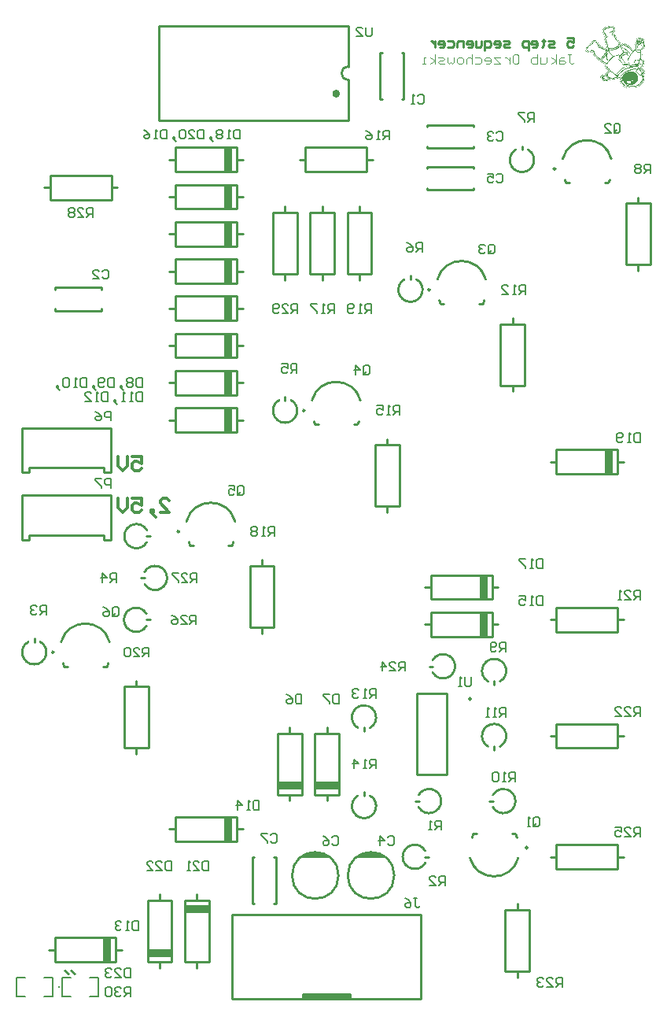
<source format=gbo>
G04*
G04 #@! TF.GenerationSoftware,Altium Limited,Altium Designer,25.8.1 (18)*
G04*
G04 Layer_Color=32896*
%FSLAX44Y44*%
%MOMM*%
G71*
G04*
G04 #@! TF.SameCoordinates,25E10C89-6120-43BA-B548-4A52DD81668B*
G04*
G04*
G04 #@! TF.FilePolarity,Positive*
G04*
G01*
G75*
%ADD10C,0.2540*%
%ADD11C,0.1500*%
%ADD39C,0.2000*%
%ADD40C,0.2500*%
%ADD41C,0.1000*%
%ADD42C,0.3000*%
%ADD43R,0.9000X2.6000*%
%ADD44R,5.0800X0.3810*%
%ADD45R,0.4000X0.4000*%
%ADD46R,2.6000X0.9000*%
%ADD47R,1.6000X0.2000*%
%ADD48R,2.5000X0.2500*%
G36*
X639021Y1030163D02*
X638858D01*
Y1030326D01*
X639021D01*
Y1030163D01*
D02*
G37*
G36*
X646200Y1053986D02*
X647832D01*
Y1053823D01*
X647995D01*
Y1053660D01*
X648158D01*
Y1053496D01*
X648485D01*
Y1053333D01*
X648648D01*
Y1053170D01*
X648811D01*
Y1053007D01*
X649137D01*
Y1052844D01*
X649301D01*
Y1052681D01*
X649464D01*
Y1052517D01*
X649627D01*
Y1052191D01*
X649790D01*
Y1052028D01*
X649953D01*
Y1051865D01*
X650117D01*
Y1051538D01*
X650280D01*
Y1051212D01*
X650443D01*
Y1050559D01*
X650606D01*
Y1049907D01*
X650443D01*
Y1048928D01*
X650280D01*
Y1048601D01*
X650117D01*
Y1048275D01*
X649953D01*
Y1048112D01*
X649790D01*
Y1047949D01*
X649627D01*
Y1047622D01*
X649464D01*
Y1047459D01*
X649301D01*
Y1047296D01*
X649137D01*
Y1047133D01*
X648974D01*
Y1046970D01*
X648648D01*
Y1046643D01*
X648485D01*
Y1046317D01*
X648648D01*
Y1046154D01*
X648811D01*
Y1045664D01*
X648974D01*
Y1044848D01*
X649137D01*
Y1044685D01*
X649627D01*
Y1044522D01*
X649953D01*
Y1044359D01*
X650280D01*
Y1044196D01*
X650443D01*
Y1043869D01*
X650606D01*
Y1043706D01*
X650769D01*
Y1043543D01*
X650932D01*
Y1043217D01*
X651096D01*
Y1042075D01*
X651259D01*
Y1041911D01*
X651422D01*
Y1041585D01*
X651585D01*
Y1041422D01*
X651748D01*
Y1041259D01*
X651911D01*
Y1041096D01*
X652075D01*
Y1040769D01*
X652238D01*
Y1040606D01*
X652401D01*
Y1040280D01*
X652564D01*
Y1040117D01*
X652727D01*
Y1039953D01*
X652890D01*
Y1039627D01*
X653054D01*
Y1039464D01*
X653217D01*
Y1039301D01*
X653380D01*
Y1039137D01*
X653543D01*
Y1038974D01*
X653706D01*
Y1038485D01*
X653869D01*
Y1038158D01*
X654196D01*
Y1037995D01*
X654359D01*
Y1037669D01*
X654522D01*
Y1037506D01*
X654685D01*
Y1037179D01*
X654848D01*
Y1036853D01*
X655175D01*
Y1036364D01*
X655338D01*
Y1036200D01*
X655664D01*
Y1035874D01*
X655827D01*
Y1035711D01*
X655991D01*
Y1035548D01*
X656154D01*
Y1035058D01*
X656317D01*
Y1034732D01*
X656480D01*
Y1034406D01*
X656643D01*
Y1034242D01*
X657296D01*
Y1034406D01*
X657786D01*
Y1034569D01*
X658112D01*
Y1034895D01*
X658601D01*
Y1035058D01*
X658765D01*
Y1035221D01*
X659580D01*
Y1035058D01*
X660070D01*
Y1034895D01*
X660723D01*
Y1034732D01*
X660886D01*
Y1034569D01*
X661049D01*
Y1034406D01*
X661375D01*
Y1034242D01*
X661702D01*
Y1034079D01*
X661865D01*
Y1033916D01*
X663170D01*
Y1033753D01*
X663496D01*
Y1033590D01*
X663823D01*
Y1033427D01*
X663986D01*
Y1033263D01*
X664312D01*
Y1033100D01*
X664475D01*
Y1032774D01*
X664639D01*
Y1032611D01*
X664965D01*
Y1032448D01*
X665128D01*
Y1032284D01*
X665291D01*
Y1032121D01*
X665454D01*
Y1031958D01*
X665618D01*
Y1031795D01*
X665781D01*
Y1031632D01*
X665944D01*
Y1031469D01*
X666107D01*
Y1031305D01*
X666270D01*
Y1031142D01*
X666597D01*
Y1030816D01*
X666760D01*
Y1030653D01*
X666923D01*
Y1030490D01*
X667086D01*
Y1030326D01*
X667249D01*
Y1030163D01*
X667413D01*
Y1030000D01*
X667739D01*
Y1029837D01*
X667902D01*
Y1029674D01*
X668065D01*
Y1029510D01*
X668229D01*
Y1029347D01*
X668555D01*
Y1029021D01*
X668718D01*
Y1028858D01*
X669044D01*
Y1028695D01*
X669208D01*
Y1028531D01*
X669371D01*
Y1028368D01*
X669860D01*
Y1028531D01*
X670023D01*
Y1028695D01*
X670186D01*
Y1028858D01*
X670350D01*
Y1029021D01*
X670513D01*
Y1029184D01*
X670676D01*
Y1029347D01*
X671165D01*
Y1033100D01*
X671329D01*
Y1033263D01*
X671492D01*
Y1033590D01*
X671655D01*
Y1034242D01*
X671818D01*
Y1034406D01*
X671981D01*
Y1034569D01*
X672144D01*
Y1034895D01*
X672308D01*
Y1035221D01*
X672471D01*
Y1035385D01*
X672634D01*
Y1035711D01*
X672471D01*
Y1036037D01*
X672308D01*
Y1036200D01*
X672144D01*
Y1036690D01*
X671981D01*
Y1037506D01*
X672144D01*
Y1038158D01*
X672308D01*
Y1038322D01*
X672471D01*
Y1038485D01*
X672634D01*
Y1038811D01*
X672797D01*
Y1038974D01*
X672960D01*
Y1039137D01*
X673123D01*
Y1039627D01*
X673287D01*
Y1039790D01*
X673450D01*
Y1039953D01*
X673613D01*
Y1040117D01*
X673776D01*
Y1040280D01*
X673939D01*
Y1040443D01*
X674103D01*
Y1040606D01*
X674429D01*
Y1040769D01*
X674592D01*
Y1040932D01*
X678019D01*
Y1040769D01*
X678345D01*
Y1040606D01*
X678508D01*
Y1040280D01*
X678671D01*
Y1040117D01*
X678998D01*
Y1039953D01*
X680303D01*
Y1039790D01*
X680629D01*
Y1039627D01*
X681119D01*
Y1039301D01*
X681282D01*
Y1039137D01*
X681445D01*
Y1038811D01*
X681608D01*
Y1038485D01*
X681772D01*
Y1038158D01*
X681935D01*
Y1037995D01*
X682098D01*
Y1037832D01*
X682261D01*
Y1037506D01*
X682424D01*
Y1037343D01*
X682587D01*
Y1036853D01*
X682751D01*
Y1036200D01*
X682587D01*
Y1034079D01*
X682424D01*
Y1033753D01*
X682261D01*
Y1031305D01*
X682098D01*
Y1030816D01*
X681935D01*
Y1030653D01*
X681772D01*
Y1030000D01*
X681608D01*
Y1029674D01*
X681445D01*
Y1029510D01*
X681282D01*
Y1029021D01*
X680956D01*
Y1028858D01*
X680792D01*
Y1028531D01*
X680466D01*
Y1028205D01*
X680303D01*
Y1028042D01*
X679977D01*
Y1027879D01*
X679814D01*
Y1027552D01*
X679487D01*
Y1027389D01*
X679324D01*
Y1027226D01*
X679161D01*
Y1027063D01*
X678998D01*
Y1026737D01*
X679161D01*
Y1025921D01*
X679324D01*
Y1023636D01*
X679487D01*
Y1022168D01*
X679324D01*
Y1020373D01*
X679161D01*
Y1020047D01*
X678998D01*
Y1019068D01*
X679161D01*
Y1018904D01*
X679324D01*
Y1018578D01*
X679487D01*
Y1018415D01*
X679650D01*
Y1018252D01*
X679814D01*
Y1017762D01*
X679977D01*
Y1017436D01*
X680303D01*
Y1017273D01*
X680466D01*
Y1016946D01*
X680629D01*
Y1016783D01*
X680792D01*
Y1016620D01*
X680956D01*
Y1016457D01*
X681119D01*
Y1016131D01*
X681282D01*
Y1015478D01*
X681445D01*
Y1015315D01*
X681608D01*
Y1014825D01*
X681772D01*
Y1014173D01*
X681608D01*
Y1013846D01*
X681445D01*
Y1013194D01*
X681282D01*
Y1012704D01*
X681119D01*
Y1012214D01*
X680956D01*
Y1011888D01*
X680792D01*
Y1010909D01*
X680629D01*
Y1010746D01*
X680466D01*
Y1010093D01*
X680303D01*
Y1009441D01*
X680140D01*
Y1009277D01*
X679977D01*
Y1009114D01*
X679814D01*
Y1008951D01*
X679324D01*
Y1008625D01*
X679161D01*
Y1008462D01*
X678998D01*
Y1008135D01*
X679161D01*
Y1007972D01*
X679324D01*
Y1007809D01*
X679650D01*
Y1007646D01*
X679814D01*
Y1007483D01*
X679977D01*
Y1007319D01*
X680140D01*
Y1007156D01*
X680303D01*
Y1006993D01*
X680466D01*
Y1006830D01*
X680629D01*
Y1006667D01*
X680792D01*
Y1006504D01*
X681119D01*
Y1006177D01*
X681282D01*
Y1006014D01*
X681445D01*
Y1005851D01*
X681608D01*
Y1005688D01*
X681772D01*
Y1005525D01*
X682098D01*
Y1005198D01*
X682261D01*
Y1005035D01*
X682587D01*
Y1004872D01*
X682751D01*
Y1004382D01*
X682587D01*
Y1003893D01*
X682751D01*
Y1003403D01*
X682587D01*
Y1003077D01*
X682424D01*
Y1002914D01*
X682261D01*
Y1002098D01*
X682098D01*
Y1001935D01*
X681935D01*
Y1001772D01*
X681772D01*
Y1001608D01*
X681608D01*
Y1001445D01*
X681282D01*
Y1001119D01*
X681119D01*
Y1000629D01*
X681282D01*
Y999650D01*
X681445D01*
Y999324D01*
X681608D01*
Y998671D01*
X681772D01*
Y998019D01*
X681608D01*
Y996061D01*
X681445D01*
Y995408D01*
X681282D01*
Y994592D01*
X681119D01*
Y994429D01*
X680956D01*
Y993939D01*
X680792D01*
Y993613D01*
X680629D01*
Y993450D01*
X680466D01*
Y993287D01*
X680303D01*
Y992960D01*
X680140D01*
Y992797D01*
X679977D01*
Y992471D01*
X679814D01*
Y992308D01*
X679487D01*
Y991981D01*
X679324D01*
Y991818D01*
X678998D01*
Y991655D01*
X678835D01*
Y991329D01*
X678671D01*
Y991165D01*
X678508D01*
Y991002D01*
X678345D01*
Y990839D01*
X678182D01*
Y990676D01*
X678019D01*
Y990513D01*
X677856D01*
Y990350D01*
X677692D01*
Y990186D01*
X677529D01*
Y990023D01*
X677366D01*
Y989860D01*
X677203D01*
Y989697D01*
X677040D01*
Y989534D01*
X676713D01*
Y989371D01*
X676387D01*
Y989207D01*
X676224D01*
Y989044D01*
X676061D01*
Y988881D01*
X675898D01*
Y988718D01*
X675734D01*
Y988555D01*
X674918D01*
Y988392D01*
X674266D01*
Y988228D01*
X674103D01*
Y988065D01*
X673123D01*
Y987902D01*
X671655D01*
Y987739D01*
X671165D01*
Y987576D01*
X666760D01*
Y987739D01*
X666270D01*
Y987902D01*
X665781D01*
Y988065D01*
X664802D01*
Y987902D01*
X664475D01*
Y987739D01*
X664312D01*
Y987576D01*
X663333D01*
Y987413D01*
X662681D01*
Y987249D01*
X661702D01*
Y987413D01*
X661538D01*
Y987576D01*
X661212D01*
Y987739D01*
X661049D01*
Y987902D01*
X660233D01*
Y988065D01*
X660070D01*
Y988228D01*
X659907D01*
Y988392D01*
X659744D01*
Y988555D01*
X659417D01*
Y988718D01*
X659254D01*
Y988881D01*
X659091D01*
Y989044D01*
X658928D01*
Y989207D01*
X658765D01*
Y989371D01*
X658601D01*
Y989697D01*
X658438D01*
Y989860D01*
X658275D01*
Y990023D01*
X658112D01*
Y990350D01*
X657786D01*
Y990513D01*
X657622D01*
Y990839D01*
X657459D01*
Y991002D01*
X657296D01*
Y991165D01*
X657133D01*
Y991492D01*
X656970D01*
Y991655D01*
X656806D01*
Y991981D01*
X656643D01*
Y992144D01*
X656480D01*
Y992308D01*
X656154D01*
Y992634D01*
X655991D01*
Y992960D01*
X655827D01*
Y993450D01*
X655664D01*
Y994103D01*
X655827D01*
Y995245D01*
X655664D01*
Y995571D01*
X655827D01*
Y995408D01*
X656317D01*
Y995734D01*
X656480D01*
Y995897D01*
X656643D01*
Y996224D01*
X656317D01*
Y996387D01*
X655827D01*
Y996550D01*
X655175D01*
Y996713D01*
X654685D01*
Y996876D01*
X653869D01*
Y997040D01*
X653706D01*
Y997203D01*
X653543D01*
Y997366D01*
X653054D01*
Y997203D01*
X652890D01*
Y997366D01*
X652401D01*
Y997203D01*
X652238D01*
Y996713D01*
X651911D01*
Y996876D01*
X651259D01*
Y996713D01*
X650932D01*
Y996876D01*
X650606D01*
Y996713D01*
X650280D01*
Y996550D01*
X649953D01*
Y996387D01*
X646364D01*
Y996224D01*
X646037D01*
Y996061D01*
X645711D01*
Y995897D01*
X645221D01*
Y995734D01*
X645058D01*
Y995571D01*
X644569D01*
Y995408D01*
X644079D01*
Y995245D01*
X643753D01*
Y994918D01*
X643427D01*
Y995082D01*
X642448D01*
Y994918D01*
X641632D01*
Y994755D01*
X641469D01*
Y994592D01*
X638368D01*
Y994755D01*
X638205D01*
Y994918D01*
X637879D01*
Y995082D01*
X637389D01*
Y995245D01*
X637226D01*
Y995408D01*
X637063D01*
Y995571D01*
X636737D01*
Y995734D01*
X636573D01*
Y995897D01*
X636247D01*
Y996061D01*
X635921D01*
Y996387D01*
X635594D01*
Y996550D01*
X635431D01*
Y996713D01*
X635268D01*
Y996876D01*
X635105D01*
Y997040D01*
X634779D01*
Y997366D01*
X634615D01*
Y997856D01*
X634452D01*
Y999324D01*
X634615D01*
Y999650D01*
X634779D01*
Y999977D01*
X634942D01*
Y1000140D01*
X635105D01*
Y1000303D01*
X635431D01*
Y1000466D01*
X635594D01*
Y1000629D01*
X635758D01*
Y1000792D01*
X636084D01*
Y1000956D01*
X636900D01*
Y1001119D01*
X637063D01*
Y1001445D01*
X638858D01*
Y1001608D01*
X639347D01*
Y1001772D01*
X639510D01*
Y1002098D01*
X639674D01*
Y1002261D01*
X640000D01*
Y1002424D01*
X640163D01*
Y1002587D01*
X640326D01*
Y1002751D01*
X640979D01*
Y1003240D01*
X641142D01*
Y1003403D01*
X641305D01*
Y1003730D01*
X641469D01*
Y1003893D01*
X641632D01*
Y1004056D01*
X641795D01*
Y1004382D01*
X642121D01*
Y1004545D01*
X642284D01*
Y1004709D01*
X642611D01*
Y1004872D01*
X642774D01*
Y1005035D01*
X642937D01*
Y1005198D01*
X643100D01*
Y1005688D01*
X642937D01*
Y1005851D01*
X642774D01*
Y1006177D01*
X642611D01*
Y1006340D01*
X642448D01*
Y1006504D01*
X642284D01*
Y1006667D01*
X641958D01*
Y1006993D01*
X641795D01*
Y1007156D01*
X641632D01*
Y1007319D01*
X641469D01*
Y1007483D01*
X641305D01*
Y1007646D01*
X641142D01*
Y1007809D01*
X640979D01*
Y1007972D01*
X640816D01*
Y1008298D01*
X640653D01*
Y1008462D01*
X640490D01*
Y1008625D01*
X640326D01*
Y1008951D01*
X640000D01*
Y1009114D01*
X639837D01*
Y1009604D01*
X639674D01*
Y1010093D01*
X639510D01*
Y1011399D01*
X639674D01*
Y1011888D01*
X639837D01*
Y1012051D01*
X640000D01*
Y1012214D01*
X639837D01*
Y1012378D01*
X639674D01*
Y1012541D01*
X639510D01*
Y1012704D01*
X639184D01*
Y1012867D01*
X638858D01*
Y1013030D01*
X638695D01*
Y1013194D01*
X638205D01*
Y1013357D01*
X638042D01*
Y1013520D01*
X637879D01*
Y1013683D01*
X637389D01*
Y1013846D01*
X637226D01*
Y1014009D01*
X637063D01*
Y1014173D01*
X636410D01*
Y1014336D01*
X636247D01*
Y1014499D01*
X635921D01*
Y1014662D01*
X635758D01*
Y1014988D01*
X635268D01*
Y1015152D01*
X635105D01*
Y1015315D01*
X634779D01*
Y1015478D01*
X634615D01*
Y1015641D01*
X634452D01*
Y1015804D01*
X634289D01*
Y1015967D01*
X633963D01*
Y1016131D01*
X633800D01*
Y1016294D01*
X633473D01*
Y1016783D01*
X632821D01*
Y1017273D01*
X632494D01*
Y1017436D01*
X632331D01*
Y1017599D01*
X632168D01*
Y1017762D01*
X631678D01*
Y1017925D01*
X631515D01*
Y1018089D01*
X631352D01*
Y1018252D01*
X631026D01*
Y1018415D01*
X630863D01*
Y1018578D01*
X630699D01*
Y1018741D01*
X630536D01*
Y1018904D01*
X630210D01*
Y1019068D01*
X629883D01*
Y1019394D01*
X629720D01*
Y1019557D01*
X629557D01*
Y1019720D01*
X629394D01*
Y1020047D01*
X629231D01*
Y1020210D01*
X629068D01*
Y1020373D01*
X628904D01*
Y1020536D01*
X628741D01*
Y1020699D01*
X628578D01*
Y1020863D01*
X628415D01*
Y1021026D01*
X628252D01*
Y1021352D01*
X628089D01*
Y1021515D01*
X627762D01*
Y1021678D01*
X627925D01*
Y1021842D01*
X627762D01*
Y1022005D01*
X627599D01*
Y1022168D01*
X627436D01*
Y1022331D01*
X627273D01*
Y1022494D01*
X627110D01*
Y1022657D01*
X626946D01*
Y1022821D01*
X626783D01*
Y1022984D01*
X626457D01*
Y1023473D01*
X626294D01*
Y1023636D01*
X626130D01*
Y1024942D01*
X625967D01*
Y1025268D01*
X625641D01*
Y1025758D01*
X625478D01*
Y1025921D01*
X625315D01*
Y1025758D01*
X625151D01*
Y1025594D01*
X624988D01*
Y1025268D01*
X624499D01*
Y1025105D01*
X624173D01*
Y1024942D01*
X623846D01*
Y1024779D01*
X622378D01*
Y1024615D01*
X621725D01*
Y1024779D01*
X621236D01*
Y1024942D01*
X621072D01*
Y1025105D01*
X620909D01*
Y1025268D01*
X620583D01*
Y1025431D01*
X620420D01*
Y1025594D01*
X620256D01*
Y1025758D01*
X619930D01*
Y1025921D01*
X619767D01*
Y1026084D01*
X619441D01*
Y1026247D01*
X619114D01*
Y1026737D01*
X618951D01*
Y1026900D01*
X618462D01*
Y1027552D01*
X618298D01*
Y1027716D01*
X618135D01*
Y1029184D01*
X618298D01*
Y1029347D01*
X618625D01*
Y1030000D01*
X618788D01*
Y1030163D01*
X618951D01*
Y1030490D01*
X619114D01*
Y1031142D01*
X619441D01*
Y1031469D01*
X619604D01*
Y1031632D01*
X619767D01*
Y1031958D01*
X619930D01*
Y1032121D01*
X620256D01*
Y1032284D01*
X620420D01*
Y1032611D01*
X620909D01*
Y1032937D01*
X621072D01*
Y1033100D01*
X621236D01*
Y1033263D01*
X621399D01*
Y1033427D01*
X621562D01*
Y1033590D01*
X621888D01*
Y1033753D01*
X622051D01*
Y1033916D01*
X622215D01*
Y1034079D01*
X622541D01*
Y1034242D01*
X622704D01*
Y1034406D01*
X623030D01*
Y1034569D01*
X623194D01*
Y1034895D01*
X623520D01*
Y1035058D01*
X623683D01*
Y1035221D01*
X623846D01*
Y1035385D01*
X624662D01*
Y1035711D01*
X624499D01*
Y1036037D01*
X624988D01*
Y1036200D01*
X625151D01*
Y1036527D01*
X625315D01*
Y1036690D01*
X625478D01*
Y1036853D01*
X625641D01*
Y1037179D01*
X625804D01*
Y1037343D01*
X625967D01*
Y1037506D01*
X626130D01*
Y1037669D01*
X626457D01*
Y1037832D01*
X626620D01*
Y1037995D01*
X626783D01*
Y1038158D01*
X627436D01*
Y1038322D01*
X627762D01*
Y1038485D01*
X628415D01*
Y1038322D01*
X628741D01*
Y1038158D01*
X628904D01*
Y1038322D01*
X629557D01*
Y1038158D01*
X630047D01*
Y1037832D01*
X630210D01*
Y1037669D01*
X630536D01*
Y1037506D01*
X630699D01*
Y1037343D01*
X631026D01*
Y1037016D01*
X631189D01*
Y1036853D01*
X631515D01*
Y1036527D01*
X631678D01*
Y1036364D01*
X631842D01*
Y1036037D01*
X632005D01*
Y1035711D01*
X632168D01*
Y1035548D01*
X632331D01*
Y1035058D01*
X632494D01*
Y1034732D01*
X632657D01*
Y1034569D01*
X632821D01*
Y1034079D01*
X632984D01*
Y1033590D01*
X633147D01*
Y1033100D01*
X633310D01*
Y1032937D01*
X633800D01*
Y1032284D01*
X634779D01*
Y1032121D01*
X635594D01*
Y1031958D01*
X635921D01*
Y1031795D01*
X636247D01*
Y1031632D01*
X636410D01*
Y1031469D01*
X636573D01*
Y1031142D01*
X636737D01*
Y1030979D01*
X636900D01*
Y1030816D01*
X637063D01*
Y1030653D01*
X637552D01*
Y1030816D01*
X637716D01*
Y1030326D01*
X638042D01*
Y1030163D01*
X638858D01*
Y1030000D01*
X639021D01*
Y1029837D01*
X639837D01*
Y1029674D01*
X640000D01*
Y1029510D01*
X640163D01*
Y1029347D01*
X640979D01*
Y1029184D01*
X641469D01*
Y1029021D01*
X641632D01*
Y1028858D01*
X641795D01*
Y1029347D01*
X641632D01*
Y1029674D01*
X641469D01*
Y1030163D01*
X641305D01*
Y1031142D01*
X641142D01*
Y1031469D01*
X640979D01*
Y1032121D01*
X640816D01*
Y1032611D01*
X640653D01*
Y1033100D01*
X640490D01*
Y1033753D01*
X640326D01*
Y1034406D01*
X640163D01*
Y1034569D01*
X640000D01*
Y1034895D01*
X639837D01*
Y1035548D01*
X639674D01*
Y1035874D01*
X639510D01*
Y1036690D01*
X639347D01*
Y1037016D01*
X639184D01*
Y1037179D01*
X639021D01*
Y1037995D01*
X638858D01*
Y1038485D01*
X638695D01*
Y1038974D01*
X638531D01*
Y1039953D01*
X638368D01*
Y1040280D01*
X638205D01*
Y1041422D01*
X638368D01*
Y1041748D01*
X638531D01*
Y1042238D01*
X638695D01*
Y1042401D01*
X638858D01*
Y1042564D01*
X639021D01*
Y1042890D01*
X638858D01*
Y1043217D01*
X638695D01*
Y1043543D01*
X638531D01*
Y1044033D01*
X638368D01*
Y1044196D01*
X638205D01*
Y1044359D01*
X638042D01*
Y1044848D01*
X637879D01*
Y1045012D01*
X637716D01*
Y1045175D01*
X637552D01*
Y1045338D01*
X637389D01*
Y1045664D01*
X637226D01*
Y1046154D01*
X637063D01*
Y1046317D01*
X636900D01*
Y1046643D01*
X636737D01*
Y1047622D01*
X636573D01*
Y1048275D01*
X636410D01*
Y1048765D01*
X636573D01*
Y1048928D01*
X636737D01*
Y1049580D01*
X636900D01*
Y1049744D01*
X637063D01*
Y1050070D01*
X637226D01*
Y1050396D01*
X637389D01*
Y1050559D01*
X637552D01*
Y1050723D01*
X637716D01*
Y1051049D01*
X637879D01*
Y1051212D01*
X638205D01*
Y1051375D01*
X638368D01*
Y1051538D01*
X638531D01*
Y1051702D01*
X639021D01*
Y1052028D01*
X639184D01*
Y1052354D01*
X639510D01*
Y1052517D01*
X640000D01*
Y1052681D01*
X640653D01*
Y1052844D01*
X640979D01*
Y1053007D01*
X642284D01*
Y1053170D01*
X642611D01*
Y1053333D01*
X642937D01*
Y1053496D01*
X643753D01*
Y1053660D01*
X643916D01*
Y1053823D01*
X644242D01*
Y1053986D01*
X645221D01*
Y1054149D01*
X646200D01*
Y1053986D01*
D02*
G37*
%LPC*%
G36*
X647016Y1053823D02*
X644569D01*
Y1053660D01*
X644406D01*
Y1053496D01*
X644079D01*
Y1053333D01*
X643753D01*
Y1053170D01*
X643427D01*
Y1053007D01*
X642611D01*
Y1052844D01*
X641795D01*
Y1052681D01*
X641469D01*
Y1052517D01*
X640490D01*
Y1052354D01*
X639837D01*
Y1052191D01*
X639674D01*
Y1052028D01*
X639510D01*
Y1051865D01*
X639347D01*
Y1051702D01*
X639184D01*
Y1051538D01*
X639021D01*
Y1051375D01*
X638695D01*
Y1051212D01*
X638531D01*
Y1051049D01*
X638205D01*
Y1050886D01*
X638042D01*
Y1050723D01*
X637879D01*
Y1050396D01*
X637716D01*
Y1050233D01*
X637552D01*
Y1050070D01*
X637389D01*
Y1049744D01*
X637226D01*
Y1049417D01*
X637063D01*
Y1048928D01*
X636900D01*
Y1047133D01*
X637063D01*
Y1046806D01*
X637226D01*
Y1046480D01*
X637389D01*
Y1046154D01*
X637552D01*
Y1045827D01*
X637716D01*
Y1045664D01*
X637879D01*
Y1045338D01*
X638205D01*
Y1045012D01*
X638368D01*
Y1044685D01*
X638531D01*
Y1044522D01*
X638695D01*
Y1044033D01*
X638858D01*
Y1043706D01*
X639021D01*
Y1043543D01*
X639184D01*
Y1042075D01*
X639021D01*
Y1041911D01*
X638858D01*
Y1041585D01*
X638695D01*
Y1039790D01*
X638858D01*
Y1039301D01*
X639021D01*
Y1038811D01*
X639184D01*
Y1037832D01*
X639347D01*
Y1037506D01*
X639510D01*
Y1037179D01*
X639674D01*
Y1036364D01*
X639837D01*
Y1036037D01*
X640000D01*
Y1035711D01*
X640163D01*
Y1035058D01*
X640326D01*
Y1034895D01*
X640490D01*
Y1034242D01*
X640653D01*
Y1033590D01*
X640816D01*
Y1033427D01*
X640979D01*
Y1032774D01*
X641142D01*
Y1032121D01*
X641305D01*
Y1031795D01*
X641469D01*
Y1030979D01*
X641632D01*
Y1030326D01*
X641795D01*
Y1030000D01*
X641958D01*
Y1029021D01*
X642121D01*
Y1028858D01*
X641958D01*
Y1028531D01*
X641632D01*
Y1028695D01*
X641142D01*
Y1028858D01*
X640653D01*
Y1029021D01*
X640326D01*
Y1029184D01*
X639674D01*
Y1029347D01*
X639347D01*
Y1029510D01*
X638858D01*
Y1029674D01*
X638368D01*
Y1029837D01*
X638205D01*
Y1030000D01*
X637716D01*
Y1030163D01*
X637389D01*
Y1030326D01*
X637063D01*
Y1030490D01*
X636900D01*
Y1030653D01*
X636573D01*
Y1030979D01*
X636410D01*
Y1031142D01*
X636247D01*
Y1031305D01*
X636084D01*
Y1031469D01*
X635758D01*
Y1031632D01*
X635431D01*
Y1031795D01*
X634942D01*
Y1031958D01*
X633636D01*
Y1032121D01*
X633473D01*
Y1032448D01*
X633310D01*
Y1032611D01*
X633147D01*
Y1032937D01*
X632821D01*
Y1033590D01*
X632657D01*
Y1034079D01*
X632494D01*
Y1034406D01*
X632331D01*
Y1034732D01*
X632168D01*
Y1035058D01*
X632005D01*
Y1035221D01*
X631842D01*
Y1035548D01*
X631678D01*
Y1035874D01*
X631515D01*
Y1036037D01*
X631352D01*
Y1036364D01*
X631189D01*
Y1036527D01*
X631026D01*
Y1036690D01*
X630863D01*
Y1036853D01*
X630699D01*
Y1037016D01*
X630536D01*
Y1037179D01*
X630373D01*
Y1037343D01*
X630210D01*
Y1037506D01*
X630047D01*
Y1037669D01*
X629883D01*
Y1037832D01*
X629720D01*
Y1037995D01*
X627273D01*
Y1037832D01*
X626946D01*
Y1037669D01*
X626783D01*
Y1037506D01*
X626620D01*
Y1037343D01*
X626457D01*
Y1037179D01*
X626130D01*
Y1037016D01*
X625967D01*
Y1036853D01*
X625804D01*
Y1036690D01*
X625641D01*
Y1036364D01*
X625478D01*
Y1036200D01*
X625315D01*
Y1035874D01*
X625151D01*
Y1035385D01*
X624988D01*
Y1035221D01*
X624499D01*
Y1035058D01*
X624173D01*
Y1034895D01*
X623846D01*
Y1034732D01*
X623683D01*
Y1034569D01*
X623520D01*
Y1034406D01*
X623357D01*
Y1034242D01*
X623030D01*
Y1034079D01*
X622867D01*
Y1033916D01*
X622541D01*
Y1033753D01*
X622378D01*
Y1033590D01*
X622215D01*
Y1033427D01*
X621888D01*
Y1033263D01*
X621725D01*
Y1033100D01*
X621562D01*
Y1032937D01*
X621399D01*
Y1032774D01*
X621236D01*
Y1032611D01*
X621072D01*
Y1032448D01*
X620746D01*
Y1032284D01*
X620583D01*
Y1031958D01*
X620420D01*
Y1031795D01*
X620256D01*
Y1031632D01*
X620093D01*
Y1031469D01*
X619930D01*
Y1031305D01*
X619767D01*
Y1030979D01*
X619604D01*
Y1030816D01*
X619441D01*
Y1030490D01*
X619277D01*
Y1030163D01*
X619114D01*
Y1029674D01*
X618951D01*
Y1029510D01*
X618788D01*
Y1029184D01*
X618625D01*
Y1028858D01*
X618462D01*
Y1027879D01*
X618625D01*
Y1027716D01*
X618788D01*
Y1027389D01*
X618951D01*
Y1027226D01*
X619114D01*
Y1026900D01*
X619277D01*
Y1026737D01*
X619441D01*
Y1026573D01*
X619604D01*
Y1026410D01*
X619767D01*
Y1026247D01*
X620093D01*
Y1026084D01*
X620256D01*
Y1025921D01*
X620583D01*
Y1025758D01*
X620746D01*
Y1025594D01*
X620909D01*
Y1025431D01*
X621072D01*
Y1025268D01*
X621399D01*
Y1025105D01*
X621562D01*
Y1024942D01*
X623520D01*
Y1025105D01*
X623683D01*
Y1025268D01*
X624009D01*
Y1025431D01*
X624336D01*
Y1025594D01*
X624662D01*
Y1025758D01*
X624825D01*
Y1025921D01*
X624988D01*
Y1026084D01*
X625151D01*
Y1026247D01*
X625641D01*
Y1026084D01*
X625804D01*
Y1025758D01*
X625967D01*
Y1025594D01*
X626130D01*
Y1025431D01*
X626294D01*
Y1025268D01*
X626457D01*
Y1024779D01*
X626620D01*
Y1023473D01*
X626783D01*
Y1023310D01*
X626946D01*
Y1023147D01*
X627110D01*
Y1022984D01*
X627273D01*
Y1022821D01*
X627436D01*
Y1022657D01*
X627599D01*
Y1022494D01*
X627762D01*
Y1022331D01*
X627925D01*
Y1022168D01*
X628089D01*
Y1021842D01*
X628252D01*
Y1021678D01*
X628415D01*
Y1021515D01*
X628578D01*
Y1021189D01*
X628741D01*
Y1021026D01*
X628904D01*
Y1020863D01*
X629068D01*
Y1020699D01*
X629231D01*
Y1020536D01*
X629394D01*
Y1020210D01*
X629557D01*
Y1020047D01*
X629720D01*
Y1019883D01*
X630047D01*
Y1019720D01*
X630210D01*
Y1019557D01*
X630373D01*
Y1019394D01*
X630536D01*
Y1019231D01*
X630699D01*
Y1019068D01*
X630863D01*
Y1018904D01*
X631026D01*
Y1018741D01*
X631189D01*
Y1018578D01*
X631352D01*
Y1018415D01*
X631678D01*
Y1018252D01*
X631842D01*
Y1018089D01*
X632168D01*
Y1017925D01*
X632494D01*
Y1017762D01*
X632657D01*
Y1017599D01*
X632984D01*
Y1017436D01*
X633147D01*
Y1017273D01*
X633310D01*
Y1017110D01*
X633473D01*
Y1016946D01*
X633636D01*
Y1016783D01*
X633800D01*
Y1016620D01*
X633963D01*
Y1016457D01*
X634289D01*
Y1016294D01*
X634452D01*
Y1016131D01*
X634615D01*
Y1015967D01*
X634779D01*
Y1015804D01*
X634942D01*
Y1015641D01*
X635268D01*
Y1015478D01*
X635431D01*
Y1015315D01*
X635594D01*
Y1015152D01*
X636084D01*
Y1014988D01*
X636247D01*
Y1014825D01*
X636410D01*
Y1014662D01*
X636737D01*
Y1014499D01*
X636900D01*
Y1014336D01*
X637226D01*
Y1014173D01*
X637552D01*
Y1014009D01*
X637879D01*
Y1013846D01*
X638042D01*
Y1013683D01*
X638368D01*
Y1013520D01*
X638695D01*
Y1013357D01*
X639021D01*
Y1013194D01*
X639347D01*
Y1013030D01*
X639674D01*
Y1012867D01*
X639837D01*
Y1012704D01*
X640000D01*
Y1012541D01*
X640163D01*
Y1011399D01*
X640000D01*
Y1009767D01*
X640163D01*
Y1009441D01*
X640326D01*
Y1009277D01*
X640490D01*
Y1008951D01*
X640653D01*
Y1008788D01*
X640816D01*
Y1008625D01*
X640979D01*
Y1008462D01*
X641142D01*
Y1008135D01*
X641469D01*
Y1007809D01*
X641632D01*
Y1007646D01*
X641795D01*
Y1007483D01*
X641958D01*
Y1007319D01*
X642121D01*
Y1007156D01*
X642284D01*
Y1006830D01*
X642611D01*
Y1006667D01*
X642774D01*
Y1006504D01*
X642937D01*
Y1006177D01*
X643100D01*
Y1006014D01*
X643263D01*
Y1005851D01*
X643427D01*
Y1005688D01*
X643590D01*
Y1005361D01*
X643427D01*
Y1005035D01*
X643100D01*
Y1004872D01*
X642937D01*
Y1004545D01*
X642611D01*
Y1004382D01*
X642448D01*
Y1004219D01*
X642284D01*
Y1004056D01*
X642121D01*
Y1003893D01*
X641958D01*
Y1003730D01*
X641795D01*
Y1003566D01*
X641632D01*
Y1003403D01*
X641469D01*
Y1003077D01*
X641305D01*
Y1002751D01*
X641142D01*
Y1002587D01*
X640979D01*
Y1002424D01*
X640653D01*
Y1002261D01*
X640326D01*
Y1002098D01*
X640163D01*
Y1001935D01*
X640000D01*
Y1001772D01*
X639837D01*
Y1001608D01*
X639674D01*
Y1001445D01*
X639510D01*
Y1001282D01*
X638695D01*
Y1001119D01*
X637716D01*
Y1000956D01*
X637389D01*
Y1000792D01*
X636900D01*
Y1000629D01*
X636737D01*
Y1000466D01*
X636084D01*
Y1000303D01*
X635594D01*
Y1000140D01*
X635431D01*
Y999977D01*
X635268D01*
Y999814D01*
X635105D01*
Y999487D01*
X634942D01*
Y997692D01*
X635105D01*
Y997366D01*
X635268D01*
Y997203D01*
X635431D01*
Y997040D01*
X635594D01*
Y996876D01*
X635758D01*
Y996713D01*
X635921D01*
Y996550D01*
X636084D01*
Y996387D01*
X636410D01*
Y996224D01*
X636573D01*
Y996061D01*
X636900D01*
Y995897D01*
X637226D01*
Y995734D01*
X637389D01*
Y995571D01*
X637716D01*
Y995408D01*
X637879D01*
Y995245D01*
X638368D01*
Y995082D01*
X639184D01*
Y994918D01*
X639837D01*
Y995082D01*
X641958D01*
Y995245D01*
X642774D01*
Y995408D01*
X643263D01*
Y995571D01*
X644079D01*
Y995734D01*
X644406D01*
Y995897D01*
X644732D01*
Y996061D01*
X645221D01*
Y996224D01*
X645548D01*
Y996387D01*
X645874D01*
Y996550D01*
X646690D01*
Y996713D01*
X647179D01*
Y996876D01*
X648158D01*
Y996713D01*
X648811D01*
Y996876D01*
X650117D01*
Y997040D01*
X651096D01*
Y997203D01*
X651748D01*
Y997366D01*
X652075D01*
Y997529D01*
X652727D01*
Y997692D01*
X653054D01*
Y997856D01*
X653380D01*
Y997692D01*
X653543D01*
Y997529D01*
X653706D01*
Y997366D01*
X654033D01*
Y997203D01*
X654359D01*
Y997040D01*
X655501D01*
Y996876D01*
X655991D01*
Y996713D01*
X656317D01*
Y996550D01*
X657296D01*
Y996061D01*
X657133D01*
Y995897D01*
X656970D01*
Y995734D01*
X656806D01*
Y995571D01*
X656643D01*
Y995408D01*
X656480D01*
Y995245D01*
X656317D01*
Y995082D01*
X656154D01*
Y994755D01*
X655991D01*
Y993450D01*
X656154D01*
Y993123D01*
X656317D01*
Y992797D01*
X656480D01*
Y992634D01*
X656643D01*
Y992471D01*
X656806D01*
Y992144D01*
X656970D01*
Y991981D01*
X657133D01*
Y991818D01*
X657296D01*
Y991492D01*
X657459D01*
Y991329D01*
X657622D01*
Y991165D01*
X657786D01*
Y990839D01*
X657949D01*
Y990676D01*
X658112D01*
Y990513D01*
X658275D01*
Y990350D01*
X658438D01*
Y990186D01*
X658601D01*
Y990023D01*
X658765D01*
Y989697D01*
X658928D01*
Y989534D01*
X659254D01*
Y989371D01*
X659417D01*
Y989207D01*
X659580D01*
Y989044D01*
X659744D01*
Y988881D01*
X659907D01*
Y988718D01*
X660070D01*
Y988555D01*
X660396D01*
Y988392D01*
X660559D01*
Y988228D01*
X661049D01*
Y988065D01*
X661375D01*
Y987902D01*
X661538D01*
Y987739D01*
X663660D01*
Y987902D01*
X663986D01*
Y988065D01*
X664475D01*
Y988228D01*
X664802D01*
Y988392D01*
X664965D01*
Y988555D01*
X665618D01*
Y988392D01*
X665781D01*
Y988228D01*
X666597D01*
Y988065D01*
X667902D01*
Y987902D01*
X669044D01*
Y988065D01*
X671492D01*
Y988228D01*
X673123D01*
Y988392D01*
X673613D01*
Y988555D01*
X674266D01*
Y988718D01*
X675082D01*
Y988881D01*
X675245D01*
Y989044D01*
X675734D01*
Y989207D01*
X675898D01*
Y989371D01*
X676061D01*
Y989534D01*
X676387D01*
Y989697D01*
X676713D01*
Y989860D01*
X676877D01*
Y990023D01*
X677040D01*
Y990186D01*
X677203D01*
Y990350D01*
X677366D01*
Y990513D01*
X677529D01*
Y990676D01*
X677692D01*
Y990839D01*
X677856D01*
Y991002D01*
X678182D01*
Y991329D01*
X678345D01*
Y991492D01*
X678508D01*
Y991655D01*
X678671D01*
Y991818D01*
X678835D01*
Y991981D01*
X679161D01*
Y992308D01*
X679324D01*
Y992471D01*
X679487D01*
Y992634D01*
X679650D01*
Y992797D01*
X679814D01*
Y993123D01*
X679977D01*
Y993287D01*
X680140D01*
Y993613D01*
X680303D01*
Y993939D01*
X680466D01*
Y994103D01*
X680629D01*
Y994429D01*
X680792D01*
Y994918D01*
X680956D01*
Y995408D01*
X681119D01*
Y997040D01*
X681282D01*
Y998671D01*
X681119D01*
Y999814D01*
X680956D01*
Y1000303D01*
X680792D01*
Y1000792D01*
X680629D01*
Y1000956D01*
X680792D01*
Y1001282D01*
X680956D01*
Y1001445D01*
X681119D01*
Y1001608D01*
X681282D01*
Y1001772D01*
X681445D01*
Y1001935D01*
X681608D01*
Y1002098D01*
X681772D01*
Y1002424D01*
X681935D01*
Y1002751D01*
X682098D01*
Y1003240D01*
X682261D01*
Y1003566D01*
X682424D01*
Y1004545D01*
X682261D01*
Y1004709D01*
X682098D01*
Y1004872D01*
X681935D01*
Y1005035D01*
X681772D01*
Y1005198D01*
X681608D01*
Y1005361D01*
X681445D01*
Y1005525D01*
X681282D01*
Y1005688D01*
X681119D01*
Y1005851D01*
X680956D01*
Y1006014D01*
X680792D01*
Y1006177D01*
X680629D01*
Y1006340D01*
X680466D01*
Y1006504D01*
X680303D01*
Y1006667D01*
X680140D01*
Y1006830D01*
X679977D01*
Y1006993D01*
X679814D01*
Y1007156D01*
X679650D01*
Y1007319D01*
X679487D01*
Y1007483D01*
X679324D01*
Y1007646D01*
X679161D01*
Y1007809D01*
X678835D01*
Y1007972D01*
X678671D01*
Y1008135D01*
X678508D01*
Y1008625D01*
X678835D01*
Y1008788D01*
X678998D01*
Y1008951D01*
X679161D01*
Y1009114D01*
X679324D01*
Y1009277D01*
X679650D01*
Y1009441D01*
X679814D01*
Y1009604D01*
X679977D01*
Y1009930D01*
X680140D01*
Y1010909D01*
X680303D01*
Y1011235D01*
X680466D01*
Y1011888D01*
X680629D01*
Y1012541D01*
X680792D01*
Y1013030D01*
X680956D01*
Y1013357D01*
X681119D01*
Y1014173D01*
X681282D01*
Y1014988D01*
X681119D01*
Y1015641D01*
X680956D01*
Y1015967D01*
X680792D01*
Y1016131D01*
X680629D01*
Y1016457D01*
X680466D01*
Y1016620D01*
X680303D01*
Y1016783D01*
X680140D01*
Y1016946D01*
X679977D01*
Y1017110D01*
X679814D01*
Y1017436D01*
X679650D01*
Y1017762D01*
X679487D01*
Y1017925D01*
X679324D01*
Y1018415D01*
X679161D01*
Y1018578D01*
X678998D01*
Y1018741D01*
X678835D01*
Y1018904D01*
X678671D01*
Y1019883D01*
X678835D01*
Y1020863D01*
X678998D01*
Y1021842D01*
X679161D01*
Y1023636D01*
X678998D01*
Y1024452D01*
X678835D01*
Y1024779D01*
X678998D01*
Y1025431D01*
X678835D01*
Y1026737D01*
X678671D01*
Y1026900D01*
X678835D01*
Y1027389D01*
X678998D01*
Y1027552D01*
X679161D01*
Y1027716D01*
X679324D01*
Y1027879D01*
X679650D01*
Y1028205D01*
X679977D01*
Y1028368D01*
X680140D01*
Y1028531D01*
X680303D01*
Y1028695D01*
X680466D01*
Y1028858D01*
X680629D01*
Y1029184D01*
X680792D01*
Y1029347D01*
X680956D01*
Y1029510D01*
X681119D01*
Y1030000D01*
X681282D01*
Y1030163D01*
X681445D01*
Y1030490D01*
X681608D01*
Y1031142D01*
X681772D01*
Y1031632D01*
X681935D01*
Y1033590D01*
X682098D01*
Y1034406D01*
X682261D01*
Y1034895D01*
X682424D01*
Y1036527D01*
X682261D01*
Y1037016D01*
X682098D01*
Y1037343D01*
X681935D01*
Y1037669D01*
X681772D01*
Y1037832D01*
X681608D01*
Y1038158D01*
X681445D01*
Y1038322D01*
X681282D01*
Y1038648D01*
X681119D01*
Y1038974D01*
X680792D01*
Y1039301D01*
X680466D01*
Y1039464D01*
X680140D01*
Y1039627D01*
X679324D01*
Y1039464D01*
X678998D01*
Y1039627D01*
X678671D01*
Y1039790D01*
X678508D01*
Y1039953D01*
X678345D01*
Y1040117D01*
X678182D01*
Y1040280D01*
X678019D01*
Y1040443D01*
X677366D01*
Y1040606D01*
X676550D01*
Y1040443D01*
X674592D01*
Y1040280D01*
X674266D01*
Y1040117D01*
X674103D01*
Y1039953D01*
X673939D01*
Y1039790D01*
X673776D01*
Y1039627D01*
X673613D01*
Y1039301D01*
X673450D01*
Y1039137D01*
X673287D01*
Y1038811D01*
X673123D01*
Y1038648D01*
X672960D01*
Y1038485D01*
X672797D01*
Y1038322D01*
X672634D01*
Y1037832D01*
X672471D01*
Y1037343D01*
X672308D01*
Y1037179D01*
X672471D01*
Y1036690D01*
X672634D01*
Y1036037D01*
X672797D01*
Y1035711D01*
X672960D01*
Y1035058D01*
X672797D01*
Y1034895D01*
X672634D01*
Y1034732D01*
X672471D01*
Y1034569D01*
X672308D01*
Y1034242D01*
X672144D01*
Y1033916D01*
X671981D01*
Y1033753D01*
X671818D01*
Y1033263D01*
X671655D01*
Y1032611D01*
X671492D01*
Y1031795D01*
X671329D01*
Y1030163D01*
X671492D01*
Y1029674D01*
X671655D01*
Y1029347D01*
X671492D01*
Y1029184D01*
X671329D01*
Y1029021D01*
X671002D01*
Y1028858D01*
X670676D01*
Y1028695D01*
X670513D01*
Y1028531D01*
X670350D01*
Y1028368D01*
X670023D01*
Y1028205D01*
X669860D01*
Y1028042D01*
X669697D01*
Y1027879D01*
X669534D01*
Y1028042D01*
X669371D01*
Y1028205D01*
X669044D01*
Y1028531D01*
X668881D01*
Y1028695D01*
X668555D01*
Y1028858D01*
X668392D01*
Y1029021D01*
X668229D01*
Y1029184D01*
X667902D01*
Y1029347D01*
X667739D01*
Y1029510D01*
X667576D01*
Y1029674D01*
X667249D01*
Y1029837D01*
X667086D01*
Y1030163D01*
X666760D01*
Y1030326D01*
X666597D01*
Y1030490D01*
X666434D01*
Y1030653D01*
X666270D01*
Y1030816D01*
X666107D01*
Y1030979D01*
X665944D01*
Y1031142D01*
X665781D01*
Y1031305D01*
X665618D01*
Y1031469D01*
X665454D01*
Y1031632D01*
X665291D01*
Y1031795D01*
X665128D01*
Y1031958D01*
X664965D01*
Y1032121D01*
X664802D01*
Y1032284D01*
X664639D01*
Y1032448D01*
X664475D01*
Y1032611D01*
X664312D01*
Y1032774D01*
X664149D01*
Y1032937D01*
X663823D01*
Y1033100D01*
X663660D01*
Y1033263D01*
X663333D01*
Y1033427D01*
X662681D01*
Y1033590D01*
X662028D01*
Y1033753D01*
X661538D01*
Y1033916D01*
X661212D01*
Y1034079D01*
X661049D01*
Y1034242D01*
X660559D01*
Y1034406D01*
X660233D01*
Y1034569D01*
X660070D01*
Y1034732D01*
X658438D01*
Y1034569D01*
X658275D01*
Y1034406D01*
X658112D01*
Y1034242D01*
X657786D01*
Y1034079D01*
X657622D01*
Y1033916D01*
X657133D01*
Y1033753D01*
X656480D01*
Y1033916D01*
X656317D01*
Y1034242D01*
X656154D01*
Y1034569D01*
X655991D01*
Y1035058D01*
X655827D01*
Y1035385D01*
X655664D01*
Y1035548D01*
X655501D01*
Y1035711D01*
X655338D01*
Y1036037D01*
X655175D01*
Y1036200D01*
X655012D01*
Y1036364D01*
X654848D01*
Y1036527D01*
X654685D01*
Y1036853D01*
X654522D01*
Y1037179D01*
X654359D01*
Y1037343D01*
X654196D01*
Y1037506D01*
X654033D01*
Y1037832D01*
X653869D01*
Y1037995D01*
X653706D01*
Y1038322D01*
X653543D01*
Y1038485D01*
X653380D01*
Y1038648D01*
X653217D01*
Y1038974D01*
X653054D01*
Y1039137D01*
X652890D01*
Y1039301D01*
X652727D01*
Y1039627D01*
X652564D01*
Y1039790D01*
X652401D01*
Y1039953D01*
X652238D01*
Y1040280D01*
X652075D01*
Y1040443D01*
X651911D01*
Y1040606D01*
X651748D01*
Y1040932D01*
X651585D01*
Y1041096D01*
X651422D01*
Y1041259D01*
X651259D01*
Y1041585D01*
X651096D01*
Y1041748D01*
X650932D01*
Y1042075D01*
X650769D01*
Y1042890D01*
X650606D01*
Y1043217D01*
X650443D01*
Y1043706D01*
X650280D01*
Y1043869D01*
X650117D01*
Y1044033D01*
X649790D01*
Y1044196D01*
X649301D01*
Y1044359D01*
X648974D01*
Y1044522D01*
X648648D01*
Y1045338D01*
X648485D01*
Y1045827D01*
X648322D01*
Y1045991D01*
X648158D01*
Y1046317D01*
X647995D01*
Y1046806D01*
X648322D01*
Y1046970D01*
X648485D01*
Y1047133D01*
X648648D01*
Y1047296D01*
X648811D01*
Y1047459D01*
X648974D01*
Y1047622D01*
X649137D01*
Y1047785D01*
X649301D01*
Y1047949D01*
X649464D01*
Y1048275D01*
X649627D01*
Y1048601D01*
X649790D01*
Y1048765D01*
X649953D01*
Y1049417D01*
X650117D01*
Y1050233D01*
X649953D01*
Y1051375D01*
X649790D01*
Y1051538D01*
X649627D01*
Y1051865D01*
X649464D01*
Y1052028D01*
X649301D01*
Y1052354D01*
X649137D01*
Y1052517D01*
X648974D01*
Y1052681D01*
X648811D01*
Y1052844D01*
X648485D01*
Y1053007D01*
X648322D01*
Y1053170D01*
X648158D01*
Y1053333D01*
X647832D01*
Y1053496D01*
X647343D01*
Y1053660D01*
X647016D01*
Y1053823D01*
D02*
G37*
%LPD*%
G36*
X645711Y1053170D02*
X646853D01*
Y1053007D01*
X647179D01*
Y1052844D01*
X647669D01*
Y1052681D01*
X647832D01*
Y1052517D01*
X647995D01*
Y1052354D01*
X648158D01*
Y1052191D01*
X648322D01*
Y1052028D01*
X648648D01*
Y1051865D01*
X648811D01*
Y1051702D01*
X648974D01*
Y1051375D01*
X649137D01*
Y1051212D01*
X649301D01*
Y1050886D01*
X649464D01*
Y1049254D01*
X649301D01*
Y1048928D01*
X649137D01*
Y1048765D01*
X648974D01*
Y1048601D01*
X648811D01*
Y1048275D01*
X648648D01*
Y1048112D01*
X648485D01*
Y1047949D01*
X648322D01*
Y1047785D01*
X648158D01*
Y1047622D01*
X647995D01*
Y1047459D01*
X647832D01*
Y1047296D01*
X647506D01*
Y1047133D01*
X647343D01*
Y1046643D01*
X647179D01*
Y1046480D01*
X647343D01*
Y1045991D01*
X647506D01*
Y1045827D01*
X647669D01*
Y1045501D01*
X647995D01*
Y1044033D01*
X648158D01*
Y1043869D01*
X648648D01*
Y1043706D01*
X649301D01*
Y1043543D01*
X649627D01*
Y1043380D01*
X649790D01*
Y1043217D01*
X649953D01*
Y1042727D01*
X650117D01*
Y1042238D01*
X650280D01*
Y1041422D01*
X650443D01*
Y1041259D01*
X650606D01*
Y1041096D01*
X650769D01*
Y1040769D01*
X650932D01*
Y1040606D01*
X651096D01*
Y1040443D01*
X651259D01*
Y1040117D01*
X651422D01*
Y1039953D01*
X651585D01*
Y1039790D01*
X651748D01*
Y1039464D01*
X651911D01*
Y1039301D01*
X652075D01*
Y1039137D01*
X652238D01*
Y1038811D01*
X652401D01*
Y1038648D01*
X652564D01*
Y1038485D01*
X652727D01*
Y1038158D01*
X652890D01*
Y1037995D01*
X653054D01*
Y1037832D01*
X653217D01*
Y1037506D01*
X653380D01*
Y1037343D01*
X653543D01*
Y1037016D01*
X653706D01*
Y1036853D01*
X653869D01*
Y1036690D01*
X654033D01*
Y1036364D01*
X654196D01*
Y1036200D01*
X654359D01*
Y1035874D01*
X654522D01*
Y1035711D01*
X654685D01*
Y1035548D01*
X654848D01*
Y1035385D01*
X655012D01*
Y1035058D01*
X655175D01*
Y1034895D01*
X655338D01*
Y1034406D01*
X655501D01*
Y1034079D01*
X655664D01*
Y1033753D01*
X655827D01*
Y1033427D01*
X655991D01*
Y1033100D01*
X656154D01*
Y1032937D01*
X656317D01*
Y1032774D01*
X656806D01*
Y1032937D01*
X657133D01*
Y1033100D01*
X657296D01*
Y1033263D01*
X657786D01*
Y1033427D01*
X657949D01*
Y1033590D01*
X658112D01*
Y1033753D01*
X658601D01*
Y1033916D01*
X658765D01*
Y1034079D01*
X658928D01*
Y1034242D01*
X659580D01*
Y1034079D01*
X659744D01*
Y1033916D01*
X660070D01*
Y1033753D01*
X660559D01*
Y1033590D01*
X660723D01*
Y1033427D01*
X661049D01*
Y1033263D01*
X661375D01*
Y1033100D01*
X661538D01*
Y1032937D01*
X662681D01*
Y1032774D01*
X663170D01*
Y1032611D01*
X663333D01*
Y1032448D01*
X663660D01*
Y1032284D01*
X663823D01*
Y1032121D01*
X663986D01*
Y1031958D01*
X664149D01*
Y1031795D01*
X664312D01*
Y1031632D01*
X664475D01*
Y1031469D01*
X664802D01*
Y1031142D01*
X664965D01*
Y1030979D01*
X665128D01*
Y1030816D01*
X665291D01*
Y1030653D01*
X665454D01*
Y1030490D01*
X665618D01*
Y1030326D01*
X665781D01*
Y1030163D01*
X665944D01*
Y1030000D01*
X666107D01*
Y1029837D01*
X666270D01*
Y1029674D01*
X666597D01*
Y1029510D01*
X666760D01*
Y1029184D01*
X667086D01*
Y1029021D01*
X667413D01*
Y1028858D01*
X667576D01*
Y1028531D01*
X667739D01*
Y1028368D01*
X668065D01*
Y1028205D01*
X668392D01*
Y1028042D01*
X668555D01*
Y1027716D01*
X668881D01*
Y1027552D01*
X669044D01*
Y1027226D01*
X669208D01*
Y1027063D01*
X669371D01*
Y1026900D01*
X670023D01*
Y1027226D01*
X670186D01*
Y1027389D01*
X670350D01*
Y1027716D01*
X670513D01*
Y1027879D01*
X670676D01*
Y1028042D01*
X670839D01*
Y1028205D01*
X671329D01*
Y1028368D01*
X671655D01*
Y1028531D01*
X671818D01*
Y1028695D01*
X672308D01*
Y1028858D01*
X672471D01*
Y1029510D01*
X672308D01*
Y1029837D01*
X672144D01*
Y1030326D01*
X671981D01*
Y1031795D01*
X672144D01*
Y1032611D01*
X672308D01*
Y1033263D01*
X672471D01*
Y1033427D01*
X672634D01*
Y1033753D01*
X672797D01*
Y1034079D01*
X672960D01*
Y1034242D01*
X673123D01*
Y1034406D01*
X673287D01*
Y1034569D01*
X673450D01*
Y1034732D01*
X673613D01*
Y1034895D01*
X673776D01*
Y1035548D01*
X673613D01*
Y1036037D01*
X673450D01*
Y1036200D01*
X673287D01*
Y1036527D01*
X673123D01*
Y1037669D01*
X673287D01*
Y1037995D01*
X673450D01*
Y1038158D01*
X673613D01*
Y1038322D01*
X673776D01*
Y1038648D01*
X673939D01*
Y1038811D01*
X674103D01*
Y1039301D01*
X674266D01*
Y1039464D01*
X674429D01*
Y1039627D01*
X674755D01*
Y1039790D01*
X675245D01*
Y1039953D01*
X675898D01*
Y1039790D01*
X676713D01*
Y1039953D01*
X677366D01*
Y1039790D01*
X677856D01*
Y1039464D01*
X678019D01*
Y1039301D01*
X678182D01*
Y1039137D01*
X678345D01*
Y1038811D01*
X678508D01*
Y1038648D01*
X678835D01*
Y1038811D01*
X679161D01*
Y1038974D01*
X680140D01*
Y1038811D01*
X680303D01*
Y1038648D01*
X680466D01*
Y1038485D01*
X680629D01*
Y1037995D01*
X680792D01*
Y1037832D01*
X680956D01*
Y1037669D01*
X681119D01*
Y1037343D01*
X681282D01*
Y1037179D01*
X681445D01*
Y1036853D01*
X681608D01*
Y1036037D01*
X681772D01*
Y1035221D01*
X681608D01*
Y1034242D01*
X681445D01*
Y1033753D01*
X681282D01*
Y1032937D01*
X681119D01*
Y1032448D01*
X681282D01*
Y1031958D01*
X681119D01*
Y1031142D01*
X680956D01*
Y1030816D01*
X680792D01*
Y1030490D01*
X680629D01*
Y1030000D01*
X680466D01*
Y1029837D01*
X680303D01*
Y1029674D01*
X680140D01*
Y1029347D01*
X679977D01*
Y1029184D01*
X679814D01*
Y1029021D01*
X679650D01*
Y1028858D01*
X679487D01*
Y1028695D01*
X679324D01*
Y1028531D01*
X679161D01*
Y1028368D01*
X678998D01*
Y1028205D01*
X678671D01*
Y1028042D01*
X678508D01*
Y1027879D01*
X678345D01*
Y1027716D01*
X678182D01*
Y1027552D01*
X678019D01*
Y1027389D01*
X678182D01*
Y1025431D01*
X678345D01*
Y1023310D01*
X678508D01*
Y1022331D01*
X678345D01*
Y1020536D01*
X678182D01*
Y1020047D01*
X678019D01*
Y1019720D01*
X677856D01*
Y1018578D01*
X678182D01*
Y1018415D01*
X678345D01*
Y1018252D01*
X678508D01*
Y1018089D01*
X678671D01*
Y1017762D01*
X678835D01*
Y1017436D01*
X678998D01*
Y1017273D01*
X679161D01*
Y1016946D01*
X679324D01*
Y1016620D01*
X679487D01*
Y1016457D01*
X679650D01*
Y1016294D01*
X679814D01*
Y1016131D01*
X679977D01*
Y1015967D01*
X680140D01*
Y1015641D01*
X680303D01*
Y1015478D01*
X680466D01*
Y1014988D01*
X680629D01*
Y1014173D01*
X680466D01*
Y1013520D01*
X680303D01*
Y1013194D01*
X680140D01*
Y1012541D01*
X679977D01*
Y1012051D01*
X679814D01*
Y1011235D01*
X679650D01*
Y1010746D01*
X679487D01*
Y1010256D01*
X679324D01*
Y1010093D01*
X679161D01*
Y1009767D01*
X678998D01*
Y1009604D01*
X678671D01*
Y1009441D01*
X678508D01*
Y1009277D01*
X678345D01*
Y1009114D01*
X678182D01*
Y1008788D01*
X677856D01*
Y1008625D01*
X677692D01*
Y1008462D01*
X677529D01*
Y1007972D01*
X677692D01*
Y1007809D01*
X678019D01*
Y1007646D01*
X678345D01*
Y1007319D01*
X678671D01*
Y1007156D01*
X678835D01*
Y1006993D01*
X678998D01*
Y1006830D01*
X679161D01*
Y1006667D01*
X679324D01*
Y1006504D01*
X679487D01*
Y1006340D01*
X679650D01*
Y1006177D01*
X679814D01*
Y1006014D01*
X679977D01*
Y1005851D01*
X680303D01*
Y1005688D01*
X680466D01*
Y1005525D01*
X680629D01*
Y1005198D01*
X680792D01*
Y1005035D01*
X680956D01*
Y1004872D01*
X681119D01*
Y1004709D01*
X681282D01*
Y1004545D01*
X681445D01*
Y1004382D01*
X681608D01*
Y1003893D01*
X681772D01*
Y1003730D01*
X681608D01*
Y1003403D01*
X681445D01*
Y1002751D01*
X681282D01*
Y1002587D01*
X681119D01*
Y1002424D01*
X680956D01*
Y1002261D01*
X680792D01*
Y1002098D01*
X680629D01*
Y1001772D01*
X680303D01*
Y1001608D01*
X680140D01*
Y1001282D01*
X679977D01*
Y1001119D01*
X679814D01*
Y1000956D01*
X679977D01*
Y1000792D01*
X680140D01*
Y1000140D01*
X680303D01*
Y999650D01*
X680466D01*
Y999161D01*
X680629D01*
Y996061D01*
X680466D01*
Y995571D01*
X680303D01*
Y995082D01*
X680140D01*
Y994592D01*
X679977D01*
Y994266D01*
X679814D01*
Y994103D01*
X679650D01*
Y993776D01*
X679487D01*
Y993613D01*
X679324D01*
Y993450D01*
X679161D01*
Y993123D01*
X678998D01*
Y992960D01*
X678835D01*
Y992797D01*
X678671D01*
Y992634D01*
X678508D01*
Y992471D01*
X678345D01*
Y992144D01*
X678182D01*
Y991981D01*
X677856D01*
Y991818D01*
X677692D01*
Y991655D01*
X677529D01*
Y991492D01*
X677366D01*
Y991165D01*
X677203D01*
Y991002D01*
X676877D01*
Y990676D01*
X676550D01*
Y990513D01*
X676387D01*
Y990350D01*
X676224D01*
Y990186D01*
X675898D01*
Y990023D01*
X675571D01*
Y989860D01*
X675408D01*
Y989697D01*
X675082D01*
Y989534D01*
X674592D01*
Y989371D01*
X674266D01*
Y989207D01*
X673613D01*
Y989044D01*
X672308D01*
Y988881D01*
X671818D01*
Y988718D01*
X670023D01*
Y988555D01*
X667739D01*
Y988718D01*
X666434D01*
Y988881D01*
X666107D01*
Y989044D01*
X665454D01*
Y989207D01*
X665128D01*
Y989371D01*
X664965D01*
Y989207D01*
X664639D01*
Y989044D01*
X664475D01*
Y988881D01*
X664312D01*
Y988718D01*
X663823D01*
Y988555D01*
X663333D01*
Y988392D01*
X663007D01*
Y988228D01*
X662191D01*
Y988392D01*
X662028D01*
Y988881D01*
X661865D01*
Y989044D01*
X662028D01*
Y989534D01*
X662191D01*
Y989697D01*
X662517D01*
Y989860D01*
X662681D01*
Y990186D01*
X662517D01*
Y990350D01*
X662354D01*
Y990513D01*
X662028D01*
Y990839D01*
X661865D01*
Y991002D01*
X661538D01*
Y991329D01*
X661375D01*
Y991492D01*
X661212D01*
Y991655D01*
X661049D01*
Y991818D01*
X660886D01*
Y991981D01*
X660723D01*
Y992144D01*
X660559D01*
Y992308D01*
X660396D01*
Y992471D01*
X660233D01*
Y992797D01*
X660070D01*
Y993123D01*
X659907D01*
Y993287D01*
X659744D01*
Y993450D01*
X659580D01*
Y993776D01*
X659254D01*
Y994103D01*
X659091D01*
Y994429D01*
X658928D01*
Y994592D01*
X658765D01*
Y994918D01*
X658601D01*
Y995082D01*
X658438D01*
Y994918D01*
X658275D01*
Y994755D01*
X658112D01*
Y994592D01*
X657949D01*
Y994429D01*
X657786D01*
Y994266D01*
X657622D01*
Y993776D01*
X657786D01*
Y993450D01*
X657949D01*
Y993123D01*
X658112D01*
Y992960D01*
X658275D01*
Y992797D01*
X658438D01*
Y992634D01*
X658601D01*
Y992471D01*
X658765D01*
Y992144D01*
X658928D01*
Y991981D01*
X659091D01*
Y991818D01*
X659254D01*
Y991492D01*
X659417D01*
Y991329D01*
X659580D01*
Y991165D01*
X659744D01*
Y991002D01*
X659907D01*
Y990839D01*
X660070D01*
Y990676D01*
X660233D01*
Y990350D01*
X660559D01*
Y990186D01*
X660723D01*
Y990023D01*
X660886D01*
Y989860D01*
X661049D01*
Y989697D01*
X661212D01*
Y989534D01*
X661375D01*
Y989371D01*
X661538D01*
Y988881D01*
X660886D01*
Y989044D01*
X660559D01*
Y989207D01*
X660233D01*
Y989534D01*
X660070D01*
Y989697D01*
X659744D01*
Y990023D01*
X659417D01*
Y990186D01*
X659254D01*
Y990513D01*
X658928D01*
Y990839D01*
X658765D01*
Y991002D01*
X658601D01*
Y991165D01*
X658438D01*
Y991329D01*
X658275D01*
Y991655D01*
X658112D01*
Y991818D01*
X657949D01*
Y991981D01*
X657786D01*
Y992308D01*
X657622D01*
Y992471D01*
X657459D01*
Y992634D01*
X657296D01*
Y992797D01*
X657133D01*
Y992960D01*
X656970D01*
Y993450D01*
X656806D01*
Y993776D01*
X656643D01*
Y993939D01*
X656480D01*
Y994103D01*
X656643D01*
Y994592D01*
X656806D01*
Y994755D01*
X656970D01*
Y994918D01*
X657133D01*
Y995082D01*
X657296D01*
Y995245D01*
X657459D01*
Y995408D01*
X657622D01*
Y995571D01*
X657786D01*
Y995734D01*
X657949D01*
Y996713D01*
X657786D01*
Y997040D01*
X657622D01*
Y997203D01*
X656480D01*
Y997366D01*
X656317D01*
Y997529D01*
X654848D01*
Y997692D01*
X654685D01*
Y997856D01*
X654359D01*
Y998019D01*
X654033D01*
Y998182D01*
X653869D01*
Y998345D01*
X653706D01*
Y998508D01*
X652727D01*
Y998345D01*
X652401D01*
Y998182D01*
X652075D01*
Y998019D01*
X651585D01*
Y997856D01*
X650769D01*
Y997692D01*
X650280D01*
Y997529D01*
X649301D01*
Y997366D01*
X647995D01*
Y997529D01*
X646690D01*
Y997366D01*
X646527D01*
Y997203D01*
X645874D01*
Y997040D01*
X645385D01*
Y996876D01*
X645058D01*
Y996713D01*
X644732D01*
Y996550D01*
X644079D01*
Y996387D01*
X643916D01*
Y996224D01*
X643263D01*
Y996061D01*
X642448D01*
Y995897D01*
X642121D01*
Y995734D01*
X641142D01*
Y995571D01*
X640000D01*
Y995734D01*
X639674D01*
Y995571D01*
X638858D01*
Y995734D01*
X638368D01*
Y995897D01*
X638205D01*
Y996061D01*
X637879D01*
Y996224D01*
X637716D01*
Y996387D01*
X637552D01*
Y996550D01*
X637063D01*
Y996713D01*
X636737D01*
Y996876D01*
X636573D01*
Y997040D01*
X636410D01*
Y997203D01*
X636247D01*
Y997366D01*
X636084D01*
Y997529D01*
X635921D01*
Y997692D01*
X635758D01*
Y997856D01*
X635594D01*
Y998182D01*
X635431D01*
Y998998D01*
X635594D01*
Y999324D01*
X635758D01*
Y999487D01*
X635921D01*
Y999650D01*
X636084D01*
Y999814D01*
X637063D01*
Y999977D01*
X637226D01*
Y1000140D01*
X637552D01*
Y1000303D01*
X638695D01*
Y1000466D01*
X638858D01*
Y1000629D01*
X639510D01*
Y1000792D01*
X640000D01*
Y1000956D01*
X640163D01*
Y1001119D01*
X640326D01*
Y1001282D01*
X640490D01*
Y1001445D01*
X640653D01*
Y1001608D01*
X640816D01*
Y1001772D01*
X641305D01*
Y1001935D01*
X641469D01*
Y1002098D01*
X641632D01*
Y1002261D01*
X641795D01*
Y1002424D01*
X641958D01*
Y1002751D01*
X642121D01*
Y1003077D01*
X642284D01*
Y1003240D01*
X642448D01*
Y1003403D01*
X642611D01*
Y1003566D01*
X642774D01*
Y1003730D01*
X642937D01*
Y1003893D01*
X643100D01*
Y1004056D01*
X643263D01*
Y1004219D01*
X643427D01*
Y1004382D01*
X643753D01*
Y1004545D01*
X643916D01*
Y1004872D01*
X644242D01*
Y1005035D01*
X644406D01*
Y1005851D01*
X644079D01*
Y1006014D01*
X643916D01*
Y1006340D01*
X643753D01*
Y1006504D01*
X643590D01*
Y1006667D01*
X643427D01*
Y1006830D01*
X643263D01*
Y1006993D01*
X643100D01*
Y1007156D01*
X642937D01*
Y1007319D01*
X642774D01*
Y1007483D01*
X642611D01*
Y1007809D01*
X642448D01*
Y1007972D01*
X642284D01*
Y1008135D01*
X642121D01*
Y1008298D01*
X641958D01*
Y1008462D01*
X641795D01*
Y1008625D01*
X641632D01*
Y1008788D01*
X641469D01*
Y1009114D01*
X641142D01*
Y1009441D01*
X640979D01*
Y1009767D01*
X640816D01*
Y1009930D01*
X640653D01*
Y1011399D01*
X641142D01*
Y1011072D01*
X641305D01*
Y1010746D01*
X641469D01*
Y1010256D01*
X641632D01*
Y1010093D01*
X641795D01*
Y1009930D01*
X641958D01*
Y1009604D01*
X642121D01*
Y1009441D01*
X642284D01*
Y1009277D01*
X642448D01*
Y1009114D01*
X642611D01*
Y1008951D01*
X642774D01*
Y1008788D01*
X642937D01*
Y1008462D01*
X643100D01*
Y1008298D01*
X643263D01*
Y1008135D01*
X643427D01*
Y1007972D01*
X643590D01*
Y1007809D01*
X643753D01*
Y1007646D01*
X643916D01*
Y1007483D01*
X644079D01*
Y1007319D01*
X644242D01*
Y1007156D01*
X644406D01*
Y1006830D01*
X644732D01*
Y1006667D01*
X644895D01*
Y1006340D01*
X645221D01*
Y1006014D01*
X645385D01*
Y1005851D01*
X645711D01*
Y1005688D01*
X645874D01*
Y1005525D01*
X646037D01*
Y1005361D01*
X646200D01*
Y1005198D01*
X646364D01*
Y1005035D01*
X646690D01*
Y1004872D01*
X646853D01*
Y1004709D01*
X647016D01*
Y1004545D01*
X647179D01*
Y1004382D01*
X647506D01*
Y1004219D01*
X647669D01*
Y1004056D01*
X647832D01*
Y1003893D01*
X647995D01*
Y1003730D01*
X648322D01*
Y1003566D01*
X648485D01*
Y1003403D01*
X648648D01*
Y1003240D01*
X648974D01*
Y1003077D01*
X649137D01*
Y1002914D01*
X649301D01*
Y1002751D01*
X649464D01*
Y1002587D01*
X649790D01*
Y1002424D01*
X649953D01*
Y1002261D01*
X650280D01*
Y1002098D01*
X650443D01*
Y1001935D01*
X650606D01*
Y1001772D01*
X650932D01*
Y1001608D01*
X651096D01*
Y1001445D01*
X651259D01*
Y1001282D01*
X651585D01*
Y1001119D01*
X651911D01*
Y1001282D01*
X653543D01*
Y1001445D01*
X653869D01*
Y1001608D01*
X654033D01*
Y1001772D01*
X654196D01*
Y1002098D01*
X654359D01*
Y1002261D01*
X654522D01*
Y1002587D01*
X654685D01*
Y1002751D01*
X654848D01*
Y1002914D01*
X655012D01*
Y1003077D01*
X655175D01*
Y1003240D01*
X655338D01*
Y1003403D01*
X655501D01*
Y1003566D01*
X655664D01*
Y1003730D01*
X655827D01*
Y1003893D01*
X655991D01*
Y1004056D01*
X656154D01*
Y1004219D01*
X656317D01*
Y1004382D01*
X656480D01*
Y1004545D01*
X656643D01*
Y1004709D01*
X656806D01*
Y1004872D01*
X656970D01*
Y1005035D01*
X657133D01*
Y1005198D01*
X657296D01*
Y1005361D01*
X657622D01*
Y1005525D01*
X657786D01*
Y1005688D01*
X657949D01*
Y1005851D01*
X658112D01*
Y1006014D01*
X658438D01*
Y1006177D01*
X658601D01*
Y1006340D01*
X658765D01*
Y1006504D01*
X658928D01*
Y1006667D01*
X659254D01*
Y1006830D01*
X659417D01*
Y1006993D01*
X659744D01*
Y1007156D01*
X659907D01*
Y1007319D01*
X660233D01*
Y1007483D01*
X660559D01*
Y1007646D01*
X660723D01*
Y1007809D01*
X661212D01*
Y1007972D01*
X661375D01*
Y1008135D01*
X661865D01*
Y1008298D01*
X662354D01*
Y1008462D01*
X662844D01*
Y1008625D01*
X663496D01*
Y1008788D01*
X664149D01*
Y1008951D01*
X664475D01*
Y1009114D01*
X665291D01*
Y1009277D01*
X665618D01*
Y1009441D01*
X666270D01*
Y1009604D01*
X666597D01*
Y1009767D01*
X666923D01*
Y1010093D01*
X666597D01*
Y1010256D01*
X666270D01*
Y1010420D01*
X665944D01*
Y1010583D01*
X665291D01*
Y1010746D01*
X664965D01*
Y1010909D01*
X664312D01*
Y1011072D01*
X663333D01*
Y1011235D01*
X662191D01*
Y1011399D01*
X660070D01*
Y1011562D01*
X659907D01*
Y1011399D01*
X659744D01*
Y1011072D01*
X659580D01*
Y1010746D01*
X659417D01*
Y1010909D01*
X659254D01*
Y1011072D01*
X659091D01*
Y1011235D01*
X658928D01*
Y1011399D01*
X658765D01*
Y1011888D01*
X658601D01*
Y1012051D01*
X658438D01*
Y1012214D01*
X658275D01*
Y1012541D01*
X658112D01*
Y1012704D01*
X657949D01*
Y1013030D01*
X657786D01*
Y1013357D01*
X657622D01*
Y1013520D01*
X657459D01*
Y1013683D01*
X657296D01*
Y1014009D01*
X657133D01*
Y1014173D01*
X656970D01*
Y1014336D01*
X656806D01*
Y1014662D01*
X656643D01*
Y1014825D01*
X656480D01*
Y1014988D01*
X656317D01*
Y1015152D01*
X656154D01*
Y1015315D01*
X655991D01*
Y1015641D01*
X655827D01*
Y1015804D01*
X655664D01*
Y1015967D01*
X655501D01*
Y1016131D01*
X655338D01*
Y1016294D01*
X655175D01*
Y1016457D01*
X655012D01*
Y1016620D01*
X654848D01*
Y1016783D01*
X654685D01*
Y1016946D01*
X654522D01*
Y1017273D01*
X654196D01*
Y1017436D01*
X654033D01*
Y1017599D01*
X653869D01*
Y1017762D01*
X653706D01*
Y1017925D01*
X653543D01*
Y1018089D01*
X653380D01*
Y1018415D01*
X653706D01*
Y1018578D01*
X654033D01*
Y1018415D01*
X654359D01*
Y1018252D01*
X654522D01*
Y1018089D01*
X654685D01*
Y1017925D01*
X654848D01*
Y1017762D01*
X655012D01*
Y1017599D01*
X655175D01*
Y1017436D01*
X655338D01*
Y1017273D01*
X655501D01*
Y1017110D01*
X655664D01*
Y1016946D01*
X655827D01*
Y1016783D01*
X655991D01*
Y1016620D01*
X656154D01*
Y1016457D01*
X656317D01*
Y1016131D01*
X656480D01*
Y1015967D01*
X656643D01*
Y1015804D01*
X656806D01*
Y1015641D01*
X656970D01*
Y1015315D01*
X657133D01*
Y1015152D01*
X657296D01*
Y1014988D01*
X657459D01*
Y1014662D01*
X657622D01*
Y1014499D01*
X657786D01*
Y1014336D01*
X657949D01*
Y1014009D01*
X658112D01*
Y1013846D01*
X658275D01*
Y1013520D01*
X658438D01*
Y1013194D01*
X658601D01*
Y1013030D01*
X658765D01*
Y1012867D01*
X658928D01*
Y1012704D01*
X659254D01*
Y1012867D01*
X659417D01*
Y1013030D01*
X659580D01*
Y1013194D01*
X659744D01*
Y1013357D01*
X660723D01*
Y1013520D01*
X661538D01*
Y1013357D01*
X663496D01*
Y1013194D01*
X663986D01*
Y1013030D01*
X664802D01*
Y1012867D01*
X666107D01*
Y1012704D01*
X667576D01*
Y1012541D01*
X668392D01*
Y1012704D01*
X669371D01*
Y1012541D01*
X670186D01*
Y1012378D01*
X671655D01*
Y1012704D01*
X671492D01*
Y1012867D01*
X671002D01*
Y1013030D01*
X670839D01*
Y1013357D01*
X671818D01*
Y1013194D01*
X672144D01*
Y1013030D01*
X674429D01*
Y1013194D01*
X674755D01*
Y1013357D01*
X674918D01*
Y1013520D01*
X675082D01*
Y1014336D01*
X675245D01*
Y1014662D01*
X675408D01*
Y1015152D01*
X675571D01*
Y1015641D01*
X675734D01*
Y1016131D01*
X672308D01*
Y1015967D01*
X672144D01*
Y1015804D01*
X671981D01*
Y1015641D01*
X671818D01*
Y1015152D01*
X671655D01*
Y1014825D01*
X671492D01*
Y1014336D01*
X671329D01*
Y1014009D01*
X671165D01*
Y1013846D01*
X671002D01*
Y1013683D01*
X670839D01*
Y1013520D01*
X670513D01*
Y1013846D01*
X670350D01*
Y1014173D01*
X670513D01*
Y1014499D01*
X670676D01*
Y1014988D01*
X670839D01*
Y1015478D01*
X671002D01*
Y1015641D01*
X671165D01*
Y1015967D01*
X671329D01*
Y1016294D01*
X671492D01*
Y1016620D01*
X671655D01*
Y1016946D01*
X671818D01*
Y1017110D01*
X672634D01*
Y1016946D01*
X673450D01*
Y1016783D01*
X673613D01*
Y1016946D01*
X674755D01*
Y1017110D01*
X675571D01*
Y1017273D01*
X676061D01*
Y1017436D01*
X676387D01*
Y1017925D01*
X676550D01*
Y1018252D01*
X676713D01*
Y1018741D01*
X676877D01*
Y1019231D01*
X677040D01*
Y1019720D01*
X677203D01*
Y1020047D01*
X677366D01*
Y1020863D01*
X677529D01*
Y1021678D01*
X677692D01*
Y1024615D01*
X677529D01*
Y1025268D01*
X677366D01*
Y1025431D01*
X677040D01*
Y1025268D01*
X676713D01*
Y1025105D01*
X676224D01*
Y1024942D01*
X674429D01*
Y1025105D01*
X674266D01*
Y1025268D01*
X673939D01*
Y1025431D01*
X673613D01*
Y1025594D01*
X673450D01*
Y1025758D01*
X673287D01*
Y1025921D01*
X673123D01*
Y1026084D01*
X672960D01*
Y1026247D01*
X672797D01*
Y1026410D01*
X672471D01*
Y1026737D01*
X672308D01*
Y1027063D01*
X672144D01*
Y1027552D01*
X671492D01*
Y1027389D01*
X671329D01*
Y1027226D01*
X671165D01*
Y1027063D01*
X671002D01*
Y1026737D01*
X670839D01*
Y1026410D01*
X670513D01*
Y1026084D01*
X670350D01*
Y1025921D01*
X670186D01*
Y1025758D01*
X670023D01*
Y1025594D01*
X669860D01*
Y1025431D01*
X669697D01*
Y1025268D01*
X669534D01*
Y1025105D01*
X669371D01*
Y1024942D01*
X669208D01*
Y1024779D01*
X669044D01*
Y1024452D01*
X668881D01*
Y1024289D01*
X668718D01*
Y1024126D01*
X668555D01*
Y1023963D01*
X668392D01*
Y1023800D01*
X668229D01*
Y1023636D01*
X668065D01*
Y1023310D01*
X667902D01*
Y1023147D01*
X667739D01*
Y1022984D01*
X667576D01*
Y1022657D01*
X667249D01*
Y1022331D01*
X667086D01*
Y1022005D01*
X666923D01*
Y1021842D01*
X666760D01*
Y1021515D01*
X666597D01*
Y1021189D01*
X666434D01*
Y1021026D01*
X666270D01*
Y1020536D01*
X666107D01*
Y1020210D01*
X665944D01*
Y1020047D01*
X665781D01*
Y1019557D01*
X665618D01*
Y1019231D01*
X665454D01*
Y1019068D01*
X665291D01*
Y1018578D01*
X665128D01*
Y1018415D01*
X664475D01*
Y1018252D01*
X664312D01*
Y1016294D01*
X664475D01*
Y1016131D01*
X664639D01*
Y1015967D01*
X664802D01*
Y1014988D01*
X665128D01*
Y1014825D01*
X665291D01*
Y1014336D01*
X664802D01*
Y1014988D01*
X664639D01*
Y1015152D01*
X664475D01*
Y1015478D01*
X664312D01*
Y1016294D01*
X664149D01*
Y1016457D01*
X663986D01*
Y1018578D01*
X664149D01*
Y1018741D01*
X664312D01*
Y1019068D01*
X664475D01*
Y1019394D01*
X664639D01*
Y1019720D01*
X664965D01*
Y1019883D01*
X665128D01*
Y1020210D01*
X665291D01*
Y1020863D01*
X665454D01*
Y1021026D01*
X665618D01*
Y1021352D01*
X665781D01*
Y1021842D01*
X665944D01*
Y1022005D01*
X666107D01*
Y1022331D01*
X666270D01*
Y1022657D01*
X666434D01*
Y1022821D01*
X666597D01*
Y1022984D01*
X666760D01*
Y1023310D01*
X666923D01*
Y1023473D01*
X667086D01*
Y1023800D01*
X667249D01*
Y1023963D01*
X667413D01*
Y1024126D01*
X667576D01*
Y1024452D01*
X667739D01*
Y1024615D01*
X667902D01*
Y1024779D01*
X668065D01*
Y1024942D01*
X668229D01*
Y1025105D01*
X668392D01*
Y1025268D01*
X668555D01*
Y1025431D01*
X668718D01*
Y1025758D01*
X668881D01*
Y1025921D01*
X669044D01*
Y1026247D01*
X668881D01*
Y1026410D01*
X668718D01*
Y1026573D01*
X668555D01*
Y1026737D01*
X668229D01*
Y1026900D01*
X668065D01*
Y1027063D01*
X667739D01*
Y1027226D01*
X667576D01*
Y1027552D01*
X667413D01*
Y1027716D01*
X667086D01*
Y1027879D01*
X666923D01*
Y1028042D01*
X666760D01*
Y1028205D01*
X666434D01*
Y1028368D01*
X666270D01*
Y1028695D01*
X666107D01*
Y1028858D01*
X665781D01*
Y1029184D01*
X665454D01*
Y1029347D01*
X665291D01*
Y1029510D01*
X665128D01*
Y1029674D01*
X664965D01*
Y1029837D01*
X664802D01*
Y1030000D01*
X664475D01*
Y1030163D01*
X664312D01*
Y1030326D01*
X664149D01*
Y1030490D01*
X663986D01*
Y1030653D01*
X663660D01*
Y1030816D01*
X663496D01*
Y1030979D01*
X663170D01*
Y1031142D01*
X663007D01*
Y1031305D01*
X662844D01*
Y1031469D01*
X662517D01*
Y1031632D01*
X662191D01*
Y1031795D01*
X662028D01*
Y1031958D01*
X661538D01*
Y1032121D01*
X661212D01*
Y1032284D01*
X661049D01*
Y1032448D01*
X660559D01*
Y1032611D01*
X660233D01*
Y1032774D01*
X660070D01*
Y1032937D01*
X659744D01*
Y1033100D01*
X658765D01*
Y1032937D01*
X658438D01*
Y1032774D01*
X658112D01*
Y1032611D01*
X657949D01*
Y1032448D01*
X657459D01*
Y1032284D01*
X657133D01*
Y1032121D01*
X656970D01*
Y1031958D01*
X656806D01*
Y1031469D01*
X656970D01*
Y1030979D01*
X657133D01*
Y1030816D01*
X657296D01*
Y1030163D01*
X657459D01*
Y1029837D01*
X657622D01*
Y1029347D01*
X657786D01*
Y1028531D01*
X657459D01*
Y1028695D01*
X657296D01*
Y1029021D01*
X657133D01*
Y1029347D01*
X656970D01*
Y1029837D01*
X656806D01*
Y1030163D01*
X656643D01*
Y1030490D01*
X656480D01*
Y1030979D01*
X656317D01*
Y1031305D01*
X656154D01*
Y1031469D01*
X655991D01*
Y1031795D01*
X655827D01*
Y1032121D01*
X655664D01*
Y1032284D01*
X655501D01*
Y1032937D01*
X655338D01*
Y1033100D01*
X654685D01*
Y1032937D01*
X654522D01*
Y1032611D01*
X654359D01*
Y1032448D01*
X654196D01*
Y1032284D01*
X654033D01*
Y1032121D01*
X653869D01*
Y1031958D01*
X653706D01*
Y1031632D01*
X654033D01*
Y1031958D01*
X654522D01*
Y1032121D01*
X655175D01*
Y1031958D01*
X655501D01*
Y1031632D01*
X655338D01*
Y1031469D01*
X655175D01*
Y1031305D01*
X655012D01*
Y1031142D01*
X654685D01*
Y1030979D01*
X654522D01*
Y1030653D01*
X654196D01*
Y1030490D01*
X654033D01*
Y1030326D01*
X653869D01*
Y1030163D01*
X653706D01*
Y1030000D01*
X653543D01*
Y1029837D01*
X653380D01*
Y1029674D01*
X653217D01*
Y1029510D01*
X652890D01*
Y1029347D01*
X652727D01*
Y1029184D01*
X652564D01*
Y1029021D01*
X652238D01*
Y1028858D01*
X652075D01*
Y1028695D01*
X651585D01*
Y1028531D01*
X651259D01*
Y1028368D01*
X650769D01*
Y1028205D01*
X649627D01*
Y1028042D01*
X648648D01*
Y1027879D01*
X645058D01*
Y1028042D01*
X644242D01*
Y1028205D01*
X644079D01*
Y1028042D01*
X643916D01*
Y1026737D01*
X644079D01*
Y1026084D01*
X644242D01*
Y1025431D01*
X644406D01*
Y1025105D01*
X644569D01*
Y1024942D01*
X644895D01*
Y1024779D01*
X645058D01*
Y1024615D01*
X645221D01*
Y1024452D01*
X645548D01*
Y1024289D01*
X645711D01*
Y1024126D01*
X645874D01*
Y1023963D01*
X646037D01*
Y1023800D01*
X646200D01*
Y1023636D01*
X646527D01*
Y1023473D01*
X646690D01*
Y1023310D01*
X646853D01*
Y1023147D01*
X647016D01*
Y1022984D01*
X647179D01*
Y1022821D01*
X647343D01*
Y1022657D01*
X647506D01*
Y1022494D01*
X647669D01*
Y1022331D01*
X647832D01*
Y1022168D01*
X647995D01*
Y1022005D01*
X648158D01*
Y1021678D01*
X648485D01*
Y1021515D01*
X648648D01*
Y1021352D01*
X649627D01*
Y1021515D01*
X650117D01*
Y1021352D01*
X650280D01*
Y1021026D01*
X650117D01*
Y1020863D01*
X649790D01*
Y1020699D01*
X649301D01*
Y1020536D01*
X649137D01*
Y1020373D01*
X648648D01*
Y1020210D01*
X648485D01*
Y1020047D01*
X648158D01*
Y1019883D01*
X647832D01*
Y1019720D01*
X647669D01*
Y1019557D01*
X647506D01*
Y1019394D01*
X647179D01*
Y1019231D01*
X647016D01*
Y1019068D01*
X646853D01*
Y1018904D01*
X646690D01*
Y1018741D01*
X646527D01*
Y1018578D01*
X646364D01*
Y1018415D01*
X646200D01*
Y1018252D01*
X646037D01*
Y1018089D01*
X645874D01*
Y1017925D01*
X645711D01*
Y1017599D01*
X645385D01*
Y1017436D01*
X645221D01*
Y1017110D01*
X645058D01*
Y1016946D01*
X644895D01*
Y1016783D01*
X644732D01*
Y1016620D01*
X644569D01*
Y1016457D01*
X644406D01*
Y1016131D01*
X644242D01*
Y1015967D01*
X644079D01*
Y1015804D01*
X643916D01*
Y1015478D01*
X643753D01*
Y1015315D01*
X643590D01*
Y1015152D01*
X643427D01*
Y1014988D01*
X643263D01*
Y1014825D01*
X643100D01*
Y1014499D01*
X642937D01*
Y1014336D01*
X642774D01*
Y1014173D01*
X642611D01*
Y1013846D01*
X642448D01*
Y1013683D01*
X642284D01*
Y1013520D01*
X642121D01*
Y1013357D01*
X641958D01*
Y1013030D01*
X641795D01*
Y1012867D01*
X641632D01*
Y1012541D01*
X641469D01*
Y1012378D01*
X640979D01*
Y1012541D01*
X640816D01*
Y1012867D01*
X640653D01*
Y1013357D01*
X640326D01*
Y1013520D01*
X640000D01*
Y1013683D01*
X639674D01*
Y1013846D01*
X639184D01*
Y1014009D01*
X639021D01*
Y1014173D01*
X638695D01*
Y1014336D01*
X638205D01*
Y1014499D01*
X638042D01*
Y1014662D01*
X637716D01*
Y1014825D01*
X637389D01*
Y1014988D01*
X637226D01*
Y1015152D01*
X636900D01*
Y1015315D01*
X636573D01*
Y1015478D01*
X636410D01*
Y1015641D01*
X636084D01*
Y1015804D01*
X635921D01*
Y1015967D01*
X635758D01*
Y1016131D01*
X635431D01*
Y1016294D01*
X635268D01*
Y1016457D01*
X635105D01*
Y1016620D01*
X634779D01*
Y1016783D01*
X634615D01*
Y1016946D01*
X634452D01*
Y1017110D01*
X634289D01*
Y1017273D01*
X634126D01*
Y1017436D01*
X633800D01*
Y1017599D01*
X633636D01*
Y1017925D01*
X633310D01*
Y1018089D01*
X633147D01*
Y1018252D01*
X632984D01*
Y1018415D01*
X632657D01*
Y1018578D01*
X632331D01*
Y1018741D01*
X632168D01*
Y1018904D01*
X631842D01*
Y1019068D01*
X631678D01*
Y1019231D01*
X631515D01*
Y1019394D01*
X631352D01*
Y1019557D01*
X631189D01*
Y1019720D01*
X631026D01*
Y1019883D01*
X630699D01*
Y1020047D01*
X630536D01*
Y1020210D01*
X630373D01*
Y1020373D01*
X630210D01*
Y1020536D01*
X630047D01*
Y1020699D01*
X629883D01*
Y1020863D01*
X629720D01*
Y1021026D01*
X629557D01*
Y1021352D01*
X629394D01*
Y1021515D01*
X629231D01*
Y1021678D01*
X629068D01*
Y1021842D01*
X628904D01*
Y1022168D01*
X628741D01*
Y1022331D01*
X628578D01*
Y1022494D01*
X628415D01*
Y1022657D01*
X628252D01*
Y1022984D01*
X628089D01*
Y1023147D01*
X627925D01*
Y1023473D01*
X627599D01*
Y1023636D01*
X627436D01*
Y1023800D01*
X627273D01*
Y1023963D01*
X627110D01*
Y1025758D01*
X626783D01*
Y1025921D01*
X626620D01*
Y1026084D01*
X626457D01*
Y1026247D01*
X626294D01*
Y1026573D01*
X626130D01*
Y1026737D01*
X625967D01*
Y1026900D01*
X625641D01*
Y1027063D01*
X625315D01*
Y1026900D01*
X624825D01*
Y1026573D01*
X624662D01*
Y1026410D01*
X624336D01*
Y1026247D01*
X624173D01*
Y1026084D01*
X624009D01*
Y1025921D01*
X623520D01*
Y1025758D01*
X623194D01*
Y1025594D01*
X622867D01*
Y1025431D01*
X622378D01*
Y1025594D01*
X621725D01*
Y1025758D01*
X621562D01*
Y1025921D01*
X621399D01*
Y1026084D01*
X621236D01*
Y1026247D01*
X621072D01*
Y1026410D01*
X620909D01*
Y1026573D01*
X620583D01*
Y1026737D01*
X620256D01*
Y1026900D01*
X620093D01*
Y1027063D01*
X619930D01*
Y1027226D01*
X619767D01*
Y1027389D01*
X619604D01*
Y1027879D01*
X619441D01*
Y1028042D01*
X619277D01*
Y1028368D01*
X619114D01*
Y1028695D01*
X619277D01*
Y1029021D01*
X619441D01*
Y1029184D01*
X619604D01*
Y1029674D01*
X619767D01*
Y1030163D01*
X619930D01*
Y1030326D01*
X620093D01*
Y1030653D01*
X620256D01*
Y1030979D01*
X620583D01*
Y1031305D01*
X620746D01*
Y1031469D01*
X620909D01*
Y1031632D01*
X621072D01*
Y1031795D01*
X621236D01*
Y1031958D01*
X621399D01*
Y1032121D01*
X621562D01*
Y1032284D01*
X621725D01*
Y1032448D01*
X622051D01*
Y1032611D01*
X622215D01*
Y1032774D01*
X622378D01*
Y1032937D01*
X622704D01*
Y1033100D01*
X622867D01*
Y1033263D01*
X623030D01*
Y1033427D01*
X623357D01*
Y1033590D01*
X623520D01*
Y1033753D01*
X623683D01*
Y1033916D01*
X623846D01*
Y1034079D01*
X624009D01*
Y1034242D01*
X624499D01*
Y1034406D01*
X624825D01*
Y1034569D01*
X624988D01*
Y1034732D01*
X625641D01*
Y1034895D01*
X625804D01*
Y1035221D01*
X625641D01*
Y1035548D01*
X625804D01*
Y1035874D01*
X625967D01*
Y1036037D01*
X626130D01*
Y1036200D01*
X626294D01*
Y1036364D01*
X626457D01*
Y1036527D01*
X626620D01*
Y1036690D01*
X626783D01*
Y1036853D01*
X626946D01*
Y1037016D01*
X627273D01*
Y1037179D01*
X627436D01*
Y1037343D01*
X627599D01*
Y1037506D01*
X628089D01*
Y1037016D01*
X627925D01*
Y1036690D01*
X627599D01*
Y1036527D01*
X627436D01*
Y1036364D01*
X627273D01*
Y1036200D01*
X627110D01*
Y1036037D01*
X626946D01*
Y1035874D01*
X626783D01*
Y1035711D01*
X626620D01*
Y1035385D01*
X626457D01*
Y1035221D01*
X626294D01*
Y1034895D01*
X626130D01*
Y1034406D01*
X625967D01*
Y1034242D01*
X625641D01*
Y1034079D01*
X625478D01*
Y1033916D01*
X625151D01*
Y1033753D01*
X624825D01*
Y1033590D01*
X624662D01*
Y1033427D01*
X624173D01*
Y1033263D01*
X623846D01*
Y1033100D01*
X623683D01*
Y1032937D01*
X623357D01*
Y1032774D01*
X623194D01*
Y1032611D01*
X623030D01*
Y1032448D01*
X622867D01*
Y1032284D01*
X622541D01*
Y1032121D01*
X622378D01*
Y1031958D01*
X622215D01*
Y1031795D01*
X622051D01*
Y1031632D01*
X621888D01*
Y1031469D01*
X621725D01*
Y1031305D01*
X621562D01*
Y1031142D01*
X621399D01*
Y1030979D01*
X621236D01*
Y1030816D01*
X621072D01*
Y1030490D01*
X620909D01*
Y1030326D01*
X620746D01*
Y1030163D01*
X620583D01*
Y1029837D01*
X620420D01*
Y1029510D01*
X620256D01*
Y1029184D01*
X620093D01*
Y1028695D01*
X619930D01*
Y1028205D01*
X620093D01*
Y1027879D01*
X620256D01*
Y1027716D01*
X620420D01*
Y1027552D01*
X620583D01*
Y1027389D01*
X620909D01*
Y1027226D01*
X621236D01*
Y1027063D01*
X621399D01*
Y1026900D01*
X621562D01*
Y1026737D01*
X621725D01*
Y1026573D01*
X621888D01*
Y1026410D01*
X622378D01*
Y1026247D01*
X623030D01*
Y1026410D01*
X623520D01*
Y1026573D01*
X623683D01*
Y1026737D01*
X623846D01*
Y1027063D01*
X624009D01*
Y1027389D01*
X624173D01*
Y1027552D01*
X624336D01*
Y1027716D01*
X624499D01*
Y1027879D01*
X624662D01*
Y1028042D01*
X625478D01*
Y1027879D01*
X625804D01*
Y1027716D01*
X626130D01*
Y1027552D01*
X626783D01*
Y1027716D01*
X627436D01*
Y1027389D01*
X627273D01*
Y1027226D01*
X627110D01*
Y1026410D01*
X627599D01*
Y1026573D01*
X627762D01*
Y1026737D01*
X627925D01*
Y1026573D01*
X628089D01*
Y1025594D01*
X627925D01*
Y1024615D01*
X628089D01*
Y1024289D01*
X628252D01*
Y1024126D01*
X628415D01*
Y1023963D01*
X628578D01*
Y1023800D01*
X628741D01*
Y1023636D01*
X628904D01*
Y1023310D01*
X629068D01*
Y1023147D01*
X629231D01*
Y1022984D01*
X629394D01*
Y1022657D01*
X629557D01*
Y1022494D01*
X629720D01*
Y1022331D01*
X629883D01*
Y1022005D01*
X630047D01*
Y1021842D01*
X630210D01*
Y1021678D01*
X630373D01*
Y1021515D01*
X630536D01*
Y1021189D01*
X630699D01*
Y1021026D01*
X630863D01*
Y1020863D01*
X631189D01*
Y1020699D01*
X631352D01*
Y1020373D01*
X631678D01*
Y1020210D01*
X631842D01*
Y1019883D01*
X632494D01*
Y1019720D01*
X632821D01*
Y1019557D01*
X632984D01*
Y1019394D01*
X633147D01*
Y1019231D01*
X633310D01*
Y1019068D01*
X633636D01*
Y1018741D01*
X633800D01*
Y1018578D01*
X634126D01*
Y1018415D01*
X634289D01*
Y1018252D01*
X634615D01*
Y1018089D01*
X634779D01*
Y1018252D01*
X634942D01*
Y1018415D01*
X635105D01*
Y1018741D01*
X635268D01*
Y1018904D01*
X635431D01*
Y1019231D01*
X635594D01*
Y1019557D01*
X635758D01*
Y1019720D01*
X635921D01*
Y1020047D01*
X636084D01*
Y1020210D01*
X636247D01*
Y1020373D01*
X636410D01*
Y1020699D01*
X636573D01*
Y1020863D01*
X636737D01*
Y1021189D01*
X636900D01*
Y1021352D01*
X637063D01*
Y1021515D01*
X637226D01*
Y1021842D01*
X637389D01*
Y1022005D01*
X637552D01*
Y1022168D01*
X637716D01*
Y1022494D01*
X637879D01*
Y1022821D01*
X638042D01*
Y1022984D01*
X638205D01*
Y1023147D01*
X638368D01*
Y1023473D01*
X638531D01*
Y1023636D01*
X638695D01*
Y1023963D01*
X638858D01*
Y1024126D01*
X639021D01*
Y1024452D01*
X639184D01*
Y1024615D01*
X639347D01*
Y1024779D01*
X639510D01*
Y1025105D01*
X639674D01*
Y1025594D01*
X639837D01*
Y1025758D01*
X640000D01*
Y1026084D01*
X640163D01*
Y1026410D01*
X640326D01*
Y1026737D01*
X640490D01*
Y1027389D01*
X640163D01*
Y1027552D01*
X639837D01*
Y1027716D01*
X639184D01*
Y1027879D01*
X638858D01*
Y1028042D01*
X638531D01*
Y1028205D01*
X637879D01*
Y1028368D01*
X637552D01*
Y1028531D01*
X637226D01*
Y1028695D01*
X636900D01*
Y1028858D01*
X636573D01*
Y1029021D01*
X636247D01*
Y1029184D01*
X635758D01*
Y1029347D01*
X635431D01*
Y1029510D01*
X635105D01*
Y1029674D01*
X634452D01*
Y1029837D01*
X634126D01*
Y1030326D01*
X633963D01*
Y1030490D01*
X632984D01*
Y1030326D01*
X632494D01*
Y1030490D01*
X632331D01*
Y1030979D01*
X632494D01*
Y1031469D01*
X632331D01*
Y1031632D01*
X632005D01*
Y1031795D01*
X631678D01*
Y1031958D01*
X631515D01*
Y1032121D01*
X631352D01*
Y1033100D01*
X631189D01*
Y1033753D01*
X631026D01*
Y1034079D01*
X630863D01*
Y1034406D01*
X630699D01*
Y1034569D01*
X630536D01*
Y1034732D01*
X630373D01*
Y1035058D01*
X630210D01*
Y1035221D01*
X630047D01*
Y1035385D01*
X629883D01*
Y1035711D01*
X629720D01*
Y1035874D01*
X629557D01*
Y1036037D01*
X629394D01*
Y1036200D01*
X629231D01*
Y1036364D01*
X629068D01*
Y1036527D01*
X628904D01*
Y1036690D01*
X628741D01*
Y1037016D01*
X628904D01*
Y1037179D01*
X629068D01*
Y1037343D01*
X629394D01*
Y1037179D01*
X629557D01*
Y1037016D01*
X629883D01*
Y1036690D01*
X630047D01*
Y1036527D01*
X630373D01*
Y1036200D01*
X630536D01*
Y1036037D01*
X630699D01*
Y1035711D01*
X630863D01*
Y1035548D01*
X631026D01*
Y1035385D01*
X631189D01*
Y1035058D01*
X631352D01*
Y1034732D01*
X631515D01*
Y1034569D01*
X631678D01*
Y1034242D01*
X631842D01*
Y1033916D01*
X632005D01*
Y1033590D01*
X632168D01*
Y1032774D01*
X632331D01*
Y1032448D01*
X632494D01*
Y1032284D01*
X632657D01*
Y1032121D01*
X632821D01*
Y1031958D01*
X632984D01*
Y1031795D01*
X633147D01*
Y1031469D01*
X633310D01*
Y1031305D01*
X634615D01*
Y1031142D01*
X635268D01*
Y1030979D01*
X635594D01*
Y1030816D01*
X635758D01*
Y1030653D01*
X635921D01*
Y1030490D01*
X636084D01*
Y1030326D01*
X636247D01*
Y1030163D01*
X636410D01*
Y1030000D01*
X636573D01*
Y1029837D01*
X636737D01*
Y1029674D01*
X637226D01*
Y1029510D01*
X637552D01*
Y1029347D01*
X637879D01*
Y1029184D01*
X638368D01*
Y1029021D01*
X638858D01*
Y1028858D01*
X639184D01*
Y1028695D01*
X639674D01*
Y1028531D01*
X640163D01*
Y1028368D01*
X640490D01*
Y1028205D01*
X641469D01*
Y1028042D01*
X641632D01*
Y1027879D01*
X641795D01*
Y1027716D01*
X642284D01*
Y1027552D01*
X642448D01*
Y1027389D01*
X642937D01*
Y1028858D01*
X642774D01*
Y1029184D01*
X642611D01*
Y1029674D01*
X642448D01*
Y1030653D01*
X642284D01*
Y1030979D01*
X642121D01*
Y1031795D01*
X641958D01*
Y1032448D01*
X641795D01*
Y1032774D01*
X641632D01*
Y1033427D01*
X641469D01*
Y1034079D01*
X641305D01*
Y1034406D01*
X641142D01*
Y1034895D01*
X640979D01*
Y1035385D01*
X640816D01*
Y1035711D01*
X640653D01*
Y1036364D01*
X640490D01*
Y1036853D01*
X640326D01*
Y1037179D01*
X640163D01*
Y1037669D01*
X640000D01*
Y1037995D01*
X639837D01*
Y1038485D01*
X639674D01*
Y1039464D01*
X639510D01*
Y1039953D01*
X639347D01*
Y1040443D01*
X639184D01*
Y1041096D01*
X639347D01*
Y1041259D01*
X639510D01*
Y1041422D01*
X639674D01*
Y1041585D01*
X639837D01*
Y1041748D01*
X640000D01*
Y1042238D01*
X639837D01*
Y1042727D01*
X640000D01*
Y1043543D01*
X639837D01*
Y1043706D01*
X639674D01*
Y1044033D01*
X639510D01*
Y1044359D01*
X639347D01*
Y1044522D01*
X639184D01*
Y1045012D01*
X639021D01*
Y1045175D01*
X638858D01*
Y1045501D01*
X638695D01*
Y1045664D01*
X638531D01*
Y1045827D01*
X638368D01*
Y1046154D01*
X638205D01*
Y1046480D01*
X638042D01*
Y1046643D01*
X637879D01*
Y1046970D01*
X637716D01*
Y1047459D01*
X637552D01*
Y1047785D01*
X637389D01*
Y1048601D01*
X637552D01*
Y1048765D01*
X637716D01*
Y1049091D01*
X637879D01*
Y1049580D01*
X638042D01*
Y1049744D01*
X638205D01*
Y1049907D01*
X638368D01*
Y1050233D01*
X638531D01*
Y1050396D01*
X638695D01*
Y1050559D01*
X639021D01*
Y1050723D01*
X639347D01*
Y1050886D01*
X639674D01*
Y1051212D01*
X639837D01*
Y1051375D01*
X640000D01*
Y1051538D01*
X640163D01*
Y1051702D01*
X640490D01*
Y1051865D01*
X641305D01*
Y1052028D01*
X642121D01*
Y1052191D01*
X642611D01*
Y1052354D01*
X643427D01*
Y1052517D01*
X643916D01*
Y1052681D01*
X644079D01*
Y1052844D01*
X644569D01*
Y1053007D01*
X644895D01*
Y1053170D01*
X645221D01*
Y1053333D01*
X645711D01*
Y1053170D01*
D02*
G37*
G36*
X658438Y1030816D02*
X658765D01*
Y1030653D01*
X659091D01*
Y1030490D01*
X659417D01*
Y1030326D01*
X659744D01*
Y1030163D01*
X659907D01*
Y1030000D01*
X660233D01*
Y1029837D01*
X660396D01*
Y1029674D01*
X660723D01*
Y1029510D01*
X661049D01*
Y1029347D01*
X661212D01*
Y1029184D01*
X661375D01*
Y1029021D01*
X661538D01*
Y1028858D01*
X661865D01*
Y1028695D01*
X662028D01*
Y1028531D01*
X662191D01*
Y1028368D01*
X662517D01*
Y1028205D01*
X662681D01*
Y1028042D01*
X662844D01*
Y1027879D01*
X663007D01*
Y1027716D01*
X663170D01*
Y1027552D01*
X663333D01*
Y1027389D01*
X663660D01*
Y1027226D01*
X663823D01*
Y1027063D01*
X663986D01*
Y1026900D01*
X664149D01*
Y1026737D01*
X664312D01*
Y1026573D01*
X664475D01*
Y1026410D01*
X664802D01*
Y1026084D01*
X664965D01*
Y1025921D01*
X665291D01*
Y1025594D01*
X665454D01*
Y1025431D01*
X665618D01*
Y1025268D01*
X665781D01*
Y1025105D01*
X665944D01*
Y1024942D01*
X666270D01*
Y1024615D01*
X666434D01*
Y1024452D01*
X666597D01*
Y1023963D01*
X666107D01*
Y1024126D01*
X665781D01*
Y1024452D01*
X665454D01*
Y1024615D01*
X665291D01*
Y1024779D01*
X665128D01*
Y1024942D01*
X664965D01*
Y1025105D01*
X664802D01*
Y1025268D01*
X664639D01*
Y1025431D01*
X664475D01*
Y1025594D01*
X664312D01*
Y1025758D01*
X664149D01*
Y1025921D01*
X663823D01*
Y1026247D01*
X663496D01*
Y1026410D01*
X663333D01*
Y1026573D01*
X663170D01*
Y1026737D01*
X663007D01*
Y1026900D01*
X662844D01*
Y1027063D01*
X662681D01*
Y1027226D01*
X662354D01*
Y1027389D01*
X662028D01*
Y1027716D01*
X661702D01*
Y1027879D01*
X661538D01*
Y1028042D01*
X661375D01*
Y1028205D01*
X661049D01*
Y1028368D01*
X660886D01*
Y1028531D01*
X660723D01*
Y1028695D01*
X660396D01*
Y1028858D01*
X660233D01*
Y1029021D01*
X660070D01*
Y1029184D01*
X659744D01*
Y1029347D01*
X659580D01*
Y1029510D01*
X659254D01*
Y1029674D01*
X658928D01*
Y1029837D01*
X658601D01*
Y1030000D01*
X658275D01*
Y1030163D01*
X657949D01*
Y1030490D01*
X657786D01*
Y1030816D01*
X657949D01*
Y1030979D01*
X658438D01*
Y1030816D01*
D02*
G37*
G36*
X658112Y1027879D02*
X658438D01*
Y1027716D01*
X658765D01*
Y1027389D01*
X659091D01*
Y1027226D01*
X659254D01*
Y1026573D01*
X659417D01*
Y1026247D01*
X659580D01*
Y1026084D01*
X659744D01*
Y1025921D01*
X659907D01*
Y1025758D01*
X660886D01*
Y1025921D01*
X661538D01*
Y1026084D01*
X662028D01*
Y1026247D01*
X662681D01*
Y1026084D01*
X663007D01*
Y1025921D01*
X663333D01*
Y1025758D01*
X663496D01*
Y1025594D01*
X663660D01*
Y1025431D01*
X663823D01*
Y1025105D01*
X663986D01*
Y1024615D01*
X664149D01*
Y1024452D01*
X663986D01*
Y1023963D01*
X663823D01*
Y1023800D01*
X663660D01*
Y1023636D01*
X663496D01*
Y1023473D01*
X663333D01*
Y1023310D01*
X663496D01*
Y1022984D01*
X663823D01*
Y1022657D01*
X663986D01*
Y1022494D01*
X664149D01*
Y1022331D01*
X664312D01*
Y1022168D01*
X664475D01*
Y1022005D01*
X664639D01*
Y1021842D01*
X664802D01*
Y1021515D01*
X664965D01*
Y1021352D01*
X664802D01*
Y1021189D01*
X664475D01*
Y1021352D01*
X664312D01*
Y1021515D01*
X664149D01*
Y1021678D01*
X663823D01*
Y1022005D01*
X663660D01*
Y1022168D01*
X663333D01*
Y1022331D01*
X663170D01*
Y1022494D01*
X663007D01*
Y1022657D01*
X662844D01*
Y1022821D01*
X662681D01*
Y1022984D01*
X662354D01*
Y1023147D01*
X662028D01*
Y1022984D01*
X661375D01*
Y1022821D01*
X661049D01*
Y1022657D01*
X660396D01*
Y1022494D01*
X660070D01*
Y1022331D01*
X659744D01*
Y1022168D01*
X659417D01*
Y1022005D01*
X659254D01*
Y1021842D01*
X658928D01*
Y1021678D01*
X658601D01*
Y1021515D01*
X658438D01*
Y1021352D01*
X658275D01*
Y1021026D01*
X658112D01*
Y1020863D01*
X657949D01*
Y1020699D01*
X657786D01*
Y1020536D01*
X657622D01*
Y1020373D01*
X657459D01*
Y1019883D01*
X657296D01*
Y1019557D01*
X657459D01*
Y1019394D01*
X657622D01*
Y1019231D01*
X657786D01*
Y1018904D01*
X657949D01*
Y1018578D01*
X658112D01*
Y1018415D01*
X658275D01*
Y1018252D01*
X658438D01*
Y1018089D01*
X658601D01*
Y1017925D01*
X658765D01*
Y1017599D01*
X658928D01*
Y1017436D01*
X659091D01*
Y1017110D01*
X659254D01*
Y1016783D01*
X659417D01*
Y1016620D01*
X659580D01*
Y1016457D01*
X659744D01*
Y1016131D01*
X659907D01*
Y1015967D01*
X660070D01*
Y1015804D01*
X660233D01*
Y1015478D01*
X660396D01*
Y1015315D01*
X660559D01*
Y1014988D01*
X660723D01*
Y1014825D01*
X660886D01*
Y1014662D01*
X661049D01*
Y1014173D01*
X660886D01*
Y1014009D01*
X660723D01*
Y1014336D01*
X660559D01*
Y1014499D01*
X660396D01*
Y1014662D01*
X660233D01*
Y1014825D01*
X660070D01*
Y1015152D01*
X659744D01*
Y1015478D01*
X659580D01*
Y1015804D01*
X659417D01*
Y1015967D01*
X659254D01*
Y1016131D01*
X659091D01*
Y1016294D01*
X658928D01*
Y1016457D01*
X658765D01*
Y1016783D01*
X658601D01*
Y1016946D01*
X658438D01*
Y1017273D01*
X658275D01*
Y1017436D01*
X658112D01*
Y1017599D01*
X657949D01*
Y1017762D01*
X657786D01*
Y1018089D01*
X657622D01*
Y1018252D01*
X657459D01*
Y1018415D01*
X657296D01*
Y1018741D01*
X657133D01*
Y1018904D01*
X656643D01*
Y1018741D01*
X656480D01*
Y1018578D01*
X656317D01*
Y1018415D01*
X655338D01*
Y1018578D01*
X655175D01*
Y1018741D01*
X655012D01*
Y1018904D01*
X654848D01*
Y1019068D01*
X654685D01*
Y1019394D01*
X654522D01*
Y1020699D01*
X654685D01*
Y1021026D01*
X654848D01*
Y1021189D01*
X655012D01*
Y1021678D01*
X654848D01*
Y1021842D01*
X654685D01*
Y1022005D01*
X654522D01*
Y1022168D01*
X653217D01*
Y1022005D01*
X652727D01*
Y1021842D01*
X652075D01*
Y1021678D01*
X651422D01*
Y1021842D01*
X651259D01*
Y1022168D01*
X651585D01*
Y1022331D01*
X651911D01*
Y1022494D01*
X652401D01*
Y1022657D01*
X653054D01*
Y1022821D01*
X653706D01*
Y1022984D01*
X654196D01*
Y1023147D01*
X654522D01*
Y1022984D01*
X654848D01*
Y1022821D01*
X655012D01*
Y1022494D01*
X655175D01*
Y1022331D01*
X655501D01*
Y1022168D01*
X655664D01*
Y1022331D01*
X655827D01*
Y1022494D01*
X655991D01*
Y1022657D01*
X656154D01*
Y1022821D01*
X656317D01*
Y1022984D01*
X656480D01*
Y1023147D01*
X656643D01*
Y1023310D01*
X656806D01*
Y1023473D01*
X656970D01*
Y1023636D01*
X657133D01*
Y1023800D01*
X657296D01*
Y1023963D01*
X657459D01*
Y1024126D01*
X657786D01*
Y1024289D01*
X657949D01*
Y1024452D01*
X658275D01*
Y1024615D01*
X658438D01*
Y1024779D01*
X658601D01*
Y1024942D01*
X658928D01*
Y1025105D01*
X659091D01*
Y1025431D01*
X658928D01*
Y1025594D01*
X658765D01*
Y1025921D01*
X658601D01*
Y1026737D01*
X658438D01*
Y1026900D01*
X658275D01*
Y1027063D01*
X658112D01*
Y1027226D01*
X657949D01*
Y1027389D01*
X657786D01*
Y1027879D01*
X657949D01*
Y1028042D01*
X658112D01*
Y1027879D01*
D02*
G37*
G36*
X665618Y1013846D02*
X665454D01*
Y1014009D01*
X665291D01*
Y1014173D01*
X665618D01*
Y1013846D01*
D02*
G37*
G36*
X663007Y1010093D02*
X663496D01*
Y1009930D01*
X663660D01*
Y1009441D01*
X663007D01*
Y1009604D01*
X662681D01*
Y1009767D01*
X662517D01*
Y1010093D01*
X662354D01*
Y1010256D01*
X663007D01*
Y1010093D01*
D02*
G37*
G36*
X660070Y1009441D02*
X660233D01*
Y1009114D01*
X660070D01*
Y1008788D01*
X659907D01*
Y1008625D01*
X659580D01*
Y1008462D01*
X659417D01*
Y1008298D01*
X659254D01*
Y1008135D01*
X658928D01*
Y1007972D01*
X658765D01*
Y1007809D01*
X658438D01*
Y1007646D01*
X658275D01*
Y1007483D01*
X658112D01*
Y1007319D01*
X657786D01*
Y1007156D01*
X657622D01*
Y1006993D01*
X657459D01*
Y1006830D01*
X657296D01*
Y1006667D01*
X657133D01*
Y1006504D01*
X656970D01*
Y1006340D01*
X656806D01*
Y1006177D01*
X656643D01*
Y1006014D01*
X656480D01*
Y1005851D01*
X656317D01*
Y1005688D01*
X656154D01*
Y1005525D01*
X655991D01*
Y1005361D01*
X655827D01*
Y1005198D01*
X655664D01*
Y1005035D01*
X655501D01*
Y1004872D01*
X655338D01*
Y1004709D01*
X655175D01*
Y1004545D01*
X655012D01*
Y1004382D01*
X654848D01*
Y1004219D01*
X654685D01*
Y1004056D01*
X654522D01*
Y1003893D01*
X654359D01*
Y1003730D01*
X654196D01*
Y1003566D01*
X654033D01*
Y1003403D01*
X653869D01*
Y1003240D01*
X653706D01*
Y1003077D01*
X653380D01*
Y1002914D01*
X653217D01*
Y1002751D01*
X653054D01*
Y1002587D01*
X652727D01*
Y1002424D01*
X652564D01*
Y1002261D01*
X652401D01*
Y1002098D01*
X651911D01*
Y1002587D01*
X652238D01*
Y1002914D01*
X652401D01*
Y1003077D01*
X652727D01*
Y1003403D01*
X652890D01*
Y1003566D01*
X653217D01*
Y1003730D01*
X653380D01*
Y1003893D01*
X653543D01*
Y1004056D01*
X653706D01*
Y1004382D01*
X653869D01*
Y1004545D01*
X654196D01*
Y1004709D01*
X654359D01*
Y1004872D01*
X654522D01*
Y1005035D01*
X654685D01*
Y1005198D01*
X654848D01*
Y1005361D01*
X655012D01*
Y1005525D01*
X655175D01*
Y1005688D01*
X655338D01*
Y1005851D01*
X655501D01*
Y1006014D01*
X655664D01*
Y1006340D01*
X655827D01*
Y1006504D01*
X655991D01*
Y1006667D01*
X656154D01*
Y1006830D01*
X656317D01*
Y1006993D01*
X656480D01*
Y1007156D01*
X656643D01*
Y1007319D01*
X656806D01*
Y1007483D01*
X656970D01*
Y1007646D01*
X657296D01*
Y1007809D01*
X657459D01*
Y1007972D01*
X657622D01*
Y1008135D01*
X657786D01*
Y1008298D01*
X658112D01*
Y1008462D01*
X658275D01*
Y1008625D01*
X658601D01*
Y1008788D01*
X658765D01*
Y1008951D01*
X658928D01*
Y1009114D01*
X659254D01*
Y1009277D01*
X659417D01*
Y1009441D01*
X659744D01*
Y1009604D01*
X660070D01*
Y1009441D01*
D02*
G37*
%LPC*%
G36*
X677203Y1039137D02*
X676877D01*
Y1038974D01*
X676713D01*
Y1038158D01*
X676877D01*
Y1037832D01*
X677040D01*
Y1037669D01*
X677203D01*
Y1037506D01*
X677856D01*
Y1037669D01*
X678019D01*
Y1037995D01*
X678182D01*
Y1038485D01*
X677856D01*
Y1038811D01*
X677529D01*
Y1038974D01*
X677203D01*
Y1039137D01*
D02*
G37*
G36*
X675734D02*
X675245D01*
Y1038974D01*
X674918D01*
Y1038648D01*
X674755D01*
Y1038158D01*
X674918D01*
Y1037832D01*
X675082D01*
Y1037669D01*
X675245D01*
Y1037506D01*
X675571D01*
Y1037669D01*
X675898D01*
Y1038974D01*
X675734D01*
Y1039137D01*
D02*
G37*
G36*
X674266Y1037343D02*
X673776D01*
Y1036690D01*
X674266D01*
Y1036527D01*
X674429D01*
Y1036690D01*
X674592D01*
Y1036853D01*
Y1037016D01*
X674429D01*
Y1037179D01*
X674266D01*
Y1037343D01*
D02*
G37*
G36*
X679814Y1037995D02*
X679161D01*
Y1037832D01*
X678998D01*
Y1037669D01*
X678835D01*
Y1037506D01*
X678671D01*
Y1036364D01*
X678835D01*
Y1036037D01*
X678998D01*
Y1035874D01*
X679814D01*
Y1036037D01*
X679977D01*
Y1036200D01*
X680140D01*
Y1036527D01*
X680303D01*
Y1037343D01*
X680140D01*
Y1037506D01*
X679977D01*
Y1037669D01*
X679814D01*
Y1037995D01*
D02*
G37*
G36*
X677692Y1036853D02*
X677040D01*
Y1036690D01*
X677203D01*
Y1036364D01*
X677366D01*
Y1036037D01*
X677529D01*
Y1035874D01*
X677692D01*
Y1036037D01*
X677856D01*
Y1036527D01*
X677692D01*
Y1036853D01*
D02*
G37*
G36*
X676387Y1036200D02*
X676061D01*
Y1036037D01*
X675898D01*
Y1035874D01*
X675734D01*
Y1035711D01*
X675571D01*
Y1035385D01*
X675408D01*
Y1034895D01*
X675571D01*
Y1034569D01*
X675734D01*
Y1034406D01*
X675898D01*
Y1034242D01*
X676713D01*
Y1034406D01*
X676877D01*
Y1034732D01*
X677040D01*
Y1035385D01*
X676877D01*
Y1035711D01*
X676713D01*
Y1035874D01*
X676550D01*
Y1036037D01*
X676387D01*
Y1036200D01*
D02*
G37*
G36*
X680956Y1035711D02*
X680629D01*
Y1035548D01*
X680466D01*
Y1035385D01*
X680303D01*
Y1035221D01*
X678345D01*
Y1034079D01*
X678508D01*
Y1033753D01*
X678671D01*
Y1033427D01*
X678835D01*
Y1032284D01*
X678508D01*
Y1032448D01*
X678345D01*
Y1033100D01*
X678182D01*
Y1033427D01*
X678019D01*
Y1033753D01*
X677856D01*
Y1034079D01*
X677366D01*
Y1033916D01*
X677203D01*
Y1033753D01*
X676877D01*
Y1033590D01*
X676224D01*
Y1033427D01*
X675734D01*
Y1033263D01*
X675571D01*
Y1032937D01*
X675408D01*
Y1032774D01*
X675245D01*
Y1032611D01*
X675082D01*
Y1032121D01*
X674918D01*
Y1031958D01*
X674755D01*
Y1031469D01*
X674592D01*
Y1030653D01*
X674429D01*
Y1030326D01*
X674103D01*
Y1030490D01*
X673939D01*
Y1030653D01*
X673776D01*
Y1030979D01*
X673939D01*
Y1031469D01*
X674103D01*
Y1032448D01*
X674266D01*
Y1032611D01*
X674429D01*
Y1032937D01*
X674592D01*
Y1033263D01*
X674755D01*
Y1033427D01*
X674918D01*
Y1034242D01*
X674755D01*
Y1034406D01*
X674266D01*
Y1034242D01*
X674103D01*
Y1034079D01*
X673939D01*
Y1033916D01*
X673776D01*
Y1033753D01*
X673613D01*
Y1033590D01*
X673450D01*
Y1033263D01*
X673287D01*
Y1033100D01*
X673123D01*
Y1032774D01*
X672960D01*
Y1030163D01*
X673123D01*
Y1029837D01*
X673287D01*
Y1029510D01*
X673450D01*
Y1028858D01*
X673287D01*
Y1028695D01*
X673123D01*
Y1028205D01*
X672960D01*
Y1027879D01*
X672797D01*
Y1027716D01*
X672960D01*
Y1027389D01*
X673123D01*
Y1027063D01*
X673287D01*
Y1026737D01*
X673613D01*
Y1026573D01*
X673776D01*
Y1026410D01*
X673939D01*
Y1026247D01*
X674103D01*
Y1026084D01*
X674266D01*
Y1025921D01*
X674755D01*
Y1025758D01*
X676061D01*
Y1025921D01*
X677040D01*
Y1026084D01*
X677203D01*
Y1026247D01*
X677366D01*
Y1026573D01*
X677529D01*
Y1026737D01*
X677366D01*
Y1027389D01*
X675408D01*
Y1027552D01*
X675082D01*
Y1027716D01*
X674429D01*
Y1027879D01*
X674103D01*
Y1028205D01*
X673939D01*
Y1028531D01*
X674103D01*
Y1028695D01*
X674592D01*
Y1028531D01*
X674918D01*
Y1028368D01*
X675408D01*
Y1028205D01*
X677692D01*
Y1028368D01*
X677856D01*
Y1028531D01*
X678019D01*
Y1028695D01*
X678345D01*
Y1028858D01*
X678508D01*
Y1029021D01*
X678671D01*
Y1029184D01*
X678998D01*
Y1029347D01*
X679161D01*
Y1029674D01*
X679324D01*
Y1029837D01*
X679487D01*
Y1030000D01*
X679650D01*
Y1030326D01*
X679814D01*
Y1030490D01*
X679977D01*
Y1030653D01*
X680140D01*
Y1031469D01*
X680303D01*
Y1031958D01*
X680466D01*
Y1032448D01*
X680629D01*
Y1034242D01*
X680792D01*
Y1034569D01*
Y1034732D01*
X680956D01*
Y1035711D01*
D02*
G37*
G36*
X646200Y1052354D02*
X645385D01*
Y1052191D01*
X645221D01*
Y1052028D01*
X644732D01*
Y1051865D01*
X644406D01*
Y1051702D01*
X644242D01*
Y1051538D01*
X643427D01*
Y1051375D01*
X642774D01*
Y1051212D01*
X642121D01*
Y1051049D01*
X641305D01*
Y1050886D01*
X640979D01*
Y1050723D01*
X640816D01*
Y1050559D01*
X640653D01*
Y1050233D01*
X640490D01*
Y1050070D01*
X640326D01*
Y1049744D01*
X640163D01*
Y1049580D01*
X639021D01*
Y1049417D01*
X638858D01*
Y1049254D01*
X638695D01*
Y1048765D01*
X638531D01*
Y1048601D01*
X638368D01*
Y1047622D01*
X638531D01*
Y1047296D01*
X638695D01*
Y1046806D01*
X638858D01*
Y1046480D01*
X639021D01*
Y1046317D01*
X639184D01*
Y1046154D01*
X639347D01*
Y1045991D01*
X639510D01*
Y1045827D01*
X639674D01*
Y1045501D01*
X639837D01*
Y1045338D01*
X640000D01*
Y1045012D01*
X640163D01*
Y1044685D01*
X640326D01*
Y1044522D01*
X640490D01*
Y1044196D01*
X640653D01*
Y1043706D01*
X640816D01*
Y1043543D01*
X640979D01*
Y1043380D01*
X641142D01*
Y1043054D01*
X640979D01*
Y1042727D01*
X640816D01*
Y1042564D01*
X640653D01*
Y1042238D01*
X640816D01*
Y1042075D01*
X641305D01*
Y1042238D01*
X641632D01*
Y1042401D01*
X641795D01*
Y1042564D01*
X642448D01*
Y1042238D01*
X642611D01*
Y1042075D01*
X642448D01*
Y1041911D01*
X642284D01*
Y1041748D01*
X642121D01*
Y1041585D01*
X641795D01*
Y1041422D01*
X641632D01*
Y1041259D01*
X641142D01*
Y1041096D01*
X640490D01*
Y1040932D01*
X640326D01*
Y1040769D01*
X640163D01*
Y1039790D01*
X640326D01*
Y1039464D01*
X640490D01*
Y1039137D01*
X640653D01*
Y1038648D01*
X640816D01*
Y1038158D01*
X640979D01*
Y1037669D01*
X641142D01*
Y1037016D01*
X641305D01*
Y1036690D01*
X641469D01*
Y1036200D01*
X641632D01*
Y1035711D01*
X641795D01*
Y1035385D01*
X641958D01*
Y1034732D01*
X642121D01*
Y1034242D01*
X642284D01*
Y1033916D01*
X642448D01*
Y1033263D01*
X642611D01*
Y1032611D01*
X642774D01*
Y1032284D01*
X642937D01*
Y1031305D01*
X643100D01*
Y1030979D01*
X643263D01*
Y1030326D01*
X643427D01*
Y1029837D01*
X643590D01*
Y1029674D01*
X644732D01*
Y1029837D01*
X645711D01*
Y1030000D01*
X647179D01*
Y1030163D01*
X648158D01*
Y1030326D01*
X648648D01*
Y1030490D01*
X649301D01*
Y1030653D01*
X649953D01*
Y1030816D01*
X650280D01*
Y1030979D01*
X650769D01*
Y1031142D01*
X650932D01*
Y1031305D01*
X651259D01*
Y1031469D01*
X651585D01*
Y1031632D01*
X651911D01*
Y1031795D01*
X652075D01*
Y1031958D01*
X652401D01*
Y1032121D01*
X652564D01*
Y1032284D01*
X652727D01*
Y1032448D01*
X653054D01*
Y1032774D01*
X653217D01*
Y1032937D01*
X653380D01*
Y1033100D01*
X653543D01*
Y1033263D01*
X653706D01*
Y1033427D01*
X653869D01*
Y1033753D01*
X654033D01*
Y1033916D01*
X654359D01*
Y1034242D01*
X654522D01*
Y1034569D01*
X654359D01*
Y1034732D01*
X654196D01*
Y1034895D01*
X654033D01*
Y1035221D01*
X653869D01*
Y1035385D01*
X653706D01*
Y1035874D01*
X653543D01*
Y1036037D01*
X653380D01*
Y1036200D01*
X653217D01*
Y1036527D01*
X653054D01*
Y1036690D01*
X652890D01*
Y1037016D01*
X652727D01*
Y1037343D01*
X652564D01*
Y1037506D01*
X652401D01*
Y1037669D01*
X652238D01*
Y1037995D01*
X652075D01*
Y1038158D01*
X651911D01*
Y1038322D01*
X651748D01*
Y1038648D01*
X651585D01*
Y1038811D01*
X651422D01*
Y1038974D01*
X651259D01*
Y1039301D01*
X651096D01*
Y1039464D01*
X650932D01*
Y1039627D01*
X650769D01*
Y1039790D01*
X650606D01*
Y1039953D01*
X650443D01*
Y1040280D01*
X650280D01*
Y1040606D01*
X650117D01*
Y1040769D01*
X649953D01*
Y1040932D01*
X649790D01*
Y1041096D01*
X649627D01*
Y1041259D01*
X649464D01*
Y1041585D01*
X649301D01*
Y1041911D01*
X649137D01*
Y1042238D01*
X648974D01*
Y1042890D01*
X648811D01*
Y1043054D01*
X648158D01*
Y1043217D01*
X647343D01*
Y1043380D01*
X647179D01*
Y1043543D01*
X647016D01*
Y1044196D01*
X647179D01*
Y1045338D01*
X647016D01*
Y1045501D01*
X646853D01*
Y1045664D01*
X646690D01*
Y1046480D01*
X646527D01*
Y1046643D01*
X646364D01*
Y1046806D01*
X646200D01*
Y1046643D01*
X645548D01*
Y1046480D01*
X644732D01*
Y1046317D01*
X644406D01*
Y1046480D01*
X643916D01*
Y1046806D01*
X644079D01*
Y1047133D01*
X644406D01*
Y1047296D01*
X645221D01*
Y1047459D01*
X645711D01*
Y1047622D01*
X646200D01*
Y1047785D01*
X646527D01*
Y1047949D01*
X646690D01*
Y1048112D01*
X646853D01*
Y1048275D01*
X647343D01*
Y1048438D01*
X647506D01*
Y1048601D01*
X647669D01*
Y1048765D01*
X647995D01*
Y1049091D01*
X648158D01*
Y1049254D01*
X648322D01*
Y1049580D01*
X648485D01*
Y1050559D01*
X648322D01*
Y1050723D01*
X648158D01*
Y1051049D01*
X647995D01*
Y1051212D01*
X647832D01*
Y1051375D01*
X647669D01*
Y1051538D01*
X647506D01*
Y1051702D01*
X647179D01*
Y1051865D01*
X647016D01*
Y1052028D01*
X646527D01*
Y1052191D01*
X646200D01*
Y1052354D01*
D02*
G37*
G36*
X653543Y1031469D02*
X653217D01*
Y1031305D01*
X653054D01*
Y1031142D01*
X652727D01*
Y1030979D01*
X652238D01*
Y1030816D01*
X652075D01*
Y1030653D01*
X651748D01*
Y1030490D01*
X651422D01*
Y1030326D01*
X651259D01*
Y1030163D01*
X650932D01*
Y1030000D01*
X650443D01*
Y1029837D01*
X650117D01*
Y1029674D01*
X649137D01*
Y1029510D01*
X648485D01*
Y1029347D01*
X647995D01*
Y1029184D01*
X645385D01*
Y1029021D01*
X644732D01*
Y1029184D01*
X644079D01*
Y1029021D01*
X643753D01*
Y1028858D01*
X643916D01*
Y1028695D01*
X648322D01*
Y1028858D01*
X649137D01*
Y1029021D01*
X649953D01*
Y1029184D01*
X650769D01*
Y1029347D01*
X651096D01*
Y1029510D01*
X651422D01*
Y1029674D01*
X651748D01*
Y1029837D01*
X651911D01*
Y1030000D01*
X652238D01*
Y1030163D01*
X652401D01*
Y1030326D01*
X652564D01*
Y1030490D01*
X652727D01*
Y1030653D01*
X653054D01*
Y1030979D01*
X653217D01*
Y1031142D01*
X653380D01*
Y1031305D01*
X653543D01*
Y1031469D01*
D02*
G37*
G36*
X641795Y1026900D02*
X641632D01*
Y1026737D01*
X641305D01*
Y1026573D01*
X641142D01*
Y1026084D01*
X640979D01*
Y1025921D01*
X640816D01*
Y1025594D01*
X640653D01*
Y1024942D01*
X640979D01*
Y1025431D01*
X641142D01*
Y1025758D01*
X641305D01*
Y1025921D01*
X641469D01*
Y1026410D01*
X641795D01*
Y1026573D01*
X641958D01*
Y1026737D01*
X641795D01*
Y1026900D01*
D02*
G37*
G36*
X640653Y1024942D02*
X640326D01*
Y1024779D01*
X640163D01*
Y1024289D01*
X640000D01*
Y1024126D01*
X639837D01*
Y1023963D01*
X639674D01*
Y1023473D01*
X639347D01*
Y1023147D01*
X639184D01*
Y1022821D01*
X639021D01*
Y1022657D01*
X638858D01*
Y1022494D01*
X638695D01*
Y1022168D01*
X638531D01*
Y1022005D01*
X638368D01*
Y1021842D01*
X638205D01*
Y1021515D01*
X638042D01*
Y1021352D01*
X637879D01*
Y1021189D01*
X637716D01*
Y1020863D01*
X637389D01*
Y1020536D01*
X637226D01*
Y1020210D01*
X637063D01*
Y1020047D01*
X636900D01*
Y1019883D01*
X636737D01*
Y1019720D01*
X636573D01*
Y1019394D01*
X636410D01*
Y1019231D01*
X636247D01*
Y1019068D01*
X636084D01*
Y1018741D01*
X635921D01*
Y1018578D01*
X635758D01*
Y1018415D01*
X635594D01*
Y1018089D01*
X635431D01*
Y1017925D01*
X635268D01*
Y1017762D01*
X635105D01*
Y1017599D01*
X635268D01*
Y1017436D01*
X635594D01*
Y1017273D01*
X635921D01*
Y1017599D01*
X636084D01*
Y1017925D01*
X636410D01*
Y1018415D01*
X636573D01*
Y1018578D01*
X636737D01*
Y1018741D01*
X636900D01*
Y1019068D01*
X637063D01*
Y1019231D01*
X637226D01*
Y1019394D01*
X637389D01*
Y1019720D01*
X637552D01*
Y1019883D01*
X637716D01*
Y1020047D01*
X637879D01*
Y1020373D01*
X638042D01*
Y1020536D01*
X638205D01*
Y1020863D01*
X638368D01*
Y1021026D01*
X638531D01*
Y1021189D01*
X638695D01*
Y1021678D01*
X638858D01*
Y1021842D01*
X639021D01*
Y1022005D01*
X639184D01*
Y1022331D01*
X639347D01*
Y1022494D01*
X639510D01*
Y1022657D01*
X639674D01*
Y1023147D01*
X639837D01*
Y1023310D01*
X640000D01*
Y1023473D01*
X640163D01*
Y1023963D01*
X640326D01*
Y1024126D01*
X640490D01*
Y1024452D01*
X640653D01*
Y1024942D01*
D02*
G37*
G36*
X643100Y1026573D02*
X642448D01*
Y1026084D01*
X642284D01*
Y1025758D01*
X642121D01*
Y1025268D01*
X641958D01*
Y1024942D01*
X641795D01*
Y1024615D01*
X641958D01*
Y1024452D01*
X642611D01*
Y1023963D01*
X642448D01*
Y1023800D01*
X642284D01*
Y1023636D01*
X642121D01*
Y1023473D01*
X641795D01*
Y1023310D01*
X641632D01*
Y1022984D01*
X641469D01*
Y1020373D01*
X641632D01*
Y1019720D01*
X641795D01*
Y1019231D01*
X641958D01*
Y1018578D01*
X642121D01*
Y1017925D01*
X642284D01*
Y1017599D01*
X642448D01*
Y1017110D01*
X642611D01*
Y1016620D01*
X642774D01*
Y1016294D01*
X642448D01*
Y1016131D01*
X642121D01*
Y1016294D01*
X641958D01*
Y1016783D01*
X641795D01*
Y1016946D01*
X641632D01*
Y1017273D01*
X641469D01*
Y1017762D01*
X641305D01*
Y1018089D01*
X641142D01*
Y1018741D01*
X640979D01*
Y1019394D01*
X640816D01*
Y1019883D01*
X640653D01*
Y1020863D01*
X640490D01*
Y1022168D01*
X640163D01*
Y1021842D01*
X640000D01*
Y1021678D01*
X639837D01*
Y1021515D01*
X639674D01*
Y1021189D01*
X639510D01*
Y1021026D01*
X639347D01*
Y1020863D01*
X639184D01*
Y1020536D01*
X639021D01*
Y1020373D01*
X638858D01*
Y1020047D01*
X638695D01*
Y1019883D01*
X638531D01*
Y1019720D01*
X638368D01*
Y1019557D01*
X638205D01*
Y1019231D01*
X638042D01*
Y1019068D01*
X637879D01*
Y1018904D01*
X637716D01*
Y1018741D01*
X637552D01*
Y1018578D01*
X637389D01*
Y1018252D01*
X637226D01*
Y1018089D01*
X637063D01*
Y1017925D01*
X636900D01*
Y1017599D01*
X636737D01*
Y1017436D01*
X636573D01*
Y1017273D01*
X636410D01*
Y1017110D01*
X636247D01*
Y1016620D01*
X636410D01*
Y1016457D01*
X636737D01*
Y1016294D01*
X636900D01*
Y1016131D01*
X637226D01*
Y1015967D01*
X637552D01*
Y1015804D01*
X637716D01*
Y1015641D01*
X638042D01*
Y1015478D01*
X638368D01*
Y1015315D01*
X638695D01*
Y1015152D01*
X638858D01*
Y1014988D01*
X639184D01*
Y1014825D01*
X639510D01*
Y1014662D01*
X639674D01*
Y1014499D01*
X640000D01*
Y1014336D01*
X640326D01*
Y1014173D01*
X640653D01*
Y1014009D01*
X640816D01*
Y1013846D01*
X640979D01*
Y1013683D01*
X641469D01*
Y1013846D01*
X641632D01*
Y1014009D01*
X641795D01*
Y1014173D01*
X641958D01*
Y1014499D01*
X642121D01*
Y1014825D01*
X642284D01*
Y1014988D01*
X642448D01*
Y1015152D01*
X642611D01*
Y1015315D01*
X642774D01*
Y1015641D01*
X642937D01*
Y1015804D01*
X643100D01*
Y1016131D01*
X643427D01*
Y1016457D01*
X643590D01*
Y1016620D01*
X643753D01*
Y1016946D01*
X643916D01*
Y1017110D01*
X644079D01*
Y1017273D01*
X644242D01*
Y1017436D01*
X644406D01*
Y1017599D01*
X644569D01*
Y1017762D01*
X644732D01*
Y1018089D01*
X644895D01*
Y1018252D01*
X645058D01*
Y1018415D01*
X645221D01*
Y1018578D01*
X645385D01*
Y1018741D01*
X645548D01*
Y1018904D01*
X645711D01*
Y1019068D01*
X645874D01*
Y1019231D01*
X646037D01*
Y1019394D01*
X646200D01*
Y1019557D01*
X646364D01*
Y1019720D01*
X646527D01*
Y1019883D01*
X646690D01*
Y1020047D01*
X646853D01*
Y1020210D01*
X647179D01*
Y1020373D01*
X647343D01*
Y1020536D01*
X647506D01*
Y1020699D01*
X647669D01*
Y1020863D01*
X647832D01*
Y1021026D01*
X647669D01*
Y1021352D01*
X647506D01*
Y1021515D01*
X647179D01*
Y1021678D01*
X647016D01*
Y1022005D01*
X646853D01*
Y1022168D01*
X646527D01*
Y1022331D01*
X646364D01*
Y1022494D01*
X646200D01*
Y1022657D01*
X646037D01*
Y1022821D01*
X645874D01*
Y1022984D01*
X645711D01*
Y1023147D01*
X645385D01*
Y1023310D01*
X645221D01*
Y1023473D01*
X645058D01*
Y1023636D01*
X644895D01*
Y1023800D01*
X644732D01*
Y1023963D01*
X644406D01*
Y1024126D01*
X644242D01*
Y1024289D01*
X644079D01*
Y1024452D01*
X643916D01*
Y1024615D01*
X643753D01*
Y1024942D01*
X643590D01*
Y1025268D01*
X643427D01*
Y1025921D01*
X643263D01*
Y1026410D01*
X643100D01*
Y1026573D01*
D02*
G37*
G36*
X677692Y1017762D02*
X677529D01*
Y1017599D01*
X677366D01*
Y1017436D01*
X677203D01*
Y1017273D01*
X677040D01*
Y1016783D01*
X676877D01*
Y1016131D01*
X676713D01*
Y1015804D01*
X676550D01*
Y1015315D01*
X676387D01*
Y1014825D01*
X676224D01*
Y1014009D01*
X676387D01*
Y1013846D01*
X676550D01*
Y1013683D01*
X676713D01*
Y1013520D01*
X676877D01*
Y1013357D01*
X677366D01*
Y1013194D01*
X677529D01*
Y1012867D01*
X677856D01*
Y1012541D01*
X677692D01*
Y1012378D01*
X677366D01*
Y1012541D01*
X677203D01*
Y1012704D01*
X676877D01*
Y1012867D01*
X676713D01*
Y1013030D01*
X676550D01*
Y1013194D01*
X676387D01*
Y1013357D01*
X675734D01*
Y1012051D01*
X675898D01*
Y1011399D01*
X675734D01*
Y1011235D01*
X675571D01*
Y1010909D01*
X675408D01*
Y1010746D01*
X675245D01*
Y1010583D01*
X675082D01*
Y1010093D01*
X675245D01*
Y1009930D01*
X675408D01*
Y1009604D01*
X675571D01*
Y1009277D01*
X675408D01*
Y1008788D01*
X675571D01*
Y1008625D01*
X675734D01*
Y1008462D01*
X675898D01*
Y1008298D01*
X676061D01*
Y1008135D01*
X676713D01*
Y1008298D01*
X676877D01*
Y1008951D01*
X677040D01*
Y1009277D01*
X677203D01*
Y1009441D01*
X677366D01*
Y1009604D01*
X677529D01*
Y1009930D01*
X677692D01*
Y1010093D01*
X678019D01*
Y1010256D01*
X678182D01*
Y1010420D01*
X678345D01*
Y1010583D01*
X678508D01*
Y1010746D01*
X678671D01*
Y1010909D01*
X678835D01*
Y1011235D01*
X678998D01*
Y1011888D01*
X679161D01*
Y1012704D01*
X679324D01*
Y1013357D01*
X679487D01*
Y1013683D01*
X679650D01*
Y1014173D01*
X679814D01*
Y1014825D01*
X679650D01*
Y1015152D01*
X679487D01*
Y1015315D01*
X679324D01*
Y1015641D01*
X679161D01*
Y1015804D01*
X678998D01*
Y1015967D01*
X678835D01*
Y1016131D01*
X678671D01*
Y1016457D01*
X678508D01*
Y1016620D01*
X678345D01*
Y1016783D01*
X678182D01*
Y1017110D01*
X678019D01*
Y1017273D01*
X677856D01*
Y1017599D01*
X677692D01*
Y1017762D01*
D02*
G37*
G36*
X661375Y1012867D02*
X661212D01*
Y1012704D01*
X660233D01*
Y1012541D01*
X660070D01*
Y1012378D01*
X659907D01*
Y1012051D01*
X662354D01*
Y1011888D01*
X664149D01*
Y1011725D01*
X664639D01*
Y1011562D01*
X665291D01*
Y1011399D01*
X665781D01*
Y1011235D01*
X666434D01*
Y1011072D01*
X668229D01*
Y1010909D01*
X670023D01*
Y1010746D01*
X671329D01*
Y1010909D01*
X672308D01*
Y1011072D01*
X673776D01*
Y1011235D01*
X673939D01*
Y1011399D01*
X672634D01*
Y1011235D01*
X672308D01*
Y1011399D01*
X670513D01*
Y1011562D01*
X669534D01*
Y1011725D01*
X667902D01*
Y1011888D01*
X665454D01*
Y1012051D01*
X664965D01*
Y1012214D01*
X664639D01*
Y1012378D01*
X663333D01*
Y1012541D01*
X662191D01*
Y1012704D01*
X661375D01*
Y1012867D01*
D02*
G37*
G36*
X677529Y1007319D02*
X677040D01*
Y1006830D01*
X677366D01*
Y1006504D01*
X677529D01*
Y1006340D01*
X677692D01*
Y1006177D01*
X677856D01*
Y1005851D01*
X678182D01*
Y1005525D01*
X678345D01*
Y1005361D01*
X678508D01*
Y1005035D01*
X678671D01*
Y1004872D01*
X678835D01*
Y1004709D01*
X678998D01*
Y1004545D01*
X679161D01*
Y1004219D01*
X679324D01*
Y1004056D01*
X679487D01*
Y1003893D01*
X679650D01*
Y1003730D01*
X679814D01*
Y1003566D01*
X679977D01*
Y1003403D01*
X680303D01*
Y1003566D01*
X680629D01*
Y1004382D01*
X680303D01*
Y1004545D01*
X680140D01*
Y1004872D01*
X679977D01*
Y1005035D01*
X679650D01*
Y1005198D01*
X679487D01*
Y1005361D01*
X679324D01*
Y1005688D01*
X679161D01*
Y1005851D01*
X678835D01*
Y1006014D01*
X678671D01*
Y1006340D01*
X678345D01*
Y1006667D01*
X678182D01*
Y1006830D01*
X677856D01*
Y1006993D01*
X677692D01*
Y1007156D01*
X677529D01*
Y1007319D01*
D02*
G37*
G36*
X680140Y1002587D02*
X679650D01*
Y1002424D01*
X679487D01*
Y1002261D01*
X679324D01*
Y1002098D01*
X679161D01*
Y1001772D01*
X678998D01*
Y1001608D01*
X678835D01*
Y1001282D01*
X679161D01*
Y1001445D01*
X679324D01*
Y1001608D01*
X679650D01*
Y1001772D01*
X679814D01*
Y1002098D01*
X680140D01*
Y1002587D01*
D02*
G37*
G36*
X674429Y1010093D02*
X673123D01*
Y1009930D01*
X672308D01*
Y1009767D01*
X670839D01*
Y1009604D01*
X670186D01*
Y1009441D01*
X669534D01*
Y1009277D01*
X669044D01*
Y1009114D01*
X667739D01*
Y1008951D01*
X667249D01*
Y1008788D01*
X666597D01*
Y1008625D01*
X665944D01*
Y1008462D01*
X665618D01*
Y1008298D01*
X665128D01*
Y1008135D01*
X664149D01*
Y1007972D01*
X663823D01*
Y1007809D01*
X663007D01*
Y1007646D01*
X662517D01*
Y1007483D01*
X662191D01*
Y1007319D01*
X661702D01*
Y1007156D01*
X661212D01*
Y1006993D01*
X661049D01*
Y1006830D01*
X660559D01*
Y1006667D01*
X660396D01*
Y1006504D01*
X660233D01*
Y1006340D01*
X659907D01*
Y1006177D01*
X659744D01*
Y1006014D01*
X659417D01*
Y1005851D01*
X659254D01*
Y1005688D01*
X658928D01*
Y1005525D01*
X658765D01*
Y1005361D01*
X658438D01*
Y1005035D01*
X658112D01*
Y1004872D01*
X657949D01*
Y1004709D01*
X657786D01*
Y1004545D01*
X657622D01*
Y1004382D01*
X657459D01*
Y1004219D01*
X657296D01*
Y1004056D01*
X656970D01*
Y1003730D01*
X656806D01*
Y1003566D01*
X656480D01*
Y1003403D01*
X656317D01*
Y1003240D01*
X656154D01*
Y1003077D01*
X655991D01*
Y1002751D01*
X655664D01*
Y1002587D01*
X655501D01*
Y1002261D01*
X655338D01*
Y1002098D01*
X655175D01*
Y1001935D01*
X655012D01*
Y1001772D01*
X654848D01*
Y1001608D01*
X654685D01*
Y1001282D01*
X654522D01*
Y1000956D01*
X654359D01*
Y1000792D01*
X654196D01*
Y1000629D01*
X653869D01*
Y1000466D01*
X653706D01*
Y999814D01*
X653869D01*
Y999487D01*
X654033D01*
Y998998D01*
X654196D01*
Y998671D01*
X654359D01*
Y998508D01*
X654685D01*
Y998345D01*
X655012D01*
Y998182D01*
X655175D01*
Y998019D01*
X655338D01*
Y998182D01*
X655501D01*
Y998345D01*
X656317D01*
Y998182D01*
X656480D01*
Y998019D01*
X657296D01*
Y998345D01*
X657459D01*
Y998508D01*
X657622D01*
Y998671D01*
X657786D01*
Y998835D01*
X657949D01*
Y999161D01*
X658112D01*
Y999650D01*
X658275D01*
Y999977D01*
X658438D01*
Y1000303D01*
X658601D01*
Y1000466D01*
X658765D01*
Y1000629D01*
X658928D01*
Y1000956D01*
X659091D01*
Y1001119D01*
X659254D01*
Y1001282D01*
X659417D01*
Y1001445D01*
X659580D01*
Y1001608D01*
X659744D01*
Y1001772D01*
X659907D01*
Y1001935D01*
X660070D01*
Y1002098D01*
X660233D01*
Y1002261D01*
X660396D01*
Y1002587D01*
X660723D01*
Y1002751D01*
X660886D01*
Y1002914D01*
X661049D01*
Y1003077D01*
X661212D01*
Y1003240D01*
X661375D01*
Y1003566D01*
X662028D01*
Y1003730D01*
X662191D01*
Y1003893D01*
X662681D01*
Y1004056D01*
X663333D01*
Y1004219D01*
X663660D01*
Y1004382D01*
X664312D01*
Y1004545D01*
X664965D01*
Y1004709D01*
X665291D01*
Y1004872D01*
X666270D01*
Y1005035D01*
X668555D01*
Y1004872D01*
X669044D01*
Y1004709D01*
X669371D01*
Y1004545D01*
X669860D01*
Y1004382D01*
X670513D01*
Y1004219D01*
X670839D01*
Y1004056D01*
X671165D01*
Y1003893D01*
X671329D01*
Y1003730D01*
X671492D01*
Y1003566D01*
X671818D01*
Y1003403D01*
X671981D01*
Y1003240D01*
X672144D01*
Y1003077D01*
X672471D01*
Y1002914D01*
X672634D01*
Y1002751D01*
X672797D01*
Y1002587D01*
X672960D01*
Y1002424D01*
X673123D01*
Y1002261D01*
X673287D01*
Y1002098D01*
X673450D01*
Y1001935D01*
X673613D01*
Y1001608D01*
X673776D01*
Y1001445D01*
X673939D01*
Y1001282D01*
X674103D01*
Y1000956D01*
X674266D01*
Y1000792D01*
X674429D01*
Y1000629D01*
X674592D01*
Y1000140D01*
X674755D01*
Y999814D01*
X674918D01*
Y999324D01*
X675082D01*
Y996387D01*
X674918D01*
Y995734D01*
X674755D01*
Y995408D01*
X674592D01*
Y994918D01*
X674429D01*
Y994592D01*
X674266D01*
Y994429D01*
X674103D01*
Y994103D01*
X673939D01*
Y993939D01*
X673776D01*
Y993776D01*
X673613D01*
Y993450D01*
X673450D01*
Y993287D01*
X673287D01*
Y993123D01*
X673123D01*
Y992960D01*
X672960D01*
Y992797D01*
X672634D01*
Y992634D01*
X672471D01*
Y992471D01*
X672308D01*
Y992308D01*
X671981D01*
Y992144D01*
X671818D01*
Y991981D01*
X671492D01*
Y991818D01*
X671165D01*
Y991655D01*
X671002D01*
Y991492D01*
X670676D01*
Y991329D01*
X670350D01*
Y991165D01*
X670186D01*
Y991002D01*
X669697D01*
Y990839D01*
X669371D01*
Y990676D01*
X668881D01*
Y990513D01*
X667902D01*
Y990350D01*
X666270D01*
Y990513D01*
X664802D01*
Y990676D01*
X664639D01*
Y990839D01*
X664312D01*
Y991002D01*
X663660D01*
Y991165D01*
X663333D01*
Y991329D01*
X662681D01*
Y991165D01*
X662844D01*
Y991002D01*
X663170D01*
Y990839D01*
X663333D01*
Y990676D01*
X663496D01*
Y990513D01*
X663986D01*
Y990350D01*
X664312D01*
Y990186D01*
X664802D01*
Y990023D01*
X665454D01*
Y989860D01*
X665618D01*
Y989697D01*
X665781D01*
Y989534D01*
X666434D01*
Y989371D01*
X666923D01*
Y989207D01*
X670839D01*
Y989371D01*
X671165D01*
Y989534D01*
X672144D01*
Y989697D01*
X672797D01*
Y989860D01*
X673123D01*
Y990023D01*
X673776D01*
Y990186D01*
X674266D01*
Y990350D01*
X674592D01*
Y990513D01*
X674918D01*
Y990676D01*
X675082D01*
Y990839D01*
X675245D01*
Y991002D01*
X675571D01*
Y991165D01*
X675734D01*
Y991329D01*
X675898D01*
Y991492D01*
X676224D01*
Y991655D01*
X676387D01*
Y991818D01*
X676550D01*
Y991981D01*
X676713D01*
Y992144D01*
X676877D01*
Y992308D01*
X677040D01*
Y992634D01*
X677203D01*
Y992797D01*
X677366D01*
Y992960D01*
X677692D01*
Y993287D01*
X677856D01*
Y993450D01*
X678019D01*
Y993613D01*
X678182D01*
Y993776D01*
X678345D01*
Y994103D01*
X678508D01*
Y994266D01*
X678671D01*
Y994429D01*
X678835D01*
Y994755D01*
X678998D01*
Y994918D01*
X679161D01*
Y995734D01*
X679324D01*
Y996387D01*
X679487D01*
Y996713D01*
X679650D01*
Y997529D01*
X679487D01*
Y998508D01*
X679324D01*
Y999650D01*
X679161D01*
Y999814D01*
Y1000140D01*
X678998D01*
Y1000303D01*
X677529D01*
Y1000140D01*
X677040D01*
Y1000303D01*
X676550D01*
Y1000466D01*
X676387D01*
Y1000629D01*
X676224D01*
Y1000792D01*
X676061D01*
Y1000956D01*
X675898D01*
Y1001282D01*
X675571D01*
Y1001608D01*
X675408D01*
Y1001772D01*
X675245D01*
Y1001935D01*
X675082D01*
Y1002098D01*
X674918D01*
Y1002261D01*
X674755D01*
Y1002424D01*
X674592D01*
Y1002751D01*
X674429D01*
Y1002914D01*
X674266D01*
Y1003077D01*
X674103D01*
Y1003403D01*
X673776D01*
Y1003566D01*
X673613D01*
Y1003730D01*
X673450D01*
Y1003893D01*
X673287D01*
Y1004056D01*
X673123D01*
Y1004219D01*
X672960D01*
Y1004382D01*
X672797D01*
Y1004545D01*
X672471D01*
Y1004872D01*
X672308D01*
Y1005361D01*
X673123D01*
Y1005198D01*
X673287D01*
Y1005035D01*
X673450D01*
Y1004872D01*
X673776D01*
Y1004709D01*
X673939D01*
Y1004545D01*
X674103D01*
Y1004382D01*
X674266D01*
Y1004219D01*
X674429D01*
Y1004056D01*
X674592D01*
Y1003730D01*
X674755D01*
Y1003566D01*
X674918D01*
Y1003403D01*
X675082D01*
Y1003240D01*
X675245D01*
Y1002914D01*
X675408D01*
Y1002751D01*
X675571D01*
Y1002587D01*
X675734D01*
Y1002424D01*
X675898D01*
Y1002261D01*
X676061D01*
Y1001935D01*
X676224D01*
Y1001772D01*
X676387D01*
Y1001608D01*
X676550D01*
Y1001282D01*
X676713D01*
Y1001119D01*
X676877D01*
Y1000956D01*
X677040D01*
Y1000792D01*
X677203D01*
Y1000956D01*
X677366D01*
Y1001119D01*
X677529D01*
Y1001282D01*
X677692D01*
Y1001608D01*
X677856D01*
Y1001772D01*
X678019D01*
Y1001935D01*
X678182D01*
Y1002261D01*
X678345D01*
Y1002424D01*
X678508D01*
Y1002587D01*
X678671D01*
Y1002751D01*
X678835D01*
Y1002914D01*
X678998D01*
Y1003077D01*
X679161D01*
Y1003566D01*
X678998D01*
Y1003730D01*
X678671D01*
Y1003893D01*
X678508D01*
Y1004056D01*
X678345D01*
Y1004219D01*
X678182D01*
Y1004382D01*
X678019D01*
Y1004545D01*
X677856D01*
Y1004709D01*
X677692D01*
Y1004872D01*
X677529D01*
Y1005035D01*
X677366D01*
Y1005361D01*
X677203D01*
Y1005525D01*
X677040D01*
Y1005688D01*
X676877D01*
Y1005851D01*
X676713D01*
Y1006014D01*
X676550D01*
Y1006177D01*
X676387D01*
Y1006504D01*
X676224D01*
Y1006667D01*
X676061D01*
Y1006830D01*
X675898D01*
Y1007156D01*
X675734D01*
Y1007319D01*
X675571D01*
Y1007483D01*
X675082D01*
Y1007319D01*
X674918D01*
Y1007156D01*
X674755D01*
Y1006993D01*
X674592D01*
Y1006830D01*
X674429D01*
Y1006667D01*
X674266D01*
Y1006504D01*
X674103D01*
Y1006340D01*
X673939D01*
Y1006177D01*
X673776D01*
Y1006014D01*
X673613D01*
Y1005851D01*
X673287D01*
Y1006014D01*
X673123D01*
Y1006504D01*
X673287D01*
Y1006667D01*
X673450D01*
Y1006830D01*
X673613D01*
Y1007156D01*
X673776D01*
Y1007319D01*
X673939D01*
Y1007483D01*
X674103D01*
Y1007646D01*
X674429D01*
Y1007809D01*
X674592D01*
Y1008625D01*
X674755D01*
Y1008951D01*
X675082D01*
Y1009441D01*
X674918D01*
Y1009604D01*
X674755D01*
Y1009767D01*
X674592D01*
Y1009930D01*
X674429D01*
Y1010093D01*
D02*
G37*
G36*
X652727Y1000140D02*
X652401D01*
Y999814D01*
X652727D01*
Y1000140D01*
D02*
G37*
G36*
X641142D02*
X640163D01*
Y999977D01*
X640000D01*
Y999814D01*
X639674D01*
Y999650D01*
X639510D01*
Y999487D01*
X639184D01*
Y999324D01*
X638695D01*
Y999487D01*
X638531D01*
Y999650D01*
X638205D01*
Y999487D01*
X638368D01*
Y998998D01*
X638205D01*
Y998835D01*
X637879D01*
Y998182D01*
X638042D01*
Y998019D01*
X638205D01*
Y997856D01*
X638531D01*
Y997692D01*
X638695D01*
Y997529D01*
X639021D01*
Y997366D01*
X639184D01*
Y997203D01*
X639021D01*
Y997040D01*
X638531D01*
Y996876D01*
X638205D01*
Y996713D01*
X638368D01*
Y996550D01*
X638695D01*
Y996224D01*
X639184D01*
Y996061D01*
X640163D01*
Y996224D01*
X640490D01*
Y996387D01*
X640816D01*
Y996550D01*
X641958D01*
Y996713D01*
X642611D01*
Y996876D01*
X643100D01*
Y997040D01*
X643590D01*
Y997203D01*
X643753D01*
Y997366D01*
X643590D01*
Y997529D01*
X642937D01*
Y997692D01*
X642774D01*
Y997856D01*
X642448D01*
Y998019D01*
X642121D01*
Y998182D01*
X641958D01*
Y998345D01*
X641795D01*
Y998508D01*
X641469D01*
Y998835D01*
X641305D01*
Y999161D01*
X641142D01*
Y1000140D01*
D02*
G37*
G36*
X642284Y999487D02*
X642121D01*
Y999324D01*
Y998998D01*
X642448D01*
Y999324D01*
X642284D01*
Y999487D01*
D02*
G37*
G36*
X645711Y1004872D02*
X645385D01*
Y1004709D01*
X645221D01*
Y1004545D01*
X644895D01*
Y1004382D01*
X644732D01*
Y1004219D01*
X644569D01*
Y1004056D01*
X644406D01*
Y1003893D01*
X644242D01*
Y1003730D01*
X643916D01*
Y1003566D01*
X643753D01*
Y1003403D01*
X643590D01*
Y1003240D01*
X643427D01*
Y1003077D01*
X643263D01*
Y1002914D01*
X643100D01*
Y1002751D01*
X642937D01*
Y1002587D01*
X642774D01*
Y1002424D01*
X642611D01*
Y1001608D01*
X642774D01*
Y1000629D01*
X642937D01*
Y999814D01*
X643100D01*
Y999487D01*
X643263D01*
Y999324D01*
X643427D01*
Y999161D01*
X643590D01*
Y998998D01*
X643916D01*
Y998835D01*
X644079D01*
Y998671D01*
X644242D01*
Y998508D01*
X644895D01*
Y998345D01*
X645548D01*
Y998182D01*
X645711D01*
Y998019D01*
X646364D01*
Y997856D01*
X647179D01*
Y998019D01*
X648648D01*
Y998182D01*
X649301D01*
Y998345D01*
X649953D01*
Y998508D01*
X650932D01*
Y998671D01*
X651259D01*
Y998835D01*
X651585D01*
Y998998D01*
X651748D01*
Y999324D01*
X651585D01*
Y999487D01*
X651422D01*
Y999650D01*
X651259D01*
Y999977D01*
X651096D01*
Y1000140D01*
X650932D01*
Y1000303D01*
X650769D01*
Y1000466D01*
X650606D01*
Y1000792D01*
X650443D01*
Y1001119D01*
X650280D01*
Y1001282D01*
X650117D01*
Y1001445D01*
X649953D01*
Y1001608D01*
X649627D01*
Y1001772D01*
X649301D01*
Y1001935D01*
X649137D01*
Y1002098D01*
X648974D01*
Y1002261D01*
X648648D01*
Y1002424D01*
X648485D01*
Y1002587D01*
X648322D01*
Y1002751D01*
X647995D01*
Y1002914D01*
X647832D01*
Y1003077D01*
X647669D01*
Y1003240D01*
X647343D01*
Y1003403D01*
X647179D01*
Y1003566D01*
X647016D01*
Y1003730D01*
X646690D01*
Y1003893D01*
X646527D01*
Y1004056D01*
X646364D01*
Y1004219D01*
X646200D01*
Y1004382D01*
X646037D01*
Y1004545D01*
X645874D01*
Y1004709D01*
X645711D01*
Y1004872D01*
D02*
G37*
G36*
X669208Y995571D02*
X668392D01*
Y995408D01*
X668229D01*
Y995082D01*
X668065D01*
Y994429D01*
X668229D01*
Y994266D01*
X668392D01*
Y994103D01*
X668555D01*
Y993939D01*
X668881D01*
Y994103D01*
X669208D01*
Y994266D01*
X669371D01*
Y994429D01*
X669534D01*
Y995082D01*
X669371D01*
Y995408D01*
X669208D01*
Y995571D01*
D02*
G37*
G36*
X665291Y994918D02*
X663823D01*
Y994755D01*
X663170D01*
Y994592D01*
X663007D01*
Y994429D01*
X662844D01*
Y994103D01*
X662681D01*
Y993776D01*
X662517D01*
Y993450D01*
X662681D01*
Y992960D01*
X663007D01*
Y992797D01*
X663170D01*
Y992634D01*
X663333D01*
Y992471D01*
X663660D01*
Y992308D01*
X664312D01*
Y992144D01*
X664639D01*
Y991981D01*
X666597D01*
Y992144D01*
X666760D01*
Y992308D01*
X666923D01*
Y992471D01*
X667086D01*
Y993776D01*
X666923D01*
Y994103D01*
X666760D01*
Y994266D01*
X666597D01*
Y994429D01*
X666434D01*
Y994592D01*
X666107D01*
Y994755D01*
X665291D01*
Y994918D01*
D02*
G37*
%LPD*%
G36*
X673613Y1008298D02*
X673776D01*
Y1007809D01*
X673450D01*
Y1007646D01*
X672960D01*
Y1007483D01*
X672471D01*
Y1007319D01*
X671818D01*
Y1007156D01*
X671165D01*
Y1006993D01*
X670676D01*
Y1006830D01*
X669860D01*
Y1006667D01*
X669208D01*
Y1006504D01*
X668718D01*
Y1006340D01*
X668065D01*
Y1006177D01*
X667576D01*
Y1006014D01*
X667086D01*
Y1005851D01*
X666107D01*
Y1005688D01*
X665781D01*
Y1005525D01*
X665291D01*
Y1005361D01*
X664639D01*
Y1005198D01*
X664312D01*
Y1005035D01*
X663823D01*
Y1004872D01*
X663333D01*
Y1004709D01*
X663007D01*
Y1004545D01*
X662681D01*
Y1004382D01*
X662191D01*
Y1004219D01*
X662028D01*
Y1004056D01*
X661702D01*
Y1003893D01*
X661375D01*
Y1003730D01*
X661212D01*
Y1003566D01*
X660723D01*
Y1003403D01*
X660559D01*
Y1003240D01*
X660396D01*
Y1003077D01*
X660070D01*
Y1002914D01*
X659907D01*
Y1002751D01*
X659744D01*
Y1002587D01*
X659417D01*
Y1002424D01*
X659254D01*
Y1002261D01*
X659091D01*
Y1002098D01*
X658928D01*
Y1001935D01*
X658765D01*
Y1001772D01*
X658601D01*
Y1001608D01*
X658438D01*
Y1001445D01*
X658275D01*
Y1001282D01*
X658112D01*
Y1001119D01*
X657949D01*
Y1000956D01*
X657786D01*
Y1000629D01*
X657622D01*
Y1000466D01*
X657459D01*
Y1000303D01*
X657296D01*
Y1000140D01*
X657133D01*
Y999977D01*
X656970D01*
Y999650D01*
X656806D01*
Y999487D01*
X656643D01*
Y999324D01*
X656317D01*
Y999161D01*
X656154D01*
Y999814D01*
X656317D01*
Y999977D01*
X656480D01*
Y1000303D01*
X656806D01*
Y1000629D01*
X656970D01*
Y1000956D01*
X657133D01*
Y1001119D01*
X657296D01*
Y1001282D01*
X657459D01*
Y1001445D01*
X657622D01*
Y1001608D01*
X657786D01*
Y1001935D01*
X657949D01*
Y1002098D01*
X658112D01*
Y1002261D01*
X658275D01*
Y1002424D01*
X658438D01*
Y1002587D01*
X658601D01*
Y1002751D01*
X658765D01*
Y1002914D01*
X658928D01*
Y1003077D01*
X659254D01*
Y1003240D01*
X659417D01*
Y1003403D01*
X659580D01*
Y1003566D01*
X659907D01*
Y1003730D01*
X660070D01*
Y1003893D01*
X660233D01*
Y1004056D01*
X660559D01*
Y1004219D01*
X660723D01*
Y1004382D01*
X661049D01*
Y1004545D01*
X661375D01*
Y1004709D01*
X661538D01*
Y1004872D01*
X661865D01*
Y1005035D01*
X662191D01*
Y1005198D01*
X662354D01*
Y1005361D01*
X662844D01*
Y1005525D01*
X663333D01*
Y1005688D01*
X663660D01*
Y1005851D01*
X664149D01*
Y1006014D01*
X664475D01*
Y1006177D01*
X664802D01*
Y1006340D01*
X665454D01*
Y1006504D01*
X665944D01*
Y1006667D01*
X666434D01*
Y1006830D01*
X667249D01*
Y1006993D01*
X667902D01*
Y1007156D01*
X668229D01*
Y1007319D01*
X669044D01*
Y1007483D01*
X669534D01*
Y1007646D01*
X670186D01*
Y1007809D01*
X670839D01*
Y1007972D01*
X671329D01*
Y1008135D01*
X671981D01*
Y1008298D01*
X672797D01*
Y1008462D01*
X673613D01*
Y1008298D01*
D02*
G37*
%LPC*%
G36*
X662354Y1025431D02*
X662028D01*
Y1025268D01*
X661702D01*
Y1025105D01*
X661212D01*
Y1024942D01*
X660886D01*
Y1024779D01*
X660559D01*
Y1024615D01*
X659907D01*
Y1024452D01*
X659580D01*
Y1024289D01*
X659254D01*
Y1024126D01*
X658928D01*
Y1023963D01*
X658765D01*
Y1023800D01*
X658601D01*
Y1023636D01*
X658275D01*
Y1023473D01*
X657949D01*
Y1023310D01*
X657786D01*
Y1023147D01*
X657622D01*
Y1022984D01*
X657459D01*
Y1022821D01*
X657296D01*
Y1022657D01*
X657133D01*
Y1022494D01*
X656970D01*
Y1022331D01*
X656806D01*
Y1022005D01*
X656643D01*
Y1021842D01*
X656480D01*
Y1021678D01*
X656317D01*
Y1021352D01*
X655991D01*
Y1021026D01*
X655827D01*
Y1020863D01*
X655664D01*
Y1020699D01*
X655501D01*
Y1020373D01*
X655338D01*
Y1019720D01*
X655501D01*
Y1019394D01*
X656154D01*
Y1019557D01*
X656317D01*
Y1020047D01*
X656480D01*
Y1020536D01*
X656643D01*
Y1020699D01*
X656806D01*
Y1021026D01*
X656970D01*
Y1021189D01*
X657133D01*
Y1021352D01*
X657296D01*
Y1021678D01*
X657459D01*
Y1021842D01*
X657622D01*
Y1022005D01*
X657786D01*
Y1022168D01*
X657949D01*
Y1022331D01*
X658112D01*
Y1022494D01*
X658438D01*
Y1022657D01*
X658765D01*
Y1022984D01*
X659091D01*
Y1023147D01*
X659417D01*
Y1023310D01*
X659744D01*
Y1023473D01*
X660396D01*
Y1023636D01*
X661049D01*
Y1023800D01*
X661375D01*
Y1023963D01*
X662028D01*
Y1024126D01*
X663007D01*
Y1024289D01*
X663170D01*
Y1024615D01*
X663333D01*
Y1024779D01*
X663170D01*
Y1024942D01*
X663007D01*
Y1025105D01*
X662681D01*
Y1025268D01*
X662354D01*
Y1025431D01*
D02*
G37*
%LPD*%
D10*
X51600Y20000D02*
G03*
X51600Y20000I-100J0D01*
G01*
X46000Y380000D02*
G03*
X46000Y380000I-1000J0D01*
G01*
X106080Y390988D02*
G03*
X53920Y390988I-26080J-6988D01*
G01*
X181000Y510000D02*
G03*
X181000Y510000I-1000J0D01*
G01*
X241080Y520988D02*
G03*
X188920Y520988I-26080J-6988D01*
G01*
X316000Y640000D02*
G03*
X316000Y640000I-1000J0D01*
G01*
X376080Y650988D02*
G03*
X323920Y650988I-26080J-6988D01*
G01*
X451000Y770000D02*
G03*
X451000Y770000I-1000J0D01*
G01*
X511080Y780988D02*
G03*
X458920Y780988I-26080J-6988D01*
G01*
X586000Y900000D02*
G03*
X586000Y900000I-1000J0D01*
G01*
X646080Y910988D02*
G03*
X593920Y910988I-26080J-6988D01*
G01*
X556000Y170000D02*
G03*
X556000Y170000I-1000J0D01*
G01*
X493920Y159012D02*
G03*
X546080Y159012I26080J6988D01*
G01*
X362800Y1010000D02*
G03*
X362800Y996000I0J-7000D01*
G01*
X353000Y981000D02*
G03*
X353000Y981000I-3000J0D01*
G01*
X146258Y511500D02*
G03*
X146258Y498500I-11258J-6500D01*
G01*
X145858Y421500D02*
G03*
X145858Y408500I-11258J-6500D01*
G01*
X143742Y453500D02*
G03*
X143742Y466500I11258J6500D01*
G01*
X453742Y358500D02*
G03*
X453742Y371500I11258J6500D01*
G01*
X543500Y920858D02*
G03*
X556500Y920858I6500J-11258D01*
G01*
X423500Y781258D02*
G03*
X436500Y781258I6500J-11258D01*
G01*
X18500Y391258D02*
G03*
X31500Y391258I6500J-11258D01*
G01*
X288500Y651258D02*
G03*
X301500Y651258I6500J-11258D01*
G01*
X438742Y213500D02*
G03*
X438742Y226500I11258J6500D01*
G01*
X445858Y166500D02*
G03*
X445858Y153500I-11258J-6500D01*
G01*
X373500Y225858D02*
G03*
X386500Y225858I6500J-11258D01*
G01*
Y298742D02*
G03*
X373500Y298742I-6500J11258D01*
G01*
X526500Y278742D02*
G03*
X513500Y278742I-6500J11258D01*
G01*
X518742Y213500D02*
G03*
X518742Y226500I11258J6500D01*
G01*
X526500Y348742D02*
G03*
X513500Y348742I-6500J11258D01*
G01*
X495000Y330000D02*
G03*
X495000Y330000I-1000J0D01*
G01*
X412500Y140000D02*
G03*
X412500Y140000I-25000J0D01*
G01*
X352500D02*
G03*
X352500Y140000I-25000J0D01*
G01*
X11600Y549000D02*
X107600D01*
X11600Y501000D02*
Y549000D01*
Y501000D02*
X19600D01*
Y506000D01*
X99600D01*
Y501000D02*
Y506000D01*
Y501000D02*
X107600D01*
Y549000D01*
X11600Y621500D02*
X107600D01*
X11600Y573500D02*
Y621500D01*
Y573500D02*
X19600D01*
Y578500D01*
X99600D01*
Y573500D02*
Y578500D01*
Y573500D02*
X107600D01*
Y621500D01*
X177000Y857000D02*
Y883000D01*
X243000Y857000D02*
Y883000D01*
X177000Y857000D02*
X243000D01*
X177000Y883000D02*
X243000D01*
Y870000D02*
X249492D01*
X170508D02*
X177000D01*
X587000Y572000D02*
Y598000D01*
X653000Y572000D02*
Y598000D01*
X587000Y572000D02*
X653000D01*
X587000Y598000D02*
X653000D01*
Y585000D02*
X659492D01*
X580508D02*
X587000D01*
X452000Y437000D02*
Y463000D01*
X518000Y437000D02*
Y463000D01*
X452000Y437000D02*
X518000D01*
X452000Y463000D02*
X518000D01*
Y450000D02*
X524492D01*
X445508D02*
X452000D01*
Y397000D02*
Y423000D01*
X518000Y397000D02*
Y423000D01*
X452000Y397000D02*
X518000D01*
X452000Y423000D02*
X518000D01*
Y410000D02*
X524492D01*
X445508D02*
X452000D01*
X47000Y47000D02*
Y73000D01*
X113000Y47000D02*
Y73000D01*
X47000Y47000D02*
X113000D01*
X47000Y73000D02*
X113000D01*
Y60000D02*
X119492D01*
X40508D02*
X47000D01*
X177000Y617000D02*
Y643000D01*
X243000Y617000D02*
Y643000D01*
X177000Y617000D02*
X243000D01*
X177000Y643000D02*
X243000D01*
Y630000D02*
X249492D01*
X170508D02*
X177000D01*
Y657000D02*
Y683000D01*
X243000Y657000D02*
Y683000D01*
X177000Y657000D02*
X243000D01*
X177000Y683000D02*
X243000D01*
Y670000D02*
X249492D01*
X170508D02*
X177000D01*
Y697000D02*
Y723000D01*
X243000Y697000D02*
Y723000D01*
X177000Y697000D02*
X243000D01*
X177000Y723000D02*
X243000D01*
Y710000D02*
X249492D01*
X170508D02*
X177000D01*
Y737000D02*
Y763000D01*
X243000Y737000D02*
Y763000D01*
X177000Y737000D02*
X243000D01*
X177000Y763000D02*
X243000D01*
Y750000D02*
X249492D01*
X170508D02*
X177000D01*
Y777000D02*
Y803000D01*
X243000Y777000D02*
Y803000D01*
X177000Y777000D02*
X243000D01*
X177000Y803000D02*
X243000D01*
Y790000D02*
X249492D01*
X170508D02*
X177000D01*
X57500Y38000D02*
X61500Y34000D01*
X64500Y38000D02*
X68500Y34000D01*
X237700Y7700D02*
Y97700D01*
X440700Y7700D02*
Y97700D01*
X237700D02*
X440700D01*
X237700Y7700D02*
X440700D01*
X313800Y8250D02*
Y12060D01*
X364600Y8250D02*
Y12060D01*
X313800D02*
X364600D01*
X313800Y8250D02*
X364600D01*
X57081Y365000D02*
X61000D01*
X56000Y369000D02*
X57081Y365000D01*
X99000D02*
X102920D01*
X104000Y369000D01*
X192081Y495000D02*
X196000D01*
X191000Y499000D02*
X192081Y495000D01*
X234000D02*
X237920D01*
X239000Y499000D01*
X327081Y625000D02*
X331000D01*
X326000Y629000D02*
X327081Y625000D01*
X369000D02*
X372920D01*
X374000Y629000D01*
X462081Y755000D02*
X466000D01*
X461000Y759000D02*
X462081Y755000D01*
X504000D02*
X507920D01*
X509000Y759000D01*
X597081Y885000D02*
X601000D01*
X596000Y889000D02*
X597081Y885000D01*
X639000D02*
X642920D01*
X644000Y889000D01*
X539000Y185000D02*
X542919D01*
X544000Y181000D01*
X497080Y185000D02*
X501000D01*
X496000Y181000D02*
X497080Y185000D01*
X420500Y1025000D02*
X422500D01*
X420500Y975000D02*
X422500D01*
Y1025000D01*
X397500D02*
X399500D01*
X397500Y975000D02*
Y1025000D01*
Y975000D02*
X399500D01*
X362800Y1010000D02*
Y1054000D01*
Y952000D02*
Y996000D01*
X159200Y1054000D02*
X362800D01*
X159200Y952000D02*
X362800D01*
X159200D02*
Y1054000D01*
X146000Y505000D02*
X150000D01*
X145600Y415000D02*
X149600D01*
X140000Y460000D02*
X144000D01*
X532000Y37000D02*
Y103000D01*
X558000Y37000D02*
Y103000D01*
X532000D02*
X558000D01*
X532000Y37000D02*
X558000D01*
X545000Y30508D02*
Y37000D01*
Y103000D02*
Y109492D01*
X447500Y945500D02*
Y947500D01*
X497500D01*
X447500Y922500D02*
X497500D01*
X447500D02*
Y924500D01*
X497500Y922500D02*
Y924500D01*
Y945500D02*
Y947500D01*
X108000Y880000D02*
X114492D01*
X35508D02*
X42000D01*
Y867000D02*
Y893000D01*
X108000Y867000D02*
Y893000D01*
X42000Y867000D02*
X108000D01*
X42000Y893000D02*
X108000D01*
X170508Y830000D02*
X177000D01*
X243000D02*
X249492D01*
X177000Y843000D02*
X243000D01*
X177000Y817000D02*
X243000D01*
Y843000D01*
X177000Y817000D02*
Y843000D01*
X170508Y910000D02*
X177000D01*
X243000D02*
X249492D01*
X177000Y923000D02*
X243000D01*
X177000Y897000D02*
X243000D01*
Y923000D01*
X177000Y897000D02*
Y923000D01*
X450000Y365000D02*
X454000D01*
X135000Y270508D02*
Y277000D01*
Y343000D02*
Y349492D01*
X122000Y343000D02*
X148000D01*
X122000Y277000D02*
X148000D01*
X122000D02*
Y343000D01*
X148000Y277000D02*
Y343000D01*
X270000Y400508D02*
Y407000D01*
Y473000D02*
Y479492D01*
X257000Y473000D02*
X283000D01*
X257000Y407000D02*
X283000D01*
X257000D02*
Y473000D01*
X283000Y407000D02*
Y473000D01*
X405000Y530508D02*
Y537000D01*
Y603000D02*
Y609492D01*
X392000Y603000D02*
X418000D01*
X392000Y537000D02*
X418000D01*
X392000D02*
Y603000D01*
X418000Y537000D02*
Y603000D01*
X540000Y660508D02*
Y667000D01*
Y733000D02*
Y739492D01*
X527000Y733000D02*
X553000D01*
X527000Y667000D02*
X553000D01*
X527000D02*
Y733000D01*
X553000Y667000D02*
Y733000D01*
X675000Y790508D02*
Y797000D01*
Y863000D02*
Y869492D01*
X662000Y863000D02*
X688000D01*
X662000Y797000D02*
X688000D01*
X662000D02*
Y863000D01*
X688000Y797000D02*
Y863000D01*
X550000Y920600D02*
Y924600D01*
X430000Y781000D02*
Y785000D01*
X25000Y391000D02*
Y395000D01*
X295000Y651000D02*
Y655000D01*
X435000Y220000D02*
X439000D01*
X445600Y160000D02*
X449600D01*
X340000Y293000D02*
Y299492D01*
Y220508D02*
Y227000D01*
X353000D02*
Y293000D01*
X327000Y227000D02*
Y293000D01*
Y227000D02*
X353000D01*
X327000Y293000D02*
X353000D01*
X380000Y225600D02*
Y229600D01*
Y295000D02*
Y299000D01*
X520000Y275000D02*
Y279000D01*
X515000Y220000D02*
X519000D01*
X520000Y345000D02*
Y349000D01*
X160000Y113000D02*
Y119492D01*
Y40508D02*
Y47000D01*
X173000D02*
Y113000D01*
X147000Y47000D02*
Y113000D01*
Y47000D02*
X173000D01*
X147000Y113000D02*
X173000D01*
X437000Y248350D02*
X469000D01*
Y286450D02*
Y335450D01*
X437000Y286450D02*
Y335450D01*
X469000D01*
Y248350D02*
Y286450D01*
X437000Y248350D02*
Y286450D01*
X580508Y160000D02*
X587000D01*
X653000D02*
X659492D01*
X653000Y147000D02*
Y173000D01*
X587000Y147000D02*
Y173000D01*
X653000D01*
X587000Y147000D02*
X653000D01*
X300000Y293000D02*
Y299492D01*
Y220508D02*
Y227000D01*
X313000D02*
Y293000D01*
X287000Y227000D02*
Y293000D01*
Y227000D02*
X313000D01*
X287000Y293000D02*
X313000D01*
X310508Y910000D02*
X317000D01*
X383000D02*
X389492D01*
X383000Y897000D02*
Y923000D01*
X317000Y897000D02*
Y923000D01*
X383000D01*
X317000Y897000D02*
X383000D01*
X335000Y780508D02*
Y787000D01*
Y853000D02*
Y859492D01*
X322000Y853000D02*
X348000D01*
X322000Y787000D02*
X348000D01*
X322000D02*
Y853000D01*
X348000Y787000D02*
Y853000D01*
X580508Y415000D02*
X587000D01*
X653000D02*
X659492D01*
X653000Y402000D02*
Y428000D01*
X587000Y402000D02*
Y428000D01*
X653000D01*
X587000Y402000D02*
X653000D01*
X97500Y770500D02*
Y772500D01*
Y747500D02*
Y749500D01*
X47500Y747500D02*
Y749500D01*
Y747500D02*
X97500D01*
X47500Y772500D02*
X97500D01*
X47500Y770500D02*
Y772500D01*
X295000Y853000D02*
Y859492D01*
Y780508D02*
Y787000D01*
X282000D02*
X308000D01*
X282000Y853000D02*
X308000D01*
Y787000D02*
Y853000D01*
X282000Y787000D02*
Y853000D01*
X580508Y290000D02*
X587000D01*
X653000D02*
X659492D01*
X653000Y277000D02*
Y303000D01*
X587000Y277000D02*
Y303000D01*
X653000D01*
X587000Y277000D02*
X653000D01*
X170508Y190000D02*
X177000D01*
X243000D02*
X249492D01*
X177000Y203000D02*
X243000D01*
X177000Y177000D02*
X243000D01*
Y203000D01*
X177000Y177000D02*
Y203000D01*
X375000Y853000D02*
Y859492D01*
Y780508D02*
Y787000D01*
X362000D02*
X388000D01*
X362000Y853000D02*
X388000D01*
Y787000D02*
Y853000D01*
X362000Y787000D02*
Y853000D01*
X497500Y900500D02*
Y902500D01*
Y877500D02*
Y879500D01*
X447500Y877500D02*
Y879500D01*
Y877500D02*
X497500D01*
X447500Y902500D02*
X497500D01*
X447500Y900500D02*
Y902500D01*
X283000Y110000D02*
X285000D01*
X260000D02*
X262000D01*
X260000Y160000D02*
X262000D01*
X260000Y110000D02*
Y160000D01*
X285000Y110000D02*
Y160000D01*
X283000D02*
X285000D01*
X373276Y160414D02*
X379224D01*
X394224D01*
X401724D01*
X313276D02*
X319224D01*
X334224D01*
X341724D01*
X200000Y40508D02*
Y47000D01*
Y113000D02*
Y119492D01*
X187000Y47000D02*
Y113000D01*
X213000Y47000D02*
Y113000D01*
X187000D02*
X213000D01*
X187000Y47000D02*
X213000D01*
D11*
X141000Y675425D02*
Y665428D01*
X136002D01*
X134335Y667094D01*
Y673759D01*
X136002Y675425D01*
X141000D01*
X131003Y673759D02*
X129337Y675425D01*
X126005D01*
X124339Y673759D01*
Y672093D01*
X126005Y670427D01*
X124339Y668761D01*
Y667094D01*
X126005Y665428D01*
X129337D01*
X131003Y667094D01*
Y668761D01*
X129337Y670427D01*
X131003Y672093D01*
Y673759D01*
X129337Y670427D02*
X126005D01*
X119340Y663762D02*
X117674Y665428D01*
Y667094D01*
X119340D01*
Y665428D01*
X117674D01*
X119340Y663762D01*
X121006Y662096D01*
X111010Y675425D02*
Y665428D01*
X106011D01*
X104345Y667094D01*
Y673759D01*
X106011Y675425D01*
X111010D01*
X101013Y667094D02*
X99347Y665428D01*
X96014D01*
X94348Y667094D01*
Y673759D01*
X96014Y675425D01*
X99347D01*
X101013Y673759D01*
Y672093D01*
X99347Y670427D01*
X94348D01*
X89350Y663762D02*
X87684Y665428D01*
Y667094D01*
X89350D01*
Y665428D01*
X87684D01*
X89350Y663762D01*
X91016Y662096D01*
X81019Y675425D02*
Y665428D01*
X76021D01*
X74355Y667094D01*
Y673759D01*
X76021Y675425D01*
X81019D01*
X71023Y665428D02*
X67690D01*
X69356D01*
Y675425D01*
X71023Y673759D01*
X62692D02*
X61026Y675425D01*
X57694D01*
X56027Y673759D01*
Y667094D01*
X57694Y665428D01*
X61026D01*
X62692Y667094D01*
Y673759D01*
X51029Y663762D02*
X49363Y665428D01*
Y667094D01*
X51029D01*
Y665428D01*
X49363D01*
X51029Y663762D01*
X52695Y662096D01*
X141000Y659829D02*
Y649832D01*
X136002D01*
X134335Y651498D01*
Y658163D01*
X136002Y659829D01*
X141000D01*
X131003Y649832D02*
X127671D01*
X129337D01*
Y659829D01*
X131003Y658163D01*
X122673Y649832D02*
X119340D01*
X121006D01*
Y659829D01*
X122673Y658163D01*
X112676Y648166D02*
X111010Y649832D01*
Y651498D01*
X112676D01*
Y649832D01*
X111010D01*
X112676Y648166D01*
X114342Y646500D01*
X104345Y659829D02*
Y649832D01*
X99347D01*
X97681Y651498D01*
Y658163D01*
X99347Y659829D01*
X104345D01*
X94348Y649832D02*
X91016D01*
X92682D01*
Y659829D01*
X94348Y658163D01*
X79353Y649832D02*
X86018D01*
X79353Y656497D01*
Y658163D01*
X81019Y659829D01*
X84352D01*
X86018Y658163D01*
X246000Y942329D02*
Y932332D01*
X241002D01*
X239335Y933998D01*
Y940663D01*
X241002Y942329D01*
X246000D01*
X236003Y932332D02*
X232671D01*
X234337D01*
Y942329D01*
X236003Y940663D01*
X227673D02*
X226007Y942329D01*
X222674D01*
X221008Y940663D01*
Y938997D01*
X222674Y937331D01*
X221008Y935665D01*
Y933998D01*
X222674Y932332D01*
X226007D01*
X227673Y933998D01*
Y935665D01*
X226007Y937331D01*
X227673Y938997D01*
Y940663D01*
X226007Y937331D02*
X222674D01*
X216010Y930666D02*
X214344Y932332D01*
Y933998D01*
X216010D01*
Y932332D01*
X214344D01*
X216010Y930666D01*
X217676Y929000D01*
X207679Y942329D02*
Y932332D01*
X202681D01*
X201014Y933998D01*
Y940663D01*
X202681Y942329D01*
X207679D01*
X191018Y932332D02*
X197682D01*
X191018Y938997D01*
Y940663D01*
X192684Y942329D01*
X196016D01*
X197682Y940663D01*
X187686D02*
X186019Y942329D01*
X182687D01*
X181021Y940663D01*
Y933998D01*
X182687Y932332D01*
X186019D01*
X187686Y933998D01*
Y940663D01*
X176023Y930666D02*
X174356Y932332D01*
Y933998D01*
X176023D01*
Y932332D01*
X174356D01*
X176023Y930666D01*
X177689Y929000D01*
X167692Y942329D02*
Y932332D01*
X162694D01*
X161027Y933998D01*
Y940663D01*
X162694Y942329D01*
X167692D01*
X157695Y932332D02*
X154363D01*
X156029D01*
Y942329D01*
X157695Y940663D01*
X142700Y942329D02*
X146032Y940663D01*
X149365Y937331D01*
Y933998D01*
X147698Y932332D01*
X144366D01*
X142700Y933998D01*
Y935665D01*
X144366Y937331D01*
X149365D01*
X128329Y10002D02*
Y19998D01*
X123331D01*
X121664Y18332D01*
Y15000D01*
X123331Y13334D01*
X128329D01*
X124997D02*
X121664Y10002D01*
X118332Y18332D02*
X116666Y19998D01*
X113334D01*
X111668Y18332D01*
Y16666D01*
X113334Y15000D01*
X115000D01*
X113334D01*
X111668Y13334D01*
Y11668D01*
X113334Y10002D01*
X116666D01*
X118332Y11668D01*
X108336Y18332D02*
X106669Y19998D01*
X103337D01*
X101671Y18332D01*
Y11668D01*
X103337Y10002D01*
X106669D01*
X108336Y11668D01*
Y18332D01*
X128329Y39998D02*
Y30002D01*
X123331D01*
X121664Y31668D01*
Y38332D01*
X123331Y39998D01*
X128329D01*
X111668Y30002D02*
X118332D01*
X111668Y36666D01*
Y38332D01*
X113334Y39998D01*
X116666D01*
X118332Y38332D01*
X108336D02*
X106669Y39998D01*
X103337D01*
X101671Y38332D01*
Y36666D01*
X103337Y35000D01*
X105003D01*
X103337D01*
X101671Y33334D01*
Y31668D01*
X103337Y30002D01*
X106669D01*
X108336Y31668D01*
X648991Y940532D02*
Y947197D01*
X650658Y948863D01*
X653990D01*
X655656Y947197D01*
Y940532D01*
X653990Y938866D01*
X650658D01*
X652324Y942198D02*
X648991Y938866D01*
X650658D02*
X648991Y940532D01*
X638995Y938866D02*
X645659D01*
X638995Y945530D01*
Y947197D01*
X640661Y948863D01*
X643993D01*
X645659Y947197D01*
X433853Y115489D02*
X437186D01*
X435520D01*
Y107158D01*
X437186Y105492D01*
X438852D01*
X440518Y107158D01*
X423857Y115489D02*
X427189Y113823D01*
X430521Y110490D01*
Y107158D01*
X428855Y105492D01*
X425523D01*
X423857Y107158D01*
Y108824D01*
X425523Y110490D01*
X430521D01*
X388331Y1052498D02*
Y1044168D01*
X386665Y1042502D01*
X383332D01*
X381666Y1044168D01*
Y1052498D01*
X371669Y1042502D02*
X378334D01*
X371669Y1049166D01*
Y1050832D01*
X373335Y1052498D01*
X376668D01*
X378334Y1050832D01*
X494874Y353233D02*
Y344902D01*
X493208Y343236D01*
X489876D01*
X488209Y344902D01*
Y353233D01*
X484877Y343236D02*
X481545D01*
X483211D01*
Y353233D01*
X484877Y351567D01*
X308438Y744810D02*
Y754807D01*
X303440D01*
X301773Y753141D01*
Y749808D01*
X303440Y748142D01*
X308438D01*
X305106D02*
X301773Y744810D01*
X291777D02*
X298441D01*
X291777Y751475D01*
Y753141D01*
X293443Y754807D01*
X296775D01*
X298441Y753141D01*
X288444Y746476D02*
X286778Y744810D01*
X283446D01*
X281780Y746476D01*
Y753141D01*
X283446Y754807D01*
X286778D01*
X288444Y753141D01*
Y751475D01*
X286778Y749808D01*
X281780D01*
X88220Y848442D02*
Y858439D01*
X83222D01*
X81556Y856773D01*
Y853440D01*
X83222Y851774D01*
X88220D01*
X84888D02*
X81556Y848442D01*
X71559D02*
X78223D01*
X71559Y855107D01*
Y856773D01*
X73225Y858439D01*
X76557D01*
X78223Y856773D01*
X68226D02*
X66560Y858439D01*
X63228D01*
X61562Y856773D01*
Y855107D01*
X63228Y853440D01*
X61562Y851774D01*
Y850108D01*
X63228Y848442D01*
X66560D01*
X68226Y850108D01*
Y851774D01*
X66560Y853440D01*
X68226Y855107D01*
Y856773D01*
X66560Y853440D02*
X63228D01*
X200020Y454996D02*
Y464993D01*
X195022D01*
X193356Y463327D01*
Y459994D01*
X195022Y458328D01*
X200020D01*
X196688D02*
X193356Y454996D01*
X183359D02*
X190023D01*
X183359Y461660D01*
Y463327D01*
X185025Y464993D01*
X188357D01*
X190023Y463327D01*
X180026Y464993D02*
X173362D01*
Y463327D01*
X180026Y456662D01*
Y454996D01*
X199258Y410038D02*
Y420035D01*
X194260D01*
X192593Y418369D01*
Y415036D01*
X194260Y413370D01*
X199258D01*
X195926D02*
X192593Y410038D01*
X182597D02*
X189261D01*
X182597Y416702D01*
Y418369D01*
X184263Y420035D01*
X187595D01*
X189261Y418369D01*
X172600Y420035D02*
X175932Y418369D01*
X179264Y415036D01*
Y411704D01*
X177598Y410038D01*
X174266D01*
X172600Y411704D01*
Y413370D01*
X174266Y415036D01*
X179264D01*
X677246Y181692D02*
Y191689D01*
X672248D01*
X670582Y190023D01*
Y186690D01*
X672248Y185024D01*
X677246D01*
X673914D02*
X670582Y181692D01*
X660585D02*
X667249D01*
X660585Y188356D01*
Y190023D01*
X662251Y191689D01*
X665583D01*
X667249Y190023D01*
X650588Y191689D02*
X657252D01*
Y186690D01*
X653920Y188356D01*
X652254D01*
X650588Y186690D01*
Y183358D01*
X652254Y181692D01*
X655586D01*
X657252Y183358D01*
X424262Y360000D02*
Y369997D01*
X419264D01*
X417598Y368331D01*
Y364998D01*
X419264Y363332D01*
X424262D01*
X420930D02*
X417598Y360000D01*
X407601D02*
X414265D01*
X407601Y366665D01*
Y368331D01*
X409267Y369997D01*
X412599D01*
X414265Y368331D01*
X399270Y360000D02*
Y369997D01*
X404268Y364998D01*
X397604D01*
X593329Y20002D02*
Y29998D01*
X588331D01*
X586665Y28332D01*
Y25000D01*
X588331Y23334D01*
X593329D01*
X589997D02*
X586665Y20002D01*
X576668D02*
X583332D01*
X576668Y26666D01*
Y28332D01*
X578334Y29998D01*
X581666D01*
X583332Y28332D01*
X573335D02*
X571669Y29998D01*
X568337D01*
X566671Y28332D01*
Y26666D01*
X568337Y25000D01*
X570003D01*
X568337D01*
X566671Y23334D01*
Y21668D01*
X568337Y20002D01*
X571669D01*
X573335Y21668D01*
X677246Y311486D02*
Y321483D01*
X672248D01*
X670582Y319817D01*
Y316484D01*
X672248Y314818D01*
X677246D01*
X673914D02*
X670582Y311486D01*
X660585D02*
X667249D01*
X660585Y318151D01*
Y319817D01*
X662251Y321483D01*
X665583D01*
X667249Y319817D01*
X650588Y311486D02*
X657252D01*
X650588Y318151D01*
Y319817D01*
X652254Y321483D01*
X655586D01*
X657252Y319817D01*
X677246Y436454D02*
Y446451D01*
X672248D01*
X670582Y444785D01*
Y441452D01*
X672248Y439786D01*
X677246D01*
X673914D02*
X670582Y436454D01*
X660585D02*
X667249D01*
X660585Y443119D01*
Y444785D01*
X662251Y446451D01*
X665583D01*
X667249Y444785D01*
X657252Y436454D02*
X653920D01*
X655586D01*
Y446451D01*
X657252Y444785D01*
X148418Y375240D02*
Y385237D01*
X143420D01*
X141754Y383571D01*
Y380238D01*
X143420Y378572D01*
X148418D01*
X145086D02*
X141754Y375240D01*
X131757D02*
X138421D01*
X131757Y381904D01*
Y383571D01*
X133423Y385237D01*
X136755D01*
X138421Y383571D01*
X128424D02*
X126758Y385237D01*
X123426D01*
X121760Y383571D01*
Y376906D01*
X123426Y375240D01*
X126758D01*
X128424Y376906D01*
Y383571D01*
X387432Y744810D02*
Y754807D01*
X382434D01*
X380768Y753141D01*
Y749808D01*
X382434Y748142D01*
X387432D01*
X384100D02*
X380768Y744810D01*
X377435D02*
X374103D01*
X375769D01*
Y754807D01*
X377435Y753141D01*
X369105Y746476D02*
X367438Y744810D01*
X364106D01*
X362440Y746476D01*
Y753141D01*
X364106Y754807D01*
X367438D01*
X369105Y753141D01*
Y751475D01*
X367438Y749808D01*
X362440D01*
X283546Y505288D02*
Y515285D01*
X278548D01*
X276882Y513619D01*
Y510286D01*
X278548Y508620D01*
X283546D01*
X280214D02*
X276882Y505288D01*
X273549D02*
X270217D01*
X271883D01*
Y515285D01*
X273549Y513619D01*
X265219D02*
X263552Y515285D01*
X260220D01*
X258554Y513619D01*
Y511953D01*
X260220Y510286D01*
X258554Y508620D01*
Y506954D01*
X260220Y505288D01*
X263552D01*
X265219Y506954D01*
Y508620D01*
X263552Y510286D01*
X265219Y511953D01*
Y513619D01*
X263552Y510286D02*
X260220D01*
X347554Y744810D02*
Y754807D01*
X342556D01*
X340890Y753141D01*
Y749808D01*
X342556Y748142D01*
X347554D01*
X344222D02*
X340890Y744810D01*
X337557D02*
X334225D01*
X335891D01*
Y754807D01*
X337557Y753141D01*
X329227Y754807D02*
X322562D01*
Y753141D01*
X329227Y746476D01*
Y744810D01*
X407244Y931500D02*
Y941497D01*
X402246D01*
X400579Y939831D01*
Y936498D01*
X402246Y934832D01*
X407244D01*
X403912D02*
X400579Y931500D01*
X397247D02*
X393915D01*
X395581D01*
Y941497D01*
X397247Y939831D01*
X382252Y941497D02*
X385584Y939831D01*
X388917Y936498D01*
Y933166D01*
X387250Y931500D01*
X383918D01*
X382252Y933166D01*
Y934832D01*
X383918Y936498D01*
X388917D01*
X418420Y635336D02*
Y645333D01*
X413422D01*
X411755Y643667D01*
Y640334D01*
X413422Y638668D01*
X418420D01*
X415088D02*
X411755Y635336D01*
X408423D02*
X405091D01*
X406757D01*
Y645333D01*
X408423Y643667D01*
X393428Y645333D02*
X400093D01*
Y640334D01*
X396760Y642001D01*
X395094D01*
X393428Y640334D01*
Y637002D01*
X395094Y635336D01*
X398426D01*
X400093Y637002D01*
X392766Y255098D02*
Y265095D01*
X387768D01*
X386101Y263429D01*
Y260096D01*
X387768Y258430D01*
X392766D01*
X389434D02*
X386101Y255098D01*
X382769D02*
X379437D01*
X381103D01*
Y265095D01*
X382769Y263429D01*
X369440Y255098D02*
Y265095D01*
X374439Y260096D01*
X367774D01*
X392766Y330790D02*
Y340787D01*
X387768D01*
X386101Y339121D01*
Y335788D01*
X387768Y334122D01*
X392766D01*
X389434D02*
X386101Y330790D01*
X382769D02*
X379437D01*
X381103D01*
Y340787D01*
X382769Y339121D01*
X374439D02*
X372772Y340787D01*
X369440D01*
X367774Y339121D01*
Y337454D01*
X369440Y335788D01*
X371106D01*
X369440D01*
X367774Y334122D01*
Y332456D01*
X369440Y330790D01*
X372772D01*
X374439Y332456D01*
X553548Y765130D02*
Y775127D01*
X548550D01*
X546884Y773461D01*
Y770128D01*
X548550Y768462D01*
X553548D01*
X550216D02*
X546884Y765130D01*
X543551D02*
X540219D01*
X541885D01*
Y775127D01*
X543551Y773461D01*
X528556Y765130D02*
X535221D01*
X528556Y771795D01*
Y773461D01*
X530222Y775127D01*
X533554D01*
X535221Y773461D01*
X532720Y310724D02*
Y320721D01*
X527722D01*
X526055Y319055D01*
Y315722D01*
X527722Y314056D01*
X532720D01*
X529388D02*
X526055Y310724D01*
X522723D02*
X519391D01*
X521057D01*
Y320721D01*
X522723Y319055D01*
X514393Y310724D02*
X511060D01*
X512726D01*
Y320721D01*
X514393Y319055D01*
X542880Y240874D02*
Y250871D01*
X537882D01*
X536216Y249205D01*
Y245872D01*
X537882Y244206D01*
X542880D01*
X539548D02*
X536216Y240874D01*
X532883D02*
X529551D01*
X531217D01*
Y250871D01*
X532883Y249205D01*
X524553D02*
X522886Y250871D01*
X519554D01*
X517888Y249205D01*
Y242540D01*
X519554Y240874D01*
X522886D01*
X524553Y242540D01*
Y249205D01*
X532720Y380828D02*
Y390825D01*
X527722D01*
X526055Y389159D01*
Y385826D01*
X527722Y384160D01*
X532720D01*
X529388D02*
X526055Y380828D01*
X522723Y382494D02*
X521057Y380828D01*
X517725D01*
X516059Y382494D01*
Y389159D01*
X517725Y390825D01*
X521057D01*
X522723Y389159D01*
Y387492D01*
X521057Y385826D01*
X516059D01*
X688422Y895178D02*
Y905175D01*
X683424D01*
X681758Y903509D01*
Y900176D01*
X683424Y898510D01*
X688422D01*
X685090D02*
X681758Y895178D01*
X678425Y903509D02*
X676759Y905175D01*
X673427D01*
X671761Y903509D01*
Y901842D01*
X673427Y900176D01*
X671761Y898510D01*
Y896844D01*
X673427Y895178D01*
X676759D01*
X678425Y896844D01*
Y898510D01*
X676759Y900176D01*
X678425Y901842D01*
Y903509D01*
X676759Y900176D02*
X673427D01*
X562692Y950296D02*
Y960293D01*
X557694D01*
X556027Y958627D01*
Y955294D01*
X557694Y953628D01*
X562692D01*
X559360D02*
X556027Y950296D01*
X552695Y960293D02*
X546031D01*
Y958627D01*
X552695Y951962D01*
Y950296D01*
X442804Y810596D02*
Y820593D01*
X437806D01*
X436139Y818927D01*
Y815594D01*
X437806Y813928D01*
X442804D01*
X439472D02*
X436139Y810596D01*
X426143Y820593D02*
X429475Y818927D01*
X432807Y815594D01*
Y812262D01*
X431141Y810596D01*
X427809D01*
X426143Y812262D01*
Y813928D01*
X427809Y815594D01*
X432807D01*
X307676Y680548D02*
Y690545D01*
X302678D01*
X301012Y688879D01*
Y685546D01*
X302678Y683880D01*
X307676D01*
X304344D02*
X301012Y680548D01*
X291015Y690545D02*
X297679D01*
Y685546D01*
X294347Y687213D01*
X292681D01*
X291015Y685546D01*
Y682214D01*
X292681Y680548D01*
X296013D01*
X297679Y682214D01*
X113331Y455002D02*
Y464998D01*
X108332D01*
X106666Y463332D01*
Y460000D01*
X108332Y458334D01*
X113331D01*
X109998D02*
X106666Y455002D01*
X98336D02*
Y464998D01*
X103334Y460000D01*
X96669D01*
X37674Y420706D02*
Y430703D01*
X32676D01*
X31010Y429037D01*
Y425704D01*
X32676Y424038D01*
X37674D01*
X34342D02*
X31010Y420706D01*
X27677Y429037D02*
X26011Y430703D01*
X22679D01*
X21013Y429037D01*
Y427370D01*
X22679Y425704D01*
X24345D01*
X22679D01*
X21013Y424038D01*
Y422372D01*
X22679Y420706D01*
X26011D01*
X27677Y422372D01*
X467188Y129114D02*
Y139111D01*
X462190D01*
X460523Y137445D01*
Y134112D01*
X462190Y132446D01*
X467188D01*
X463856D02*
X460523Y129114D01*
X450527D02*
X457191D01*
X450527Y135779D01*
Y137445D01*
X452193Y139111D01*
X455525D01*
X457191Y137445D01*
X462870Y189058D02*
Y199055D01*
X457872D01*
X456205Y197389D01*
Y194056D01*
X457872Y192390D01*
X462870D01*
X459538D02*
X456205Y189058D01*
X452873D02*
X449541D01*
X451207D01*
Y199055D01*
X452873Y197389D01*
X108988Y420594D02*
Y427259D01*
X110654Y428925D01*
X113986D01*
X115652Y427259D01*
Y420594D01*
X113986Y418928D01*
X110654D01*
X112320Y422260D02*
X108988Y418928D01*
X110654D02*
X108988Y420594D01*
X98991Y428925D02*
X102323Y427259D01*
X105655Y423926D01*
Y420594D01*
X103989Y418928D01*
X100657D01*
X98991Y420594D01*
Y422260D01*
X100657Y423926D01*
X105655D01*
X244116Y550642D02*
Y557307D01*
X245782Y558973D01*
X249114D01*
X250780Y557307D01*
Y550642D01*
X249114Y548976D01*
X245782D01*
X247448Y552308D02*
X244116Y548976D01*
X245782D02*
X244116Y550642D01*
X234119Y558973D02*
X240783D01*
Y553974D01*
X237451Y555640D01*
X235785D01*
X234119Y553974D01*
Y550642D01*
X235785Y548976D01*
X239117D01*
X240783Y550642D01*
X378989Y680436D02*
Y687101D01*
X380656Y688767D01*
X383988D01*
X385654Y687101D01*
Y680436D01*
X383988Y678770D01*
X380656D01*
X382322Y682102D02*
X378989Y678770D01*
X380656D02*
X378989Y680436D01*
X370659Y678770D02*
Y688767D01*
X375657Y683768D01*
X368993D01*
X514118Y810484D02*
Y817149D01*
X515784Y818815D01*
X519116D01*
X520782Y817149D01*
Y810484D01*
X519116Y808818D01*
X515784D01*
X517450Y812150D02*
X514118Y808818D01*
X515784D02*
X514118Y810484D01*
X510785Y817149D02*
X509119Y818815D01*
X505787D01*
X504121Y817149D01*
Y815482D01*
X505787Y813816D01*
X507453D01*
X505787D01*
X504121Y812150D01*
Y810484D01*
X505787Y808818D01*
X509119D01*
X510785Y810484D01*
X562500Y194168D02*
Y200832D01*
X564166Y202498D01*
X567498D01*
X569165Y200832D01*
Y194168D01*
X567498Y192502D01*
X564166D01*
X565832Y195834D02*
X562500Y192502D01*
X564166D02*
X562500Y194168D01*
X559168Y192502D02*
X555835D01*
X557502D01*
Y202498D01*
X559168Y200832D01*
X107270Y556850D02*
Y566847D01*
X102272D01*
X100605Y565181D01*
Y561848D01*
X102272Y560182D01*
X107270D01*
X97273Y566847D02*
X90609D01*
Y565181D01*
X97273Y558516D01*
Y556850D01*
X107270Y629240D02*
Y639237D01*
X102272D01*
X100605Y637571D01*
Y634238D01*
X102272Y632572D01*
X107270D01*
X90609Y639237D02*
X93941Y637571D01*
X97273Y634238D01*
Y630906D01*
X95607Y629240D01*
X92275D01*
X90609Y630906D01*
Y632572D01*
X92275Y634238D01*
X97273D01*
X172802Y155113D02*
Y145116D01*
X167804D01*
X166138Y146782D01*
Y153447D01*
X167804Y155113D01*
X172802D01*
X156141Y145116D02*
X162805D01*
X156141Y151781D01*
Y153447D01*
X157807Y155113D01*
X161139D01*
X162805Y153447D01*
X146144Y145116D02*
X152808D01*
X146144Y151781D01*
Y153447D01*
X147810Y155113D01*
X151142D01*
X152808Y153447D01*
X212680Y155113D02*
Y145116D01*
X207682D01*
X206015Y146782D01*
Y153447D01*
X207682Y155113D01*
X212680D01*
X196019Y145116D02*
X202683D01*
X196019Y151781D01*
Y153447D01*
X197685Y155113D01*
X201017D01*
X202683Y153447D01*
X192686Y145116D02*
X189354D01*
X191020D01*
Y155113D01*
X192686Y153447D01*
X677246Y615869D02*
Y605872D01*
X672248D01*
X670582Y607538D01*
Y614203D01*
X672248Y615869D01*
X677246D01*
X667249Y605872D02*
X663917D01*
X665583D01*
Y615869D01*
X667249Y614203D01*
X658919Y607538D02*
X657252Y605872D01*
X653920D01*
X652254Y607538D01*
Y614203D01*
X653920Y615869D01*
X657252D01*
X658919Y614203D01*
Y612537D01*
X657252Y610870D01*
X652254D01*
X572118Y480741D02*
Y470744D01*
X567120D01*
X565453Y472410D01*
Y479075D01*
X567120Y480741D01*
X572118D01*
X562121Y470744D02*
X558789D01*
X560455D01*
Y480741D01*
X562121Y479075D01*
X553791Y480741D02*
X547126D01*
Y479075D01*
X553791Y472410D01*
Y470744D01*
X572118Y440863D02*
Y430866D01*
X567120D01*
X565453Y432532D01*
Y439197D01*
X567120Y440863D01*
X572118D01*
X562121Y430866D02*
X558789D01*
X560455D01*
Y440863D01*
X562121Y439197D01*
X547126Y440863D02*
X553791D01*
Y435864D01*
X550458Y437531D01*
X548792D01*
X547126Y435864D01*
Y432532D01*
X548792Y430866D01*
X552124D01*
X553791Y432532D01*
X267036Y220899D02*
Y210902D01*
X262038D01*
X260371Y212568D01*
Y219233D01*
X262038Y220899D01*
X267036D01*
X257039Y210902D02*
X253707D01*
X255373D01*
Y220899D01*
X257039Y219233D01*
X243710Y210902D02*
Y220899D01*
X248709Y215900D01*
X242044D01*
X137242Y90851D02*
Y80854D01*
X132244D01*
X130577Y82520D01*
Y89185D01*
X132244Y90851D01*
X137242D01*
X127245Y80854D02*
X123913D01*
X125579D01*
Y90851D01*
X127245Y89185D01*
X118915D02*
X117248Y90851D01*
X113916D01*
X112250Y89185D01*
Y87519D01*
X113916Y85852D01*
X115582D01*
X113916D01*
X112250Y84186D01*
Y82520D01*
X113916Y80854D01*
X117248D01*
X118915Y82520D01*
X352888Y335199D02*
Y325202D01*
X347890D01*
X346223Y326868D01*
Y333533D01*
X347890Y335199D01*
X352888D01*
X342891D02*
X336227D01*
Y333533D01*
X342891Y326868D01*
Y325202D01*
X312756Y335199D02*
Y325202D01*
X307758D01*
X306091Y326868D01*
Y333533D01*
X307758Y335199D01*
X312756D01*
X296095D02*
X299427Y333533D01*
X302759Y330200D01*
Y326868D01*
X301093Y325202D01*
X297761D01*
X296095Y326868D01*
Y328534D01*
X297761Y330200D01*
X302759D01*
X279422Y183673D02*
X281088Y185339D01*
X284420D01*
X286086Y183673D01*
Y177008D01*
X284420Y175342D01*
X281088D01*
X279422Y177008D01*
X276089Y185339D02*
X269425D01*
Y183673D01*
X276089Y177008D01*
Y175342D01*
X345715Y181133D02*
X347382Y182799D01*
X350714D01*
X352380Y181133D01*
Y174468D01*
X350714Y172802D01*
X347382D01*
X345715Y174468D01*
X335719Y182799D02*
X339051Y181133D01*
X342383Y177800D01*
Y174468D01*
X340717Y172802D01*
X337385D01*
X335719Y174468D01*
Y176134D01*
X337385Y177800D01*
X342383D01*
X522753Y893349D02*
X524420Y895015D01*
X527752D01*
X529418Y893349D01*
Y886684D01*
X527752Y885018D01*
X524420D01*
X522753Y886684D01*
X512757Y895015D02*
X519421D01*
Y890016D01*
X516089Y891683D01*
X514423D01*
X512757Y890016D01*
Y886684D01*
X514423Y885018D01*
X517755D01*
X519421Y886684D01*
X405659Y181133D02*
X407326Y182799D01*
X410658D01*
X412324Y181133D01*
Y174468D01*
X410658Y172802D01*
X407326D01*
X405659Y174468D01*
X397329Y172802D02*
Y182799D01*
X402327Y177800D01*
X395663D01*
X522753Y938307D02*
X524420Y939973D01*
X527752D01*
X529418Y938307D01*
Y931642D01*
X527752Y929976D01*
X524420D01*
X522753Y931642D01*
X519421Y938307D02*
X517755Y939973D01*
X514423D01*
X512757Y938307D01*
Y936640D01*
X514423Y934974D01*
X516089D01*
X514423D01*
X512757Y933308D01*
Y931642D01*
X514423Y929976D01*
X517755D01*
X519421Y931642D01*
X98066Y789971D02*
X99732Y791637D01*
X103064D01*
X104730Y789971D01*
Y783306D01*
X103064Y781640D01*
X99732D01*
X98066Y783306D01*
X88069Y781640D02*
X94733D01*
X88069Y788305D01*
Y789971D01*
X89735Y791637D01*
X93067D01*
X94733Y789971D01*
X437500Y978332D02*
X439166Y979998D01*
X442498D01*
X444165Y978332D01*
Y971668D01*
X442498Y970002D01*
X439166D01*
X437500Y971668D01*
X434168Y970002D02*
X430835D01*
X432502D01*
Y979998D01*
X434168Y978332D01*
D39*
X55250Y30000D02*
X57500D01*
X55250Y10000D02*
X57500D01*
X55250D02*
Y30000D01*
X57500D02*
X64500D01*
X57500Y10000D02*
X64500D01*
X91500Y30000D02*
X93750D01*
X91500Y10000D02*
X93750D01*
Y30000D01*
X84500D02*
X91500D01*
X84500Y10000D02*
X91500D01*
X35500D02*
X42500D01*
X35500Y30000D02*
X42500D01*
X44750Y10000D02*
Y30000D01*
X42500Y10000D02*
X44750D01*
X42500Y30000D02*
X44750D01*
X8500Y10000D02*
X15500D01*
X8500Y30000D02*
X15500D01*
X6250Y10000D02*
Y30000D01*
Y10000D02*
X8500D01*
X6250Y30000D02*
X8500D01*
D40*
X598335Y1040829D02*
X605000D01*
Y1035831D01*
X601668Y1037497D01*
X600002D01*
X598335Y1035831D01*
Y1032498D01*
X600002Y1030832D01*
X603334D01*
X605000Y1032498D01*
X585006Y1030832D02*
X580008D01*
X578342Y1032498D01*
X580008Y1034165D01*
X583340D01*
X585006Y1035831D01*
X583340Y1037497D01*
X578342D01*
X573344Y1039163D02*
Y1037497D01*
X575010D01*
X571677D01*
X573344D01*
Y1032498D01*
X571677Y1030832D01*
X561681D02*
X565013D01*
X566679Y1032498D01*
Y1035831D01*
X565013Y1037497D01*
X561681D01*
X560015Y1035831D01*
Y1034165D01*
X566679D01*
X556682Y1027500D02*
Y1037497D01*
X551684D01*
X550018Y1035831D01*
Y1032498D01*
X551684Y1030832D01*
X556682D01*
X536689D02*
X531690D01*
X530024Y1032498D01*
X531690Y1034165D01*
X535023D01*
X536689Y1035831D01*
X535023Y1037497D01*
X530024D01*
X521693Y1030832D02*
X525026D01*
X526692Y1032498D01*
Y1035831D01*
X525026Y1037497D01*
X521693D01*
X520027Y1035831D01*
Y1034165D01*
X526692D01*
X510031Y1027500D02*
Y1037497D01*
X515029D01*
X516695Y1035831D01*
Y1032498D01*
X515029Y1030832D01*
X510031D01*
X506698Y1037497D02*
Y1032498D01*
X505032Y1030832D01*
X500034D01*
Y1037497D01*
X491703Y1030832D02*
X495036D01*
X496702Y1032498D01*
Y1035831D01*
X495036Y1037497D01*
X491703D01*
X490037Y1035831D01*
Y1034165D01*
X496702D01*
X486705Y1030832D02*
Y1037497D01*
X481706D01*
X480040Y1035831D01*
Y1030832D01*
X470043Y1037497D02*
X475042D01*
X476708Y1035831D01*
Y1032498D01*
X475042Y1030832D01*
X470043D01*
X461713D02*
X465045D01*
X466711Y1032498D01*
Y1035831D01*
X465045Y1037497D01*
X461713D01*
X460047Y1035831D01*
Y1034165D01*
X466711D01*
X456715Y1037497D02*
Y1030832D01*
Y1034165D01*
X455048Y1035831D01*
X453382Y1037497D01*
X451716D01*
D41*
X599836Y1023497D02*
X603168D01*
X601502D01*
Y1015166D01*
X603168Y1013500D01*
X604834D01*
X606500Y1015166D01*
X594837Y1020164D02*
X591505D01*
X589839Y1018498D01*
Y1013500D01*
X594837D01*
X596503Y1015166D01*
X594837Y1016832D01*
X589839D01*
X586506Y1013500D02*
Y1023497D01*
Y1016832D02*
X581508Y1020164D01*
X586506Y1016832D02*
X581508Y1013500D01*
X576510Y1020164D02*
Y1015166D01*
X574843Y1013500D01*
X569845D01*
Y1020164D01*
X566513Y1023497D02*
Y1013500D01*
X561515D01*
X559848Y1015166D01*
Y1016832D01*
Y1018498D01*
X561515Y1020164D01*
X566513D01*
X541521Y1023497D02*
X544853D01*
X546519Y1021831D01*
Y1015166D01*
X544853Y1013500D01*
X541521D01*
X539855Y1015166D01*
Y1021831D01*
X541521Y1023497D01*
X536522Y1020164D02*
Y1013500D01*
Y1016832D01*
X534856Y1018498D01*
X533190Y1020164D01*
X531524D01*
X526526D02*
X519861D01*
X526526Y1013500D01*
X519861D01*
X511531D02*
X514863D01*
X516529Y1015166D01*
Y1018498D01*
X514863Y1020164D01*
X511531D01*
X509865Y1018498D01*
Y1016832D01*
X516529D01*
X499868Y1020164D02*
X504866D01*
X506532Y1018498D01*
Y1015166D01*
X504866Y1013500D01*
X499868D01*
X496535Y1023497D02*
Y1013500D01*
Y1018498D01*
X494869Y1020164D01*
X491537D01*
X489871Y1018498D01*
Y1013500D01*
X484873D02*
X481540D01*
X479874Y1015166D01*
Y1018498D01*
X481540Y1020164D01*
X484873D01*
X486539Y1018498D01*
Y1015166D01*
X484873Y1013500D01*
X476542Y1020164D02*
Y1015166D01*
X474876Y1013500D01*
X473210Y1015166D01*
X471544Y1013500D01*
X469877Y1015166D01*
Y1020164D01*
X466545Y1013500D02*
X461547D01*
X459881Y1015166D01*
X461547Y1016832D01*
X464879D01*
X466545Y1018498D01*
X464879Y1020164D01*
X459881D01*
X456548Y1013500D02*
Y1023497D01*
Y1016832D02*
X451550Y1020164D01*
X456548Y1016832D02*
X451550Y1013500D01*
X446552D02*
X443219D01*
X444885D01*
Y1020164D01*
X446552D01*
D42*
X160485Y530498D02*
X170482D01*
X160485Y540495D01*
Y542994D01*
X162985Y545494D01*
X167983D01*
X170482Y542994D01*
X152988Y527999D02*
X150489Y530498D01*
Y532998D01*
X152988D01*
Y530498D01*
X150489D01*
X152988Y527999D01*
X155487Y525500D01*
X130495Y545494D02*
X140492D01*
Y537996D01*
X135493Y540495D01*
X132994D01*
X130495Y537996D01*
Y532998D01*
X132994Y530498D01*
X137993D01*
X140492Y532998D01*
X125497Y545494D02*
Y535497D01*
X120498Y530498D01*
X115500Y535497D01*
Y545494D01*
X130495Y590495D02*
X140492D01*
Y582998D01*
X135493Y585497D01*
X132994D01*
X130495Y582998D01*
Y577999D01*
X132994Y575500D01*
X137993D01*
X140492Y577999D01*
X125497Y590495D02*
Y580498D01*
X120498Y575500D01*
X115500Y580498D01*
Y590495D01*
D43*
X233500Y870000D02*
D03*
X643500Y585000D02*
D03*
X508500Y450000D02*
D03*
Y410000D02*
D03*
X103500Y60000D02*
D03*
X233500Y630000D02*
D03*
Y670000D02*
D03*
Y710000D02*
D03*
Y750000D02*
D03*
Y790000D02*
D03*
X233502Y830002D02*
D03*
X233498Y910003D02*
D03*
X233498Y190001D02*
D03*
D44*
X339199Y10155D02*
D03*
D45*
X350000Y981000D02*
D03*
D46*
X340001Y236501D02*
D03*
X160001Y56501D02*
D03*
X300001Y236501D02*
D03*
X199999Y103499D02*
D03*
D47*
X387500Y162997D02*
D03*
X327500Y163002D02*
D03*
D48*
X387500Y161250D02*
D03*
X327500Y161250D02*
D03*
M02*

</source>
